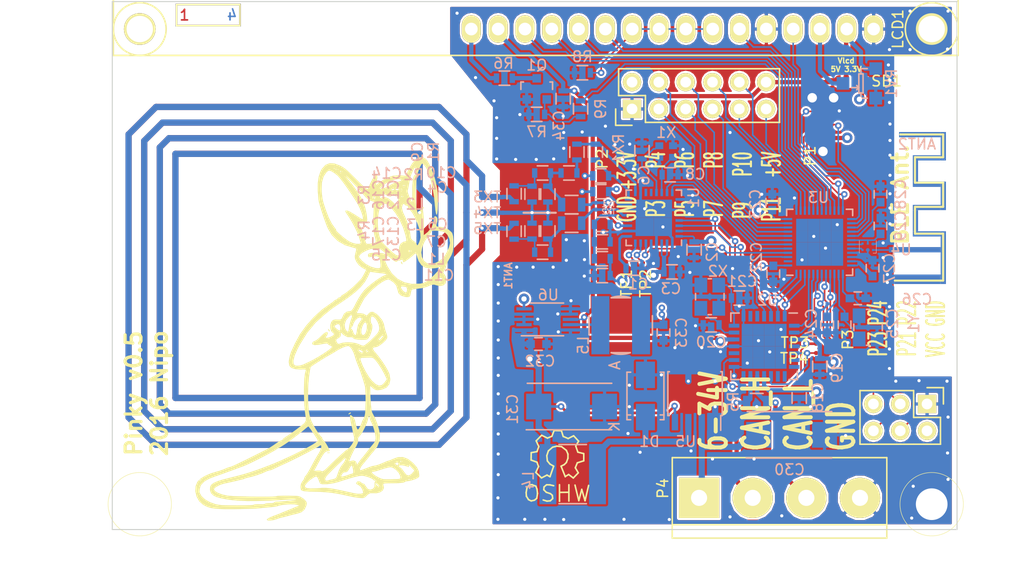
<source format=kicad_pcb>
(kicad_pcb (version 4) (host pcbnew "(2016-08-05 BZR 7009)-product")

  (general
    (links 265)
    (no_connects 26)
    (area 59.949999 79.949999 140.050001 130.050001)
    (thickness 1.6)
    (drawings 25)
    (tracks 1104)
    (zones 0)
    (modules 84)
    (nets 85)
  )

  (page A4)
  (layers
    (0 F.Cu mixed hide)
    (1 In1.Cu power hide)
    (2 In2.Cu power hide)
    (31 B.Cu mixed hide)
    (34 B.Paste user hide)
    (35 F.Paste user hide)
    (36 B.SilkS user hide)
    (37 F.SilkS user hide)
    (38 B.Mask user hide)
    (39 F.Mask user hide)
    (40 Dwgs.User user)
    (41 Cmts.User user)
    (44 Edge.Cuts user)
    (45 Margin user)
    (46 B.CrtYd user)
    (47 F.CrtYd user)
    (48 B.Fab user hide)
    (49 F.Fab user)
  )

  (setup
    (last_trace_width 0.1524)
    (user_trace_width 0.1524)
    (user_trace_width 0.25)
    (user_trace_width 0.4)
    (user_trace_width 0.58)
    (user_trace_width 1)
    (trace_clearance 0.1524)
    (zone_clearance 0.2)
    (zone_45_only yes)
    (trace_min 0.1524)
    (segment_width 0.2)
    (edge_width 0.1)
    (via_size 0.61)
    (via_drill 0.3)
    (via_min_size 0.6048)
    (via_min_drill 0.3)
    (user_via 0.61 0.3)
    (uvia_size 0.3)
    (uvia_drill 0.1)
    (uvias_allowed no)
    (uvia_min_size 0.2)
    (uvia_min_drill 0.1)
    (pcb_text_width 0.3)
    (pcb_text_size 1.5 1.5)
    (mod_edge_width 0.15)
    (mod_text_size 1 1)
    (mod_text_width 0.15)
    (pad_size 3 3)
    (pad_drill 3)
    (pad_to_mask_clearance 0)
    (aux_axis_origin 0 0)
    (visible_elements FFFFFF7F)
    (pcbplotparams
      (layerselection 0x00000_fffffff9)
      (usegerberextensions false)
      (excludeedgelayer true)
      (linewidth 0.100000)
      (plotframeref false)
      (viasonmask false)
      (mode 1)
      (useauxorigin false)
      (hpglpennumber 1)
      (hpglpenspeed 20)
      (hpglpendiameter 15)
      (psnegative false)
      (psa4output false)
      (plotreference true)
      (plotvalue true)
      (plotinvisibletext false)
      (padsonsilk false)
      (subtractmaskfromsilk false)
      (outputformat 1)
      (mirror false)
      (drillshape 0)
      (scaleselection 1)
      (outputdirectory test))
  )

  (net 0 "")
  (net 1 GND)
  (net 2 +3V3)
  (net 3 /mcu/SWDIO)
  (net 4 /mcu/SWDCLK)
  (net 5 "Net-(L3-Pad1)")
  (net 6 +5V)
  (net 7 "Net-(C14-Pad1)")
  (net 8 "Net-(TP3-Pad1)")
  (net 9 "Net-(TP2-Pad1)")
  (net 10 "Net-(TP1-Pad1)")
  (net 11 "Net-(TP4-Pad1)")
  (net 12 /P25)
  (net 13 /P26)
  (net 14 /P20)
  (net 15 /P19)
  (net 16 /P11)
  (net 17 /P12)
  (net 18 /P13)
  (net 19 /P14)
  (net 20 /P15)
  (net 21 /P16)
  (net 22 /P17)
  (net 23 /P18)
  (net 24 /P27)
  (net 25 /P28)
  (net 26 /P29)
  (net 27 /P7)
  (net 28 /P6)
  (net 29 /P5)
  (net 30 /P4)
  (net 31 /P3)
  (net 32 /P10)
  (net 33 /P9)
  (net 34 /P8)
  (net 35 /P30)
  (net 36 /P0)
  (net 37 /P1)
  (net 38 /P2)
  (net 39 "Net-(C26-Pad2)")
  (net 40 /P21)
  (net 41 /P22)
  (net 42 /P23)
  (net 43 /P24)
  (net 44 "Net-(ANT1-Pad3)")
  (net 45 "Net-(ANT1-Pad1)")
  (net 46 "Net-(ANT2-Pad2)")
  (net 47 "Net-(C8-Pad1)")
  (net 48 "Net-(Q1-Pad3)")
  (net 49 "Net-(L5-Pad2)")
  (net 50 "Net-(D1-Pad1)")
  (net 51 "Net-(C9-Pad2)")
  (net 52 "Net-(L2-Pad1)")
  (net 53 "Net-(C13-Pad2)")
  (net 54 "Net-(C12-Pad1)")
  (net 55 "Net-(C15-Pad1)")
  (net 56 "Net-(C9-Pad1)")
  (net 57 "Net-(C5-Pad2)")
  (net 58 "Net-(C10-Pad2)")
  (net 59 "Net-(C6-Pad1)")
  (net 60 "Net-(C21-Pad1)")
  (net 61 "Net-(C20-Pad1)")
  (net 62 "Net-(U3-Pad32)")
  (net 63 "Net-(U3-Pad31)")
  (net 64 "Net-(C29-Pad1)")
  (net 65 "Net-(U3-Pad2)")
  (net 66 "Net-(C28-Pad1)")
  (net 67 "Net-(C25-Pad2)")
  (net 68 "Net-(C24-Pad2)")
  (net 69 "Net-(U1-Pad19)")
  (net 70 "Net-(U1-Pad20)")
  (net 71 "Net-(U2-Pad6)")
  (net 72 "Net-(U2-Pad7)")
  (net 73 "Net-(U2-Pad8)")
  (net 74 "Net-(U2-Pad9)")
  (net 75 "Net-(U2-Pad23)")
  (net 76 "Net-(U2-Pad24)")
  (net 77 /can/VSupply)
  (net 78 "Net-(P4-Pad3)")
  (net 79 "Net-(P4-Pad2)")
  (net 80 "Net-(LCD1-Pad2)")
  (net 81 "Net-(LCD1-Pad10)")
  (net 82 "Net-(LCD1-Pad3)")
  (net 83 "Net-(Q1-Pad1)")
  (net 84 "Net-(LCD1-Pad16)")

  (net_class Default "This is the default net class."
    (clearance 0.1524)
    (trace_width 0.1524)
    (via_dia 0.61)
    (via_drill 0.3)
    (uvia_dia 0.3)
    (uvia_drill 0.1)
    (add_net /P0)
    (add_net /P1)
    (add_net /P10)
    (add_net /P11)
    (add_net /P12)
    (add_net /P13)
    (add_net /P14)
    (add_net /P15)
    (add_net /P16)
    (add_net /P17)
    (add_net /P18)
    (add_net /P19)
    (add_net /P2)
    (add_net /P20)
    (add_net /P21)
    (add_net /P22)
    (add_net /P23)
    (add_net /P24)
    (add_net /P25)
    (add_net /P26)
    (add_net /P27)
    (add_net /P28)
    (add_net /P29)
    (add_net /P3)
    (add_net /P30)
    (add_net /P4)
    (add_net /P5)
    (add_net /P6)
    (add_net /P7)
    (add_net /P8)
    (add_net /P9)
    (add_net /can/VSupply)
    (add_net /mcu/SWDCLK)
    (add_net /mcu/SWDIO)
    (add_net GND)
    (add_net "Net-(ANT1-Pad1)")
    (add_net "Net-(ANT1-Pad3)")
    (add_net "Net-(ANT2-Pad2)")
    (add_net "Net-(C10-Pad2)")
    (add_net "Net-(C12-Pad1)")
    (add_net "Net-(C13-Pad2)")
    (add_net "Net-(C14-Pad1)")
    (add_net "Net-(C15-Pad1)")
    (add_net "Net-(C20-Pad1)")
    (add_net "Net-(C21-Pad1)")
    (add_net "Net-(C24-Pad2)")
    (add_net "Net-(C25-Pad2)")
    (add_net "Net-(C26-Pad2)")
    (add_net "Net-(C28-Pad1)")
    (add_net "Net-(C29-Pad1)")
    (add_net "Net-(C5-Pad2)")
    (add_net "Net-(C6-Pad1)")
    (add_net "Net-(C8-Pad1)")
    (add_net "Net-(C9-Pad1)")
    (add_net "Net-(C9-Pad2)")
    (add_net "Net-(D1-Pad1)")
    (add_net "Net-(L2-Pad1)")
    (add_net "Net-(L3-Pad1)")
    (add_net "Net-(L5-Pad2)")
    (add_net "Net-(LCD1-Pad10)")
    (add_net "Net-(LCD1-Pad16)")
    (add_net "Net-(LCD1-Pad2)")
    (add_net "Net-(LCD1-Pad3)")
    (add_net "Net-(P4-Pad2)")
    (add_net "Net-(P4-Pad3)")
    (add_net "Net-(Q1-Pad1)")
    (add_net "Net-(Q1-Pad3)")
    (add_net "Net-(TP1-Pad1)")
    (add_net "Net-(TP2-Pad1)")
    (add_net "Net-(TP3-Pad1)")
    (add_net "Net-(TP4-Pad1)")
    (add_net "Net-(U1-Pad19)")
    (add_net "Net-(U1-Pad20)")
    (add_net "Net-(U2-Pad23)")
    (add_net "Net-(U2-Pad24)")
    (add_net "Net-(U2-Pad6)")
    (add_net "Net-(U2-Pad7)")
    (add_net "Net-(U2-Pad8)")
    (add_net "Net-(U2-Pad9)")
    (add_net "Net-(U3-Pad2)")
    (add_net "Net-(U3-Pad31)")
    (add_net "Net-(U3-Pad32)")
  )

  (net_class Power ""
    (clearance 0.1524)
    (trace_width 0.4)
    (via_dia 1)
    (via_drill 0.5)
    (uvia_dia 0.3)
    (uvia_drill 0.1)
    (add_net +3V3)
    (add_net +5V)
  )

  (module Capacitors_SMD:C_0603 (layer B.Cu) (tedit 5415D631) (tstamp 57A86D94)
    (at 112.2 111.35 270)
    (descr "Capacitor SMD 0603, reflow soldering, AVX (see smccp.pdf)")
    (tags "capacitor 0603")
    (path /57ADA116/57ADA86E)
    (attr smd)
    (fp_text reference C33 (at 0 -1.7 270) (layer B.SilkS)
      (effects (font (size 1 1) (thickness 0.15)) (justify mirror))
    )
    (fp_text value 22uF (at -0.4 0.1 270) (layer B.Fab)
      (effects (font (size 1 1) (thickness 0.15)) (justify mirror))
    )
    (fp_line (start -1.45 0.75) (end 1.45 0.75) (layer B.CrtYd) (width 0.05))
    (fp_line (start -1.45 -0.75) (end 1.45 -0.75) (layer B.CrtYd) (width 0.05))
    (fp_line (start -1.45 0.75) (end -1.45 -0.75) (layer B.CrtYd) (width 0.05))
    (fp_line (start 1.45 0.75) (end 1.45 -0.75) (layer B.CrtYd) (width 0.05))
    (fp_line (start -0.35 0.6) (end 0.35 0.6) (layer B.SilkS) (width 0.15))
    (fp_line (start 0.35 -0.6) (end -0.35 -0.6) (layer B.SilkS) (width 0.15))
    (pad 1 smd rect (at -0.75 0 270) (size 0.8 0.75) (layers B.Cu B.Paste B.Mask)
      (net 2 +3V3))
    (pad 2 smd rect (at 0.75 0 270) (size 0.8 0.75) (layers B.Cu B.Paste B.Mask)
      (net 1 GND))
    (model Capacitors_SMD.3dshapes/C_0603.wrl
      (at (xyz 0 0 0))
      (scale (xyz 1 1 1))
      (rotate (xyz 0 0 0))
    )
  )

  (module VSSOP:VSSOP-10_3.1x3.1mm_Pitch0.5mm (layer B.Cu) (tedit 56C5753E) (tstamp 57A8696C)
    (at 101.188466 110.098)
    (descr "10-Lead Plastic Small Outline Package")
    (tags "VSSOP 0.5")
    (path /57ADA116/57ADA870)
    (attr smd)
    (fp_text reference U6 (at 0.101534 -2.318 180) (layer B.SilkS)
      (effects (font (size 1 1) (thickness 0.15)) (justify mirror))
    )
    (fp_text value TPS62056 (at -0.138466 0.132) (layer B.Fab)
      (effects (font (size 1 1) (thickness 0.15)) (justify mirror))
    )
    (fp_line (start 1.55 -1.55) (end -1.55 -1.55) (layer B.SilkS) (width 0.15))
    (fp_line (start -2.45 1.55) (end 1.55 1.55) (layer B.SilkS) (width 0.15))
    (fp_line (start -2.45 1.55) (end 2.45 1.55) (layer B.CrtYd) (width 0.05))
    (fp_line (start -2.45 1.55) (end -2.45 -1.55) (layer B.CrtYd) (width 0.05))
    (fp_line (start 2.45 -1.55) (end -2.45 -1.55) (layer B.CrtYd) (width 0.05))
    (fp_line (start 2.45 1.55) (end 2.45 -1.55) (layer B.CrtYd) (width 0.05))
    (pad 1 smd rect (at -2.2 1) (size 1.45 0.3) (layers B.Cu B.Paste B.Mask)
      (net 6 +5V))
    (pad 2 smd rect (at -2.2 0.5) (size 1.45 0.3) (layers B.Cu B.Paste B.Mask)
      (net 1 GND))
    (pad 3 smd rect (at -2.2 0) (size 1.45 0.3) (layers B.Cu B.Paste B.Mask)
      (net 1 GND))
    (pad 4 smd rect (at -2.2 -0.5) (size 1.45 0.3) (layers B.Cu B.Paste B.Mask)
      (net 1 GND))
    (pad 5 smd rect (at -2.2 -1) (size 1.45 0.3) (layers B.Cu B.Paste B.Mask)
      (net 2 +3V3))
    (pad 7 smd rect (at 2.2 -0.5) (size 1.45 0.3) (layers B.Cu B.Paste B.Mask)
      (net 1 GND))
    (pad 10 smd rect (at 2.2 1) (size 1.45 0.3) (layers B.Cu B.Paste B.Mask)
      (net 1 GND))
    (pad 9 smd rect (at 2.2 0.5) (size 1.45 0.3) (layers B.Cu B.Paste B.Mask)
      (net 49 "Net-(L5-Pad2)"))
    (pad 8 smd rect (at 2.2 0) (size 1.45 0.3) (layers B.Cu B.Paste B.Mask)
      (net 6 +5V))
    (pad 6 smd rect (at 2.2 -1) (size 1.45 0.3) (layers B.Cu B.Paste B.Mask)
      (net 1 GND))
    (model Housings_SSOP.3dshapes/MSOP-10-1EP_3x3mm_Pitch0.5mm.wrl
      (at (xyz 0 0 0))
      (scale (xyz 1 1 0.8))
      (rotate (xyz 0 0 0))
    )
  )

  (module Capacitors_SMD:C_0603 (layer B.Cu) (tedit 5415D631) (tstamp 57A86DB6)
    (at 100.365 112.43)
    (descr "Capacitor SMD 0603, reflow soldering, AVX (see smccp.pdf)")
    (tags "capacitor 0603")
    (path /57ADA116/57ADA86F)
    (attr smd)
    (fp_text reference C32 (at 0.135 1.62) (layer B.SilkS)
      (effects (font (size 1 1) (thickness 0.15)) (justify mirror))
    )
    (fp_text value 10uF (at -0.125 0) (layer B.Fab)
      (effects (font (size 1 1) (thickness 0.15)) (justify mirror))
    )
    (fp_line (start -1.45 0.75) (end 1.45 0.75) (layer B.CrtYd) (width 0.05))
    (fp_line (start -1.45 -0.75) (end 1.45 -0.75) (layer B.CrtYd) (width 0.05))
    (fp_line (start -1.45 0.75) (end -1.45 -0.75) (layer B.CrtYd) (width 0.05))
    (fp_line (start 1.45 0.75) (end 1.45 -0.75) (layer B.CrtYd) (width 0.05))
    (fp_line (start -0.35 0.6) (end 0.35 0.6) (layer B.SilkS) (width 0.15))
    (fp_line (start 0.35 -0.6) (end -0.35 -0.6) (layer B.SilkS) (width 0.15))
    (pad 1 smd rect (at -0.75 0) (size 0.8 0.75) (layers B.Cu B.Paste B.Mask)
      (net 6 +5V))
    (pad 2 smd rect (at 0.75 0) (size 0.8 0.75) (layers B.Cu B.Paste B.Mask)
      (net 1 GND))
    (model Capacitors_SMD.3dshapes/C_0603.wrl
      (at (xyz 0 0 0))
      (scale (xyz 1 1 1))
      (rotate (xyz 0 0 0))
    )
  )

  (module Connect:bornier4 (layer F.Cu) (tedit 0) (tstamp 57AADD2E)
    (at 123.19 127)
    (descr "Bornier d'alimentation 4 pins")
    (tags DEV)
    (path /57A213A9/57A5C395)
    (fp_text reference P4 (at -11.049 -0.889 90) (layer F.SilkS)
      (effects (font (size 1 1) (thickness 0.15)))
    )
    (fp_text value CAN (at 0 5.08) (layer F.Fab)
      (effects (font (size 1 1) (thickness 0.15)))
    )
    (fp_line (start -10.16 -3.81) (end -10.16 3.81) (layer F.SilkS) (width 0.15))
    (fp_line (start 10.16 3.81) (end 10.16 -3.81) (layer F.SilkS) (width 0.15))
    (fp_line (start 10.16 2.54) (end -10.16 2.54) (layer F.SilkS) (width 0.15))
    (fp_line (start -10.16 -3.81) (end 10.16 -3.81) (layer F.SilkS) (width 0.15))
    (fp_line (start -10.16 3.81) (end 10.16 3.81) (layer F.SilkS) (width 0.15))
    (pad 2 thru_hole circle (at -2.54 0) (size 3.81 3.81) (drill 1.524) (layers *.Cu *.Mask F.SilkS)
      (net 79 "Net-(P4-Pad2)"))
    (pad 3 thru_hole circle (at 2.54 0) (size 3.81 3.81) (drill 1.524) (layers *.Cu *.Mask F.SilkS)
      (net 78 "Net-(P4-Pad3)"))
    (pad 1 thru_hole rect (at -7.62 0) (size 3.81 3.81) (drill 1.524) (layers *.Cu *.Mask F.SilkS)
      (net 77 /can/VSupply))
    (pad 4 thru_hole circle (at 7.62 0) (size 3.81 3.81) (drill 1.524) (layers *.Cu *.Mask F.SilkS)
      (net 1 GND))
    (model Connect.3dshapes/bornier4.wrl
      (at (xyz 0 0 0))
      (scale (xyz 1 1 1))
      (rotate (xyz 0 0 0))
    )
  )

  (module Test_point:Round-SMD-Pad_0.4mm (layer F.Cu) (tedit 57AA5231) (tstamp 57A99107)
    (at 126.651 113.284 90)
    (path /57A213A9/57A65E93)
    (fp_text reference TP4 (at -0.508 -2.064 180) (layer F.SilkS)
      (effects (font (size 1 1) (thickness 0.15)))
    )
    (fp_text value CAN_RX (at 0 -0.9 90) (layer F.Fab) hide
      (effects (font (size 1 1) (thickness 0.15)))
    )
    (pad 1 smd circle (at 0 0 90) (size 0.4 0.4) (layers F.Cu F.Mask)
      (net 11 "Net-(TP4-Pad1)") (solder_mask_margin 0.001))
  )

  (module Test_point:Round-SMD-Pad_0.4mm (layer F.Cu) (tedit 57AA522D) (tstamp 57A990F2)
    (at 109.25 104.75 180)
    (path /57A213A5/57A666E4)
    (fp_text reference TP1 (at 0.55 -1.95 270) (layer F.SilkS)
      (effects (font (size 1 1) (thickness 0.15)))
    )
    (fp_text value SIGOUT (at 0 -0.9 180) (layer F.Fab) hide
      (effects (font (size 1 1) (thickness 0.15)))
    )
    (pad 1 smd circle (at 0 0 180) (size 0.4 0.4) (layers F.Cu F.Mask)
      (net 10 "Net-(TP1-Pad1)") (solder_mask_margin 0.001))
  )

  (module Test_point:Round-SMD-Pad_0.4mm (layer F.Cu) (tedit 57AA522A) (tstamp 57A990E5)
    (at 110.25 104.75 90)
    (path /57A213A5/57A667A5)
    (fp_text reference TP2 (at -1.95 0.25 90) (layer F.SilkS)
      (effects (font (size 1 1) (thickness 0.15)))
    )
    (fp_text value SIGIN (at 0 -0.9 90) (layer F.Fab) hide
      (effects (font (size 1 1) (thickness 0.15)))
    )
    (pad 1 smd circle (at 0 0 90) (size 0.4 0.4) (layers F.Cu F.Mask)
      (net 9 "Net-(TP2-Pad1)") (solder_mask_margin 0.001))
  )

  (module Test_point:Round-SMD-Pad_0.4mm (layer F.Cu) (tedit 57AA5233) (tstamp 57A86C60)
    (at 126.651 112.405 180)
    (path /57A213A9/57A65EC6)
    (fp_text reference TP3 (at 2 0.1 180) (layer F.SilkS)
      (effects (font (size 1 1) (thickness 0.15)))
    )
    (fp_text value CAN_TX (at 0 -0.9 180) (layer F.Fab) hide
      (effects (font (size 1 1) (thickness 0.15)))
    )
    (pad 1 smd circle (at 0 0 180) (size 0.4 0.4) (layers F.Cu F.Mask)
      (net 8 "Net-(TP3-Pad1)") (solder_mask_margin 0.001))
  )

  (module Resistors_SMD:R_0805 (layer B.Cu) (tedit 5415CDEB) (tstamp 57A8DE47)
    (at 103.5 99.23223 180)
    (descr "Resistor SMD 0805, reflow soldering, Vishay (see dcrcw.pdf)")
    (tags "resistor 0805")
    (path /57A213A5/57A4D73C)
    (attr smd)
    (fp_text reference L2 (at 14.854 0.04523 180) (layer B.SilkS)
      (effects (font (size 1 1) (thickness 0.15)) (justify mirror))
    )
    (fp_text value 560nH (at -0.85 -0.91777 270) (layer B.Fab)
      (effects (font (size 1 1) (thickness 0.15)) (justify mirror))
    )
    (fp_line (start -1.6 1) (end 1.6 1) (layer B.CrtYd) (width 0.05))
    (fp_line (start -1.6 -1) (end 1.6 -1) (layer B.CrtYd) (width 0.05))
    (fp_line (start -1.6 1) (end -1.6 -1) (layer B.CrtYd) (width 0.05))
    (fp_line (start 1.6 1) (end 1.6 -1) (layer B.CrtYd) (width 0.05))
    (fp_line (start 0.6 -0.875) (end -0.6 -0.875) (layer B.SilkS) (width 0.15))
    (fp_line (start -0.6 0.875) (end 0.6 0.875) (layer B.SilkS) (width 0.15))
    (pad 1 smd rect (at -0.95 0 180) (size 0.7 1.3) (layers B.Cu B.Paste B.Mask)
      (net 52 "Net-(L2-Pad1)"))
    (pad 2 smd rect (at 0.95 0 180) (size 0.7 1.3) (layers B.Cu B.Paste B.Mask)
      (net 54 "Net-(C12-Pad1)"))
    (model Resistors_SMD.3dshapes/R_0805.wrl
      (at (xyz 0 0 0))
      (scale (xyz 1 1 1))
      (rotate (xyz 0 0 0))
    )
  )

  (module Resistors_SMD:R_0805 (layer B.Cu) (tedit 5415CDEB) (tstamp 57A8DE26)
    (at 103.5 100.98223 180)
    (descr "Resistor SMD 0805, reflow soldering, Vishay (see dcrcw.pdf)")
    (tags "resistor 0805")
    (path /57A213A5/57A4D774)
    (attr smd)
    (fp_text reference L3 (at 14.8 -0.16777 180) (layer B.SilkS)
      (effects (font (size 1 1) (thickness 0.15)) (justify mirror))
    )
    (fp_text value 560nH (at 0.5 0.88223 270) (layer B.Fab)
      (effects (font (size 1 1) (thickness 0.15)) (justify mirror))
    )
    (fp_line (start -1.6 1) (end 1.6 1) (layer B.CrtYd) (width 0.05))
    (fp_line (start -1.6 -1) (end 1.6 -1) (layer B.CrtYd) (width 0.05))
    (fp_line (start -1.6 1) (end -1.6 -1) (layer B.CrtYd) (width 0.05))
    (fp_line (start 1.6 1) (end 1.6 -1) (layer B.CrtYd) (width 0.05))
    (fp_line (start 0.6 -0.875) (end -0.6 -0.875) (layer B.SilkS) (width 0.15))
    (fp_line (start -0.6 0.875) (end 0.6 0.875) (layer B.SilkS) (width 0.15))
    (pad 1 smd rect (at -0.95 0 180) (size 0.7 1.3) (layers B.Cu B.Paste B.Mask)
      (net 5 "Net-(L3-Pad1)"))
    (pad 2 smd rect (at 0.95 0 180) (size 0.7 1.3) (layers B.Cu B.Paste B.Mask)
      (net 53 "Net-(C13-Pad2)"))
    (model Resistors_SMD.3dshapes/R_0805.wrl
      (at (xyz 0 0 0))
      (scale (xyz 1 1 1))
      (rotate (xyz 0 0 0))
    )
  )

  (module Resistors_SMD:R_0603 (layer B.Cu) (tedit 5415CC62) (tstamp 57A8CB0F)
    (at 98.05 101.75 270)
    (descr "Resistor SMD 0603, reflow soldering, Vishay (see dcrcw.pdf)")
    (tags "resistor 0603")
    (path /57A213A5/57A4DBAE)
    (attr smd)
    (fp_text reference R4 (at -0.1 14.2 270) (layer B.SilkS)
      (effects (font (size 1 1) (thickness 0.15)) (justify mirror))
    )
    (fp_text value 3R (at 0 0.11777 270) (layer B.Fab)
      (effects (font (size 1 1) (thickness 0.15)) (justify mirror))
    )
    (fp_line (start -1.3 0.8) (end 1.3 0.8) (layer B.CrtYd) (width 0.05))
    (fp_line (start -1.3 -0.8) (end 1.3 -0.8) (layer B.CrtYd) (width 0.05))
    (fp_line (start -1.3 0.8) (end -1.3 -0.8) (layer B.CrtYd) (width 0.05))
    (fp_line (start 1.3 0.8) (end 1.3 -0.8) (layer B.CrtYd) (width 0.05))
    (fp_line (start 0.5 -0.675) (end -0.5 -0.675) (layer B.SilkS) (width 0.15))
    (fp_line (start -0.5 0.675) (end 0.5 0.675) (layer B.SilkS) (width 0.15))
    (pad 1 smd rect (at -0.75 0 270) (size 0.5 0.9) (layers B.Cu B.Paste B.Mask)
      (net 44 "Net-(ANT1-Pad3)"))
    (pad 2 smd rect (at 0.75 0 270) (size 0.5 0.9) (layers B.Cu B.Paste B.Mask)
      (net 55 "Net-(C15-Pad1)"))
    (model Resistors_SMD.3dshapes/R_0603.wrl
      (at (xyz 0 0 0))
      (scale (xyz 1 1 1))
      (rotate (xyz 0 0 0))
    )
  )

  (module Resistors_SMD:R_0603 (layer B.Cu) (tedit 5415CC62) (tstamp 57A8CAED)
    (at 98.05 98.2 90)
    (descr "Resistor SMD 0603, reflow soldering, Vishay (see dcrcw.pdf)")
    (tags "resistor 0603")
    (path /57A213A5/57A4DB3C)
    (attr smd)
    (fp_text reference R3 (at -0.1 -14.2 90) (layer B.SilkS)
      (effects (font (size 1 1) (thickness 0.15)) (justify mirror))
    )
    (fp_text value 3R (at 0 0.01777 90) (layer B.Fab)
      (effects (font (size 1 1) (thickness 0.15)) (justify mirror))
    )
    (fp_line (start -1.3 0.8) (end 1.3 0.8) (layer B.CrtYd) (width 0.05))
    (fp_line (start -1.3 -0.8) (end 1.3 -0.8) (layer B.CrtYd) (width 0.05))
    (fp_line (start -1.3 0.8) (end -1.3 -0.8) (layer B.CrtYd) (width 0.05))
    (fp_line (start 1.3 0.8) (end 1.3 -0.8) (layer B.CrtYd) (width 0.05))
    (fp_line (start 0.5 -0.675) (end -0.5 -0.675) (layer B.SilkS) (width 0.15))
    (fp_line (start -0.5 0.675) (end 0.5 0.675) (layer B.SilkS) (width 0.15))
    (pad 1 smd rect (at -0.75 0 90) (size 0.5 0.9) (layers B.Cu B.Paste B.Mask)
      (net 45 "Net-(ANT1-Pad1)"))
    (pad 2 smd rect (at 0.75 0 90) (size 0.5 0.9) (layers B.Cu B.Paste B.Mask)
      (net 7 "Net-(C14-Pad1)"))
    (model Resistors_SMD.3dshapes/R_0603.wrl
      (at (xyz 0 0 0))
      (scale (xyz 1 1 1))
      (rotate (xyz 0 0 0))
    )
  )

  (module Resistors_SMD:R_0603 (layer B.Cu) (tedit 5415CC62) (tstamp 57A8CACB)
    (at 103.25 96.23223)
    (descr "Resistor SMD 0603, reflow soldering, Vishay (see dcrcw.pdf)")
    (tags "resistor 0603")
    (path /57A213A5/57A4E4E3)
    (attr smd)
    (fp_text reference R2 (at -14.731 0.16077) (layer B.SilkS)
      (effects (font (size 1 1) (thickness 0.15)) (justify mirror))
    )
    (fp_text value 2k7 (at 0 0.01777) (layer B.Fab)
      (effects (font (size 1 1) (thickness 0.15)) (justify mirror))
    )
    (fp_line (start -1.3 0.8) (end 1.3 0.8) (layer B.CrtYd) (width 0.05))
    (fp_line (start -1.3 -0.8) (end 1.3 -0.8) (layer B.CrtYd) (width 0.05))
    (fp_line (start -1.3 0.8) (end -1.3 -0.8) (layer B.CrtYd) (width 0.05))
    (fp_line (start 1.3 0.8) (end 1.3 -0.8) (layer B.CrtYd) (width 0.05))
    (fp_line (start 0.5 -0.675) (end -0.5 -0.675) (layer B.SilkS) (width 0.15))
    (fp_line (start -0.5 0.675) (end 0.5 0.675) (layer B.SilkS) (width 0.15))
    (pad 1 smd rect (at -0.75 0) (size 0.5 0.9) (layers B.Cu B.Paste B.Mask)
      (net 54 "Net-(C12-Pad1)"))
    (pad 2 smd rect (at 0.75 0) (size 0.5 0.9) (layers B.Cu B.Paste B.Mask)
      (net 56 "Net-(C9-Pad1)"))
    (model Resistors_SMD.3dshapes/R_0603.wrl
      (at (xyz 0 0 0))
      (scale (xyz 1 1 1))
      (rotate (xyz 0 0 0))
    )
  )

  (module Resistors_SMD:R_0603 (layer B.Cu) (tedit 5415CC62) (tstamp 57A8CA93)
    (at 105.75 94.25 90)
    (descr "Resistor SMD 0603, reflow soldering, Vishay (see dcrcw.pdf)")
    (tags "resistor 0603")
    (path /57A213A5/57A4E064)
    (attr smd)
    (fp_text reference R1 (at 0.016 -15.326 90) (layer B.SilkS)
      (effects (font (size 1 1) (thickness 0.15)) (justify mirror))
    )
    (fp_text value 1K (at 0 0 90) (layer B.Fab)
      (effects (font (size 1 1) (thickness 0.15)) (justify mirror))
    )
    (fp_line (start -1.3 0.8) (end 1.3 0.8) (layer B.CrtYd) (width 0.05))
    (fp_line (start -1.3 -0.8) (end 1.3 -0.8) (layer B.CrtYd) (width 0.05))
    (fp_line (start -1.3 0.8) (end -1.3 -0.8) (layer B.CrtYd) (width 0.05))
    (fp_line (start 1.3 0.8) (end 1.3 -0.8) (layer B.CrtYd) (width 0.05))
    (fp_line (start 0.5 -0.675) (end -0.5 -0.675) (layer B.SilkS) (width 0.15))
    (fp_line (start -0.5 0.675) (end 0.5 0.675) (layer B.SilkS) (width 0.15))
    (pad 1 smd rect (at -0.75 0 90) (size 0.5 0.9) (layers B.Cu B.Paste B.Mask)
      (net 58 "Net-(C10-Pad2)"))
    (pad 2 smd rect (at 0.75 0 90) (size 0.5 0.9) (layers B.Cu B.Paste B.Mask)
      (net 51 "Net-(C9-Pad2)"))
    (model Resistors_SMD.3dshapes/R_0603.wrl
      (at (xyz 0 0 0))
      (scale (xyz 1 1 1))
      (rotate (xyz 0 0 0))
    )
  )

  (module Resistors_SMD:R_0603 (layer B.Cu) (tedit 5415CC62) (tstamp 57A8C9EB)
    (at 109.4 105.25)
    (descr "Resistor SMD 0603, reflow soldering, Vishay (see dcrcw.pdf)")
    (tags "resistor 0603")
    (path /57A213A5/57A89CF4)
    (attr smd)
    (fp_text reference C1 (at 0.4 1.5) (layer B.SilkS)
      (effects (font (size 1 1) (thickness 0.15)) (justify mirror))
    )
    (fp_text value 100nF (at 0.35 0.1) (layer B.Fab)
      (effects (font (size 1 1) (thickness 0.15)) (justify mirror))
    )
    (fp_line (start -1.3 0.8) (end 1.3 0.8) (layer B.CrtYd) (width 0.05))
    (fp_line (start -1.3 -0.8) (end 1.3 -0.8) (layer B.CrtYd) (width 0.05))
    (fp_line (start -1.3 0.8) (end -1.3 -0.8) (layer B.CrtYd) (width 0.05))
    (fp_line (start 1.3 0.8) (end 1.3 -0.8) (layer B.CrtYd) (width 0.05))
    (fp_line (start 0.5 -0.675) (end -0.5 -0.675) (layer B.SilkS) (width 0.15))
    (fp_line (start -0.5 0.675) (end 0.5 0.675) (layer B.SilkS) (width 0.15))
    (pad 1 smd rect (at -0.75 0) (size 0.5 0.9) (layers B.Cu B.Paste B.Mask)
      (net 2 +3V3))
    (pad 2 smd rect (at 0.75 0) (size 0.5 0.9) (layers B.Cu B.Paste B.Mask)
      (net 1 GND))
    (model Resistors_SMD.3dshapes/R_0603.wrl
      (at (xyz 0 0 0))
      (scale (xyz 1 1 1))
      (rotate (xyz 0 0 0))
    )
  )

  (module Resistors_SMD:R_0603 (layer B.Cu) (tedit 5415CC62) (tstamp 57A8C99D)
    (at 106.25 98 180)
    (descr "Resistor SMD 0603, reflow soldering, Vishay (see dcrcw.pdf)")
    (tags "resistor 0603")
    (path /57A213A5/57A89BE9)
    (attr smd)
    (fp_text reference C4 (at 15.45 0.4 180) (layer B.SilkS)
      (effects (font (size 1 1) (thickness 0.15)) (justify mirror))
    )
    (fp_text value 100nF (at -0.7 -0.05 180) (layer B.Fab)
      (effects (font (size 1 1) (thickness 0.15)) (justify mirror))
    )
    (fp_line (start -1.3 0.8) (end 1.3 0.8) (layer B.CrtYd) (width 0.05))
    (fp_line (start -1.3 -0.8) (end 1.3 -0.8) (layer B.CrtYd) (width 0.05))
    (fp_line (start -1.3 0.8) (end -1.3 -0.8) (layer B.CrtYd) (width 0.05))
    (fp_line (start 1.3 0.8) (end 1.3 -0.8) (layer B.CrtYd) (width 0.05))
    (fp_line (start 0.5 -0.675) (end -0.5 -0.675) (layer B.SilkS) (width 0.15))
    (fp_line (start -0.5 0.675) (end 0.5 0.675) (layer B.SilkS) (width 0.15))
    (pad 1 smd rect (at -0.75 0 180) (size 0.5 0.9) (layers B.Cu B.Paste B.Mask)
      (net 2 +3V3))
    (pad 2 smd rect (at 0.75 0 180) (size 0.5 0.9) (layers B.Cu B.Paste B.Mask)
      (net 1 GND))
    (model Resistors_SMD.3dshapes/R_0603.wrl
      (at (xyz 0 0 0))
      (scale (xyz 1 1 1))
      (rotate (xyz 0 0 0))
    )
  )

  (module Resistors_SMD:R_0603 (layer B.Cu) (tedit 5415CC62) (tstamp 57A8C965)
    (at 106.25 96.5)
    (descr "Resistor SMD 0603, reflow soldering, Vishay (see dcrcw.pdf)")
    (tags "resistor 0603")
    (path /57A213A5/57A4DFDD)
    (attr smd)
    (fp_text reference C10 (at -15.1 -0.3) (layer B.SilkS)
      (effects (font (size 1 1) (thickness 0.15)) (justify mirror))
    )
    (fp_text value 100nF (at 0.65 -0.05) (layer B.Fab)
      (effects (font (size 1 1) (thickness 0.15)) (justify mirror))
    )
    (fp_line (start -1.3 0.8) (end 1.3 0.8) (layer B.CrtYd) (width 0.05))
    (fp_line (start -1.3 -0.8) (end 1.3 -0.8) (layer B.CrtYd) (width 0.05))
    (fp_line (start -1.3 0.8) (end -1.3 -0.8) (layer B.CrtYd) (width 0.05))
    (fp_line (start 1.3 0.8) (end 1.3 -0.8) (layer B.CrtYd) (width 0.05))
    (fp_line (start 0.5 -0.675) (end -0.5 -0.675) (layer B.SilkS) (width 0.15))
    (fp_line (start -0.5 0.675) (end 0.5 0.675) (layer B.SilkS) (width 0.15))
    (pad 1 smd rect (at -0.75 0) (size 0.5 0.9) (layers B.Cu B.Paste B.Mask)
      (net 1 GND))
    (pad 2 smd rect (at 0.75 0) (size 0.5 0.9) (layers B.Cu B.Paste B.Mask)
      (net 58 "Net-(C10-Pad2)"))
    (model Resistors_SMD.3dshapes/R_0603.wrl
      (at (xyz 0 0 0))
      (scale (xyz 1 1 1))
      (rotate (xyz 0 0 0))
    )
  )

  (module Resistors_SMD:R_0603 (layer B.Cu) (tedit 5415CC62) (tstamp 57A8C943)
    (at 104 94.25 90)
    (descr "Resistor SMD 0603, reflow soldering, Vishay (see dcrcw.pdf)")
    (tags "resistor 0603")
    (path /57A213A5/57A4E447)
    (attr smd)
    (fp_text reference C9 (at 0.016 -15.1 90) (layer B.SilkS)
      (effects (font (size 1 1) (thickness 0.15)) (justify mirror))
    )
    (fp_text value 1nF (at 0 0.05 90) (layer B.Fab)
      (effects (font (size 1 1) (thickness 0.15)) (justify mirror))
    )
    (fp_line (start -1.3 0.8) (end 1.3 0.8) (layer B.CrtYd) (width 0.05))
    (fp_line (start -1.3 -0.8) (end 1.3 -0.8) (layer B.CrtYd) (width 0.05))
    (fp_line (start -1.3 0.8) (end -1.3 -0.8) (layer B.CrtYd) (width 0.05))
    (fp_line (start 1.3 0.8) (end 1.3 -0.8) (layer B.CrtYd) (width 0.05))
    (fp_line (start 0.5 -0.675) (end -0.5 -0.675) (layer B.SilkS) (width 0.15))
    (fp_line (start -0.5 0.675) (end 0.5 0.675) (layer B.SilkS) (width 0.15))
    (pad 1 smd rect (at -0.75 0 90) (size 0.5 0.9) (layers B.Cu B.Paste B.Mask)
      (net 56 "Net-(C9-Pad1)"))
    (pad 2 smd rect (at 0.75 0 90) (size 0.5 0.9) (layers B.Cu B.Paste B.Mask)
      (net 51 "Net-(C9-Pad2)"))
    (model Resistors_SMD.3dshapes/R_0603.wrl
      (at (xyz 0 0 0))
      (scale (xyz 1 1 1))
      (rotate (xyz 0 0 0))
    )
  )

  (module Resistors_SMD:R_0603 (layer B.Cu) (tedit 5415CC62) (tstamp 57A8C921)
    (at 101.25 98.23223 270)
    (descr "Resistor SMD 0603, reflow soldering, Vishay (see dcrcw.pdf)")
    (tags "resistor 0603")
    (path /57A213A5/57A4D97C)
    (attr smd)
    (fp_text reference C12 (at 0.06577 14.636 270) (layer B.SilkS)
      (effects (font (size 1 1) (thickness 0.15)) (justify mirror))
    )
    (fp_text value 220pF (at -0.44223 0 270) (layer B.Fab)
      (effects (font (size 1 1) (thickness 0.15)) (justify mirror))
    )
    (fp_line (start -1.3 0.8) (end 1.3 0.8) (layer B.CrtYd) (width 0.05))
    (fp_line (start -1.3 -0.8) (end 1.3 -0.8) (layer B.CrtYd) (width 0.05))
    (fp_line (start -1.3 0.8) (end -1.3 -0.8) (layer B.CrtYd) (width 0.05))
    (fp_line (start 1.3 0.8) (end 1.3 -0.8) (layer B.CrtYd) (width 0.05))
    (fp_line (start 0.5 -0.675) (end -0.5 -0.675) (layer B.SilkS) (width 0.15))
    (fp_line (start -0.5 0.675) (end 0.5 0.675) (layer B.SilkS) (width 0.15))
    (pad 1 smd rect (at -0.75 0 270) (size 0.5 0.9) (layers B.Cu B.Paste B.Mask)
      (net 54 "Net-(C12-Pad1)"))
    (pad 2 smd rect (at 0.75 0 270) (size 0.5 0.9) (layers B.Cu B.Paste B.Mask)
      (net 1 GND))
    (model Resistors_SMD.3dshapes/R_0603.wrl
      (at (xyz 0 0 0))
      (scale (xyz 1 1 1))
      (rotate (xyz 0 0 0))
    )
  )

  (module Resistors_SMD:R_0603 (layer B.Cu) (tedit 5415CC62) (tstamp 57A8C8FF)
    (at 101.25 101.73223 270)
    (descr "Resistor SMD 0603, reflow soldering, Vishay (see dcrcw.pdf)")
    (tags "resistor 0603")
    (path /57A213A5/57A4D9B2)
    (attr smd)
    (fp_text reference C13 (at -0.00523 14.636 270) (layer B.SilkS)
      (effects (font (size 1 1) (thickness 0.15)) (justify mirror))
    )
    (fp_text value 220pF (at 1.13777 0 270) (layer B.Fab)
      (effects (font (size 1 1) (thickness 0.15)) (justify mirror))
    )
    (fp_line (start -1.3 0.8) (end 1.3 0.8) (layer B.CrtYd) (width 0.05))
    (fp_line (start -1.3 -0.8) (end 1.3 -0.8) (layer B.CrtYd) (width 0.05))
    (fp_line (start -1.3 0.8) (end -1.3 -0.8) (layer B.CrtYd) (width 0.05))
    (fp_line (start 1.3 0.8) (end 1.3 -0.8) (layer B.CrtYd) (width 0.05))
    (fp_line (start 0.5 -0.675) (end -0.5 -0.675) (layer B.SilkS) (width 0.15))
    (fp_line (start -0.5 0.675) (end 0.5 0.675) (layer B.SilkS) (width 0.15))
    (pad 1 smd rect (at -0.75 0 270) (size 0.5 0.9) (layers B.Cu B.Paste B.Mask)
      (net 1 GND))
    (pad 2 smd rect (at 0.75 0 270) (size 0.5 0.9) (layers B.Cu B.Paste B.Mask)
      (net 53 "Net-(C13-Pad2)"))
    (model Resistors_SMD.3dshapes/R_0603.wrl
      (at (xyz 0 0 0))
      (scale (xyz 1 1 1))
      (rotate (xyz 0 0 0))
    )
  )

  (module Resistors_SMD:R_0603 (layer B.Cu) (tedit 57AA536E) (tstamp 57A8C8DD)
    (at 100.75 96.23223)
    (descr "Resistor SMD 0603, reflow soldering, Vishay (see dcrcw.pdf)")
    (tags "resistor 0603")
    (path /57A213A5/57A4D9EE)
    (attr smd)
    (fp_text reference C14 (at -14.771 0.03377) (layer B.SilkS)
      (effects (font (size 1 1) (thickness 0.15)) (justify mirror))
    )
    (fp_text value "TDB Matching" (at -5.5 -0.03223) (layer B.Fab)
      (effects (font (size 1 1) (thickness 0.15)) (justify mirror))
    )
    (fp_line (start -1.3 0.8) (end 1.3 0.8) (layer B.CrtYd) (width 0.05))
    (fp_line (start -1.3 -0.8) (end 1.3 -0.8) (layer B.CrtYd) (width 0.05))
    (fp_line (start -1.3 0.8) (end -1.3 -0.8) (layer B.CrtYd) (width 0.05))
    (fp_line (start 1.3 0.8) (end 1.3 -0.8) (layer B.CrtYd) (width 0.05))
    (fp_line (start 0.5 -0.675) (end -0.5 -0.675) (layer B.SilkS) (width 0.15))
    (fp_line (start -0.5 0.675) (end 0.5 0.675) (layer B.SilkS) (width 0.15))
    (pad 1 smd rect (at -0.75 0) (size 0.5 0.9) (layers B.Cu B.Paste B.Mask)
      (net 7 "Net-(C14-Pad1)"))
    (pad 2 smd rect (at 0.75 0) (size 0.5 0.9) (layers B.Cu B.Paste B.Mask)
      (net 54 "Net-(C12-Pad1)"))
    (model Resistors_SMD.3dshapes/R_0603.wrl
      (at (xyz 0 0 0))
      (scale (xyz 1 1 1))
      (rotate (xyz 0 0 0))
    )
  )

  (module Resistors_SMD:R_0603 (layer B.Cu) (tedit 5415CC62) (tstamp 57A8C8BB)
    (at 100.75 103.73223)
    (descr "Resistor SMD 0603, reflow soldering, Vishay (see dcrcw.pdf)")
    (tags "resistor 0603")
    (path /57A213A5/57A4DA61)
    (attr smd)
    (fp_text reference C15 (at -14.8 0.26777) (layer B.SilkS)
      (effects (font (size 1 1) (thickness 0.15)) (justify mirror))
    )
    (fp_text value "TDB Matching" (at -5.5 0.40777) (layer B.Fab)
      (effects (font (size 1 1) (thickness 0.15)) (justify mirror))
    )
    (fp_line (start -1.3 0.8) (end 1.3 0.8) (layer B.CrtYd) (width 0.05))
    (fp_line (start -1.3 -0.8) (end 1.3 -0.8) (layer B.CrtYd) (width 0.05))
    (fp_line (start -1.3 0.8) (end -1.3 -0.8) (layer B.CrtYd) (width 0.05))
    (fp_line (start 1.3 0.8) (end 1.3 -0.8) (layer B.CrtYd) (width 0.05))
    (fp_line (start 0.5 -0.675) (end -0.5 -0.675) (layer B.SilkS) (width 0.15))
    (fp_line (start -0.5 0.675) (end 0.5 0.675) (layer B.SilkS) (width 0.15))
    (pad 1 smd rect (at -0.75 0) (size 0.5 0.9) (layers B.Cu B.Paste B.Mask)
      (net 55 "Net-(C15-Pad1)"))
    (pad 2 smd rect (at 0.75 0) (size 0.5 0.9) (layers B.Cu B.Paste B.Mask)
      (net 53 "Net-(C13-Pad2)"))
    (model Resistors_SMD.3dshapes/R_0603.wrl
      (at (xyz 0 0 0))
      (scale (xyz 1 1 1))
      (rotate (xyz 0 0 0))
    )
  )

  (module Resistors_SMD:R_0603 (layer B.Cu) (tedit 5415CC62) (tstamp 57A8C899)
    (at 99.75 98.23223 270)
    (descr "Resistor SMD 0603, reflow soldering, Vishay (see dcrcw.pdf)")
    (tags "resistor 0603")
    (path /57A213A5/57A4DAAB)
    (attr smd)
    (fp_text reference C16 (at 0.06577 14.533 270) (layer B.SilkS)
      (effects (font (size 1 1) (thickness 0.15)) (justify mirror))
    )
    (fp_text value "TDB Matching" (at -0.44223 8.31 360) (layer B.Fab)
      (effects (font (size 1 1) (thickness 0.15)) (justify mirror))
    )
    (fp_line (start -1.3 0.8) (end 1.3 0.8) (layer B.CrtYd) (width 0.05))
    (fp_line (start -1.3 -0.8) (end 1.3 -0.8) (layer B.CrtYd) (width 0.05))
    (fp_line (start -1.3 0.8) (end -1.3 -0.8) (layer B.CrtYd) (width 0.05))
    (fp_line (start 1.3 0.8) (end 1.3 -0.8) (layer B.CrtYd) (width 0.05))
    (fp_line (start 0.5 -0.675) (end -0.5 -0.675) (layer B.SilkS) (width 0.15))
    (fp_line (start -0.5 0.675) (end 0.5 0.675) (layer B.SilkS) (width 0.15))
    (pad 1 smd rect (at -0.75 0 270) (size 0.5 0.9) (layers B.Cu B.Paste B.Mask)
      (net 7 "Net-(C14-Pad1)"))
    (pad 2 smd rect (at 0.75 0 270) (size 0.5 0.9) (layers B.Cu B.Paste B.Mask)
      (net 1 GND))
    (model Resistors_SMD.3dshapes/R_0603.wrl
      (at (xyz 0 0 0))
      (scale (xyz 1 1 1))
      (rotate (xyz 0 0 0))
    )
  )

  (module Resistors_SMD:R_0603 (layer B.Cu) (tedit 5415CC62) (tstamp 57A8C877)
    (at 99.75 101.73223 270)
    (descr "Resistor SMD 0603, reflow soldering, Vishay (see dcrcw.pdf)")
    (tags "resistor 0603")
    (path /57A213A5/57A4DAE6)
    (attr smd)
    (fp_text reference C17 (at -0.00523 14.533 270) (layer B.SilkS)
      (effects (font (size 1 1) (thickness 0.15)) (justify mirror))
    )
    (fp_text value "TDB Matching" (at 1.13777 8.31 360) (layer B.Fab)
      (effects (font (size 1 1) (thickness 0.15)) (justify mirror))
    )
    (fp_line (start -1.3 0.8) (end 1.3 0.8) (layer B.CrtYd) (width 0.05))
    (fp_line (start -1.3 -0.8) (end 1.3 -0.8) (layer B.CrtYd) (width 0.05))
    (fp_line (start -1.3 0.8) (end -1.3 -0.8) (layer B.CrtYd) (width 0.05))
    (fp_line (start 1.3 0.8) (end 1.3 -0.8) (layer B.CrtYd) (width 0.05))
    (fp_line (start 0.5 -0.675) (end -0.5 -0.675) (layer B.SilkS) (width 0.15))
    (fp_line (start -0.5 0.675) (end 0.5 0.675) (layer B.SilkS) (width 0.15))
    (pad 1 smd rect (at -0.75 0 270) (size 0.5 0.9) (layers B.Cu B.Paste B.Mask)
      (net 1 GND))
    (pad 2 smd rect (at 0.75 0 270) (size 0.5 0.9) (layers B.Cu B.Paste B.Mask)
      (net 55 "Net-(C15-Pad1)"))
    (model Resistors_SMD.3dshapes/R_0603.wrl
      (at (xyz 0 0 0))
      (scale (xyz 1 1 1))
      (rotate (xyz 0 0 0))
    )
  )

  (module Continuous_Label:Label_4Layer (layer F.Cu) (tedit 56E84AD3) (tstamp 57AB5F91)
    (at 69.088 81.28)
    (path /57A9197A)
    (fp_text reference Label1 (at 0 2) (layer F.SilkS) hide
      (effects (font (size 1 1) (thickness 0.15)))
    )
    (fp_text value Label (at 0 -2) (layer F.Fab) hide
      (effects (font (size 1 1) (thickness 0.15)))
    )
    (fp_line (start -3 1) (end -3 -1) (layer F.SilkS) (width 0.15))
    (fp_line (start 3 -1) (end 3 1) (layer F.SilkS) (width 0.15))
    (fp_line (start -3 -1) (end 3 -1) (layer F.SilkS) (width 0.15))
    (fp_line (start -3 1) (end 3 1) (layer F.SilkS) (width 0.15))
    (fp_line (start -3.1 1.1) (end -3.1 -1.1) (layer F.CrtYd) (width 0.05))
    (fp_line (start 3.1 -1.1) (end 3.1 1.1) (layer F.CrtYd) (width 0.05))
    (fp_line (start -3.1 -1.1) (end 3.1 -1.1) (layer F.CrtYd) (width 0.05))
    (fp_line (start -3.1 1.1) (end 3.1 1.1) (layer F.CrtYd) (width 0.05))
    (fp_text user 1 (at -2.25 0) (layer F.Cu)
      (effects (font (size 1 1) (thickness 0.15)))
    )
    (fp_text user 2 (at -0.75 0) (layer In1.Cu)
      (effects (font (size 1 1) (thickness 0.15)))
    )
    (fp_text user 3 (at 0.75 0) (layer In2.Cu)
      (effects (font (size 1 1) (thickness 0.15)))
    )
    (fp_text user 4 (at 2.25 0) (layer B.Cu)
      (effects (font (size 1 1) (thickness 0.15)) (justify mirror))
    )
    (pad "" smd rect (at 0 0) (size 5.4 1.4) (layers *.Mask))
    (pad "" connect rect (at 0 -1) (size 6.1524 0.1524) (layers *.Cu))
    (pad "" connect rect (at 0 1) (size 6.1524 0.1524) (layers *.Cu))
    (pad "" connect rect (at -3 0 180) (size 0.1524 2.1524) (layers *.Cu))
    (pad "" connect rect (at 3 0 180) (size 0.1524 2.1524) (layers *.Cu))
  )

  (module Pin_Headers:Pin_Header_Straight_2x03 (layer F.Cu) (tedit 54EA0A4B) (tstamp 57AAB0CC)
    (at 137.16 118.11 270)
    (descr "Through hole pin header")
    (tags "pin header")
    (path /57A8E778)
    (fp_text reference P3 (at -6.096 7.493 270) (layer F.SilkS)
      (effects (font (size 1 1) (thickness 0.15)))
    )
    (fp_text value Extension (at 1.05 2.68) (layer F.Fab)
      (effects (font (size 1 1) (thickness 0.15)))
    )
    (fp_line (start -1.27 1.27) (end -1.27 6.35) (layer F.SilkS) (width 0.15))
    (fp_line (start -1.55 -1.55) (end 0 -1.55) (layer F.SilkS) (width 0.15))
    (fp_line (start -1.75 -1.75) (end -1.75 6.85) (layer F.CrtYd) (width 0.05))
    (fp_line (start 4.3 -1.75) (end 4.3 6.85) (layer F.CrtYd) (width 0.05))
    (fp_line (start -1.75 -1.75) (end 4.3 -1.75) (layer F.CrtYd) (width 0.05))
    (fp_line (start -1.75 6.85) (end 4.3 6.85) (layer F.CrtYd) (width 0.05))
    (fp_line (start 1.27 -1.27) (end 1.27 1.27) (layer F.SilkS) (width 0.15))
    (fp_line (start 1.27 1.27) (end -1.27 1.27) (layer F.SilkS) (width 0.15))
    (fp_line (start -1.27 6.35) (end 3.81 6.35) (layer F.SilkS) (width 0.15))
    (fp_line (start 3.81 6.35) (end 3.81 1.27) (layer F.SilkS) (width 0.15))
    (fp_line (start -1.55 -1.55) (end -1.55 0) (layer F.SilkS) (width 0.15))
    (fp_line (start 3.81 -1.27) (end 1.27 -1.27) (layer F.SilkS) (width 0.15))
    (fp_line (start 3.81 1.27) (end 3.81 -1.27) (layer F.SilkS) (width 0.15))
    (pad 1 thru_hole rect (at 0 0 270) (size 1.7272 1.7272) (drill 1.016) (layers *.Cu *.Mask F.SilkS)
      (net 1 GND))
    (pad 2 thru_hole oval (at 2.54 0 270) (size 1.7272 1.7272) (drill 1.016) (layers *.Cu *.Mask F.SilkS)
      (net 2 +3V3))
    (pad 3 thru_hole oval (at 0 2.54 270) (size 1.7272 1.7272) (drill 1.016) (layers *.Cu *.Mask F.SilkS)
      (net 41 /P22))
    (pad 4 thru_hole oval (at 2.54 2.54 270) (size 1.7272 1.7272) (drill 1.016) (layers *.Cu *.Mask F.SilkS)
      (net 40 /P21))
    (pad 5 thru_hole oval (at 0 5.08 270) (size 1.7272 1.7272) (drill 1.016) (layers *.Cu *.Mask F.SilkS)
      (net 43 /P24))
    (pad 6 thru_hole oval (at 2.54 5.08 270) (size 1.7272 1.7272) (drill 1.016) (layers *.Cu *.Mask F.SilkS)
      (net 42 /P23))
    (model Pin_Headers.3dshapes/Pin_Header_Straight_2x03.wrl
      (at (xyz 0.05 -0.1 0))
      (scale (xyz 1 1 1))
      (rotate (xyz 0 0 90))
    )
  )

  (module Pin_Headers:Pin_Header_Straight_2x06 (layer F.Cu) (tedit 0) (tstamp 57AA1BFC)
    (at 109.22 90.17 90)
    (descr "Through hole pin header")
    (tags "pin header")
    (path /57A595C3)
    (fp_text reference P2 (at -4.73 -2.82 270) (layer F.SilkS)
      (effects (font (size 1 1) (thickness 0.15)))
    )
    (fp_text value Keypad (at 1.07 6.57 180) (layer F.Fab)
      (effects (font (size 1 1) (thickness 0.15)))
    )
    (fp_line (start -1.75 -1.75) (end -1.75 14.45) (layer F.CrtYd) (width 0.05))
    (fp_line (start 4.3 -1.75) (end 4.3 14.45) (layer F.CrtYd) (width 0.05))
    (fp_line (start -1.75 -1.75) (end 4.3 -1.75) (layer F.CrtYd) (width 0.05))
    (fp_line (start -1.75 14.45) (end 4.3 14.45) (layer F.CrtYd) (width 0.05))
    (fp_line (start 3.81 13.97) (end 3.81 -1.27) (layer F.SilkS) (width 0.15))
    (fp_line (start -1.27 1.27) (end -1.27 13.97) (layer F.SilkS) (width 0.15))
    (fp_line (start 3.81 13.97) (end -1.27 13.97) (layer F.SilkS) (width 0.15))
    (fp_line (start 3.81 -1.27) (end 1.27 -1.27) (layer F.SilkS) (width 0.15))
    (fp_line (start 0 -1.55) (end -1.55 -1.55) (layer F.SilkS) (width 0.15))
    (fp_line (start 1.27 -1.27) (end 1.27 1.27) (layer F.SilkS) (width 0.15))
    (fp_line (start 1.27 1.27) (end -1.27 1.27) (layer F.SilkS) (width 0.15))
    (fp_line (start -1.55 -1.55) (end -1.55 0) (layer F.SilkS) (width 0.15))
    (pad 1 thru_hole rect (at 0 0 90) (size 1.7272 1.7272) (drill 1.016) (layers *.Cu *.Mask F.SilkS)
      (net 1 GND))
    (pad 2 thru_hole oval (at 2.54 0 90) (size 1.7272 1.7272) (drill 1.016) (layers *.Cu *.Mask F.SilkS)
      (net 2 +3V3))
    (pad 3 thru_hole oval (at 0 2.54 90) (size 1.7272 1.7272) (drill 1.016) (layers *.Cu *.Mask F.SilkS)
      (net 31 /P3))
    (pad 4 thru_hole oval (at 2.54 2.54 90) (size 1.7272 1.7272) (drill 1.016) (layers *.Cu *.Mask F.SilkS)
      (net 30 /P4))
    (pad 5 thru_hole oval (at 0 5.08 90) (size 1.7272 1.7272) (drill 1.016) (layers *.Cu *.Mask F.SilkS)
      (net 29 /P5))
    (pad 6 thru_hole oval (at 2.54 5.08 90) (size 1.7272 1.7272) (drill 1.016) (layers *.Cu *.Mask F.SilkS)
      (net 28 /P6))
    (pad 7 thru_hole oval (at 0 7.62 90) (size 1.7272 1.7272) (drill 1.016) (layers *.Cu *.Mask F.SilkS)
      (net 27 /P7))
    (pad 8 thru_hole oval (at 2.54 7.62 90) (size 1.7272 1.7272) (drill 1.016) (layers *.Cu *.Mask F.SilkS)
      (net 34 /P8))
    (pad 9 thru_hole oval (at 0 10.16 90) (size 1.7272 1.7272) (drill 1.016) (layers *.Cu *.Mask F.SilkS)
      (net 33 /P9))
    (pad 10 thru_hole oval (at 2.54 10.16 90) (size 1.7272 1.7272) (drill 1.016) (layers *.Cu *.Mask F.SilkS)
      (net 32 /P10))
    (pad 11 thru_hole oval (at 0 12.7 90) (size 1.7272 1.7272) (drill 1.016) (layers *.Cu *.Mask F.SilkS)
      (net 16 /P11))
    (pad 12 thru_hole oval (at 2.54 12.7 90) (size 1.7272 1.7272) (drill 1.016) (layers *.Cu *.Mask F.SilkS)
      (net 6 +5V))
    (model Pin_Headers.3dshapes/Pin_Header_Straight_2x06.wrl
      (at (xyz 0.05 -0.25 0))
      (scale (xyz 1 1 1))
      (rotate (xyz 0 0 90))
    )
  )

  (module Resistors_SMD:R_0603 (layer B.Cu) (tedit 5415CC62) (tstamp 57A91849)
    (at 113 105.6)
    (descr "Resistor SMD 0603, reflow soldering, Vishay (see dcrcw.pdf)")
    (tags "resistor 0603")
    (path /57A213A5/57A89C41)
    (attr smd)
    (fp_text reference C3 (at -0.097 1.588) (layer B.SilkS)
      (effects (font (size 1 1) (thickness 0.15)) (justify mirror))
    )
    (fp_text value 100nF (at 1.3 0.05) (layer B.Fab)
      (effects (font (size 1 1) (thickness 0.15)) (justify mirror))
    )
    (fp_line (start -1.3 0.8) (end 1.3 0.8) (layer B.CrtYd) (width 0.05))
    (fp_line (start -1.3 -0.8) (end 1.3 -0.8) (layer B.CrtYd) (width 0.05))
    (fp_line (start -1.3 0.8) (end -1.3 -0.8) (layer B.CrtYd) (width 0.05))
    (fp_line (start 1.3 0.8) (end 1.3 -0.8) (layer B.CrtYd) (width 0.05))
    (fp_line (start 0.5 -0.675) (end -0.5 -0.675) (layer B.SilkS) (width 0.15))
    (fp_line (start -0.5 0.675) (end 0.5 0.675) (layer B.SilkS) (width 0.15))
    (pad 1 smd rect (at -0.75 0) (size 0.5 0.9) (layers B.Cu B.Paste B.Mask)
      (net 2 +3V3))
    (pad 2 smd rect (at 0.75 0) (size 0.5 0.9) (layers B.Cu B.Paste B.Mask)
      (net 1 GND))
    (model Resistors_SMD.3dshapes/R_0603.wrl
      (at (xyz 0 0 0))
      (scale (xyz 1 1 1))
      (rotate (xyz 0 0 0))
    )
  )

  (module Resistors_SMD:R_0603 (layer B.Cu) (tedit 5415CC62) (tstamp 57A91827)
    (at 115.1 103.5 270)
    (descr "Resistor SMD 0603, reflow soldering, Vishay (see dcrcw.pdf)")
    (tags "resistor 0603")
    (path /57A213A5/57A89C99)
    (attr smd)
    (fp_text reference C2 (at 0.2 -1.7 270) (layer B.SilkS)
      (effects (font (size 1 1) (thickness 0.15)) (justify mirror))
    )
    (fp_text value 100nF (at -0.8 -0.05 270) (layer B.Fab)
      (effects (font (size 1 1) (thickness 0.15)) (justify mirror))
    )
    (fp_line (start -1.3 0.8) (end 1.3 0.8) (layer B.CrtYd) (width 0.05))
    (fp_line (start -1.3 -0.8) (end 1.3 -0.8) (layer B.CrtYd) (width 0.05))
    (fp_line (start -1.3 0.8) (end -1.3 -0.8) (layer B.CrtYd) (width 0.05))
    (fp_line (start 1.3 0.8) (end 1.3 -0.8) (layer B.CrtYd) (width 0.05))
    (fp_line (start 0.5 -0.675) (end -0.5 -0.675) (layer B.SilkS) (width 0.15))
    (fp_line (start -0.5 0.675) (end 0.5 0.675) (layer B.SilkS) (width 0.15))
    (pad 1 smd rect (at -0.75 0 270) (size 0.5 0.9) (layers B.Cu B.Paste B.Mask)
      (net 2 +3V3))
    (pad 2 smd rect (at 0.75 0 270) (size 0.5 0.9) (layers B.Cu B.Paste B.Mask)
      (net 1 GND))
    (model Resistors_SMD.3dshapes/R_0603.wrl
      (at (xyz 0 0 0))
      (scale (xyz 1 1 1))
      (rotate (xyz 0 0 0))
    )
  )

  (module Resistors_SMD:R_0603 (layer B.Cu) (tedit 5415CC62) (tstamp 57A916F1)
    (at 127 114.554 270)
    (descr "Resistor SMD 0603, reflow soldering, Vishay (see dcrcw.pdf)")
    (tags "resistor 0603")
    (path /57A213A9/57A88C4A)
    (attr smd)
    (fp_text reference C19 (at 0.127 -1.651 270) (layer B.SilkS)
      (effects (font (size 1 1) (thickness 0.15)) (justify mirror))
    )
    (fp_text value 100nF (at -0.2 0.05 270) (layer B.Fab)
      (effects (font (size 1 1) (thickness 0.15)) (justify mirror))
    )
    (fp_line (start -1.3 0.8) (end 1.3 0.8) (layer B.CrtYd) (width 0.05))
    (fp_line (start -1.3 -0.8) (end 1.3 -0.8) (layer B.CrtYd) (width 0.05))
    (fp_line (start -1.3 0.8) (end -1.3 -0.8) (layer B.CrtYd) (width 0.05))
    (fp_line (start 1.3 0.8) (end 1.3 -0.8) (layer B.CrtYd) (width 0.05))
    (fp_line (start 0.5 -0.675) (end -0.5 -0.675) (layer B.SilkS) (width 0.15))
    (fp_line (start -0.5 0.675) (end 0.5 0.675) (layer B.SilkS) (width 0.15))
    (pad 1 smd rect (at -0.75 0 270) (size 0.5 0.9) (layers B.Cu B.Paste B.Mask)
      (net 2 +3V3))
    (pad 2 smd rect (at 0.75 0 270) (size 0.5 0.9) (layers B.Cu B.Paste B.Mask)
      (net 1 GND))
    (model Resistors_SMD.3dshapes/R_0603.wrl
      (at (xyz 0 0 0))
      (scale (xyz 1 1 1))
      (rotate (xyz 0 0 0))
    )
  )

  (module Resistors_SMD:R_0603 (layer B.Cu) (tedit 5415CC62) (tstamp 57A916CF)
    (at 125.052541 117.538459 270)
    (descr "Resistor SMD 0603, reflow soldering, Vishay (see dcrcw.pdf)")
    (tags "resistor 0603")
    (path /57A213A9/57A88F41)
    (attr smd)
    (fp_text reference C18 (at -0.05 -1.75 270) (layer B.SilkS)
      (effects (font (size 1 1) (thickness 0.15)) (justify mirror))
    )
    (fp_text value 100nF (at 0.961541 -0.2 270) (layer B.Fab)
      (effects (font (size 1 1) (thickness 0.15)) (justify mirror))
    )
    (fp_line (start -1.3 0.8) (end 1.3 0.8) (layer B.CrtYd) (width 0.05))
    (fp_line (start -1.3 -0.8) (end 1.3 -0.8) (layer B.CrtYd) (width 0.05))
    (fp_line (start -1.3 0.8) (end -1.3 -0.8) (layer B.CrtYd) (width 0.05))
    (fp_line (start 1.3 0.8) (end 1.3 -0.8) (layer B.CrtYd) (width 0.05))
    (fp_line (start 0.5 -0.675) (end -0.5 -0.675) (layer B.SilkS) (width 0.15))
    (fp_line (start -0.5 0.675) (end 0.5 0.675) (layer B.SilkS) (width 0.15))
    (pad 1 smd rect (at -0.75 0 270) (size 0.5 0.9) (layers B.Cu B.Paste B.Mask)
      (net 2 +3V3))
    (pad 2 smd rect (at 0.75 0 270) (size 0.5 0.9) (layers B.Cu B.Paste B.Mask)
      (net 1 GND))
    (model Resistors_SMD.3dshapes/R_0603.wrl
      (at (xyz 0 0 0))
      (scale (xyz 1 1 1))
      (rotate (xyz 0 0 0))
    )
  )

  (module Resistors_SMD:R_0603 (layer B.Cu) (tedit 5415CC62) (tstamp 57A7C2CC)
    (at 119.38 108.077)
    (descr "Resistor SMD 0603, reflow soldering, Vishay (see dcrcw.pdf)")
    (tags "resistor 0603")
    (path /57A213A9/57A48196)
    (attr smd)
    (fp_text reference C21 (at 0.27 -1.577) (layer B.SilkS)
      (effects (font (size 1 1) (thickness 0.15)) (justify mirror))
    )
    (fp_text value 12pF (at 1.27 0) (layer B.Fab)
      (effects (font (size 1 1) (thickness 0.15)) (justify mirror))
    )
    (fp_line (start -1.3 0.8) (end 1.3 0.8) (layer B.CrtYd) (width 0.05))
    (fp_line (start -1.3 -0.8) (end 1.3 -0.8) (layer B.CrtYd) (width 0.05))
    (fp_line (start -1.3 0.8) (end -1.3 -0.8) (layer B.CrtYd) (width 0.05))
    (fp_line (start 1.3 0.8) (end 1.3 -0.8) (layer B.CrtYd) (width 0.05))
    (fp_line (start 0.5 -0.675) (end -0.5 -0.675) (layer B.SilkS) (width 0.15))
    (fp_line (start -0.5 0.675) (end 0.5 0.675) (layer B.SilkS) (width 0.15))
    (pad 1 smd rect (at -0.75 0) (size 0.5 0.9) (layers B.Cu B.Paste B.Mask)
      (net 60 "Net-(C21-Pad1)"))
    (pad 2 smd rect (at 0.75 0) (size 0.5 0.9) (layers B.Cu B.Paste B.Mask)
      (net 1 GND))
    (model Resistors_SMD.3dshapes/R_0603.wrl
      (at (xyz 0 0 0))
      (scale (xyz 1 1 1))
      (rotate (xyz 0 0 0))
    )
  )

  (module Resistors_SMD:R_0603 (layer B.Cu) (tedit 5415CC62) (tstamp 57A7C2EE)
    (at 116.713 110.617 180)
    (descr "Resistor SMD 0603, reflow soldering, Vishay (see dcrcw.pdf)")
    (tags "resistor 0603")
    (path /57A213A9/57A48158)
    (attr smd)
    (fp_text reference C20 (at 0 -1.625 180) (layer B.SilkS)
      (effects (font (size 1 1) (thickness 0.15)) (justify mirror))
    )
    (fp_text value 12pF (at 1.143 0.127 180) (layer B.Fab)
      (effects (font (size 1 1) (thickness 0.15)) (justify mirror))
    )
    (fp_line (start -1.3 0.8) (end 1.3 0.8) (layer B.CrtYd) (width 0.05))
    (fp_line (start -1.3 -0.8) (end 1.3 -0.8) (layer B.CrtYd) (width 0.05))
    (fp_line (start -1.3 0.8) (end -1.3 -0.8) (layer B.CrtYd) (width 0.05))
    (fp_line (start 1.3 0.8) (end 1.3 -0.8) (layer B.CrtYd) (width 0.05))
    (fp_line (start 0.5 -0.675) (end -0.5 -0.675) (layer B.SilkS) (width 0.15))
    (fp_line (start -0.5 0.675) (end 0.5 0.675) (layer B.SilkS) (width 0.15))
    (pad 1 smd rect (at -0.75 0 180) (size 0.5 0.9) (layers B.Cu B.Paste B.Mask)
      (net 61 "Net-(C20-Pad1)"))
    (pad 2 smd rect (at 0.75 0 180) (size 0.5 0.9) (layers B.Cu B.Paste B.Mask)
      (net 1 GND))
    (model Resistors_SMD.3dshapes/R_0603.wrl
      (at (xyz 0 0 0))
      (scale (xyz 1 1 1))
      (rotate (xyz 0 0 0))
    )
  )

  (module Resistors_SMD:R_0603 (layer B.Cu) (tedit 5415CC62) (tstamp 57A7C420)
    (at 112.821473 96.401522)
    (descr "Resistor SMD 0603, reflow soldering, Vishay (see dcrcw.pdf)")
    (tags "resistor 0603")
    (path /57A213A5/57A4A717)
    (attr smd)
    (fp_text reference C8 (at 2.378527 -0.051522) (layer B.SilkS)
      (effects (font (size 1 1) (thickness 0.15)) (justify mirror))
    )
    (fp_text value 12pF (at 0 -0.001522) (layer B.Fab)
      (effects (font (size 1 1) (thickness 0.15)) (justify mirror))
    )
    (fp_line (start -1.3 0.8) (end 1.3 0.8) (layer B.CrtYd) (width 0.05))
    (fp_line (start -1.3 -0.8) (end 1.3 -0.8) (layer B.CrtYd) (width 0.05))
    (fp_line (start -1.3 0.8) (end -1.3 -0.8) (layer B.CrtYd) (width 0.05))
    (fp_line (start 1.3 0.8) (end 1.3 -0.8) (layer B.CrtYd) (width 0.05))
    (fp_line (start 0.5 -0.675) (end -0.5 -0.675) (layer B.SilkS) (width 0.15))
    (fp_line (start -0.5 0.675) (end 0.5 0.675) (layer B.SilkS) (width 0.15))
    (pad 1 smd rect (at -0.75 0) (size 0.5 0.9) (layers B.Cu B.Paste B.Mask)
      (net 47 "Net-(C8-Pad1)"))
    (pad 2 smd rect (at 0.75 0) (size 0.5 0.9) (layers B.Cu B.Paste B.Mask)
      (net 1 GND))
    (model Resistors_SMD.3dshapes/R_0603.wrl
      (at (xyz 0 0 0))
      (scale (xyz 1 1 1))
      (rotate (xyz 0 0 0))
    )
  )

  (module Resistors_SMD:R_0603 (layer B.Cu) (tedit 5415CC62) (tstamp 57A7C442)
    (at 110.162285 94.138781 90)
    (descr "Resistor SMD 0603, reflow soldering, Vishay (see dcrcw.pdf)")
    (tags "resistor 0603")
    (path /57A213A5/57A4A6C2)
    (attr smd)
    (fp_text reference C6 (at -2.311219 0.187715 270) (layer B.SilkS)
      (effects (font (size 1 1) (thickness 0.15)) (justify mirror))
    )
    (fp_text value 12pF (at -0.011219 0.037715 90) (layer B.Fab)
      (effects (font (size 1 1) (thickness 0.15)) (justify mirror))
    )
    (fp_line (start -1.3 0.8) (end 1.3 0.8) (layer B.CrtYd) (width 0.05))
    (fp_line (start -1.3 -0.8) (end 1.3 -0.8) (layer B.CrtYd) (width 0.05))
    (fp_line (start -1.3 0.8) (end -1.3 -0.8) (layer B.CrtYd) (width 0.05))
    (fp_line (start 1.3 0.8) (end 1.3 -0.8) (layer B.CrtYd) (width 0.05))
    (fp_line (start 0.5 -0.675) (end -0.5 -0.675) (layer B.SilkS) (width 0.15))
    (fp_line (start -0.5 0.675) (end 0.5 0.675) (layer B.SilkS) (width 0.15))
    (pad 1 smd rect (at -0.75 0 90) (size 0.5 0.9) (layers B.Cu B.Paste B.Mask)
      (net 59 "Net-(C6-Pad1)"))
    (pad 2 smd rect (at 0.75 0 90) (size 0.5 0.9) (layers B.Cu B.Paste B.Mask)
      (net 1 GND))
    (model Resistors_SMD.3dshapes/R_0603.wrl
      (at (xyz 0 0 0))
      (scale (xyz 1 1 1))
      (rotate (xyz 0 0 0))
    )
  )

  (module LGA_Packages:LGA-6-0.5mm (layer B.Cu) (tedit 57100005) (tstamp 57A7C636)
    (at 131.55 103.225)
    (path /57A213A4/570FFB99)
    (fp_text reference U4 (at 3.15 0.275) (layer B.SilkS)
      (effects (font (size 1 1) (thickness 0.15)) (justify mirror))
    )
    (fp_text value BALF-NRF01E3 (at -0.05 0.075) (layer B.Fab)
      (effects (font (size 1 1) (thickness 0.15)) (justify mirror))
    )
    (fp_line (start -0.8 0.6) (end -0.8 -0.6) (layer B.SilkS) (width 0.05))
    (fp_line (start 0.8 0.6) (end 0.8 -0.6) (layer B.SilkS) (width 0.05))
    (fp_line (start 0.5 0.6) (end 0.8 0.6) (layer B.SilkS) (width 0.05))
    (fp_line (start -0.75 -0.5) (end -0.75 0.5) (layer B.CrtYd) (width 0.05))
    (fp_line (start 0.75 -0.5) (end -0.75 -0.5) (layer B.CrtYd) (width 0.05))
    (fp_line (start 0.75 0.5) (end 0.75 -0.5) (layer B.CrtYd) (width 0.05))
    (fp_line (start -0.75 0.5) (end 0.75 0.5) (layer B.CrtYd) (width 0.05))
    (pad 1 smd rect (at 0.5 0.3) (size 0.2 0.2) (layers B.Cu B.Paste B.Mask)
      (net 46 "Net-(ANT2-Pad2)"))
    (pad 2 smd rect (at 0 0.3) (size 0.2 0.2) (layers B.Cu B.Paste B.Mask)
      (net 1 GND))
    (pad 3 smd rect (at -0.5 0.3) (size 0.2 0.2) (layers B.Cu B.Paste B.Mask)
      (net 62 "Net-(U3-Pad32)"))
    (pad 4 smd rect (at -0.5 -0.3) (size 0.2 0.2) (layers B.Cu B.Paste B.Mask)
      (net 63 "Net-(U3-Pad31)"))
    (pad 5 smd rect (at 0 -0.3) (size 0.2 0.2) (layers B.Cu B.Paste B.Mask)
      (net 64 "Net-(C29-Pad1)"))
    (pad 6 smd rect (at 0.5 -0.3) (size 0.2 0.2) (layers B.Cu B.Paste B.Mask)
      (net 1 GND))
  )

  (module Housings_DFN_QFN:UQFN-48-1EP_6x6mm_Pitch0.4mm (layer B.Cu) (tedit 54130A77) (tstamp 57A7C706)
    (at 126.988466 102.794)
    (descr "48-Lead Plastic Ultra Thin Quad Flat, No Lead Package (MV) - 6x6x0.5 mm Body [UQFN]; (see Microchip Packaging Specification 00000049BS.pdf)")
    (tags "QFN 0.4")
    (path /57A213A4/56BFA8C4)
    (attr smd)
    (fp_text reference U3 (at -0.115466 -4.242) (layer B.SilkS)
      (effects (font (size 1 1) (thickness 0.15)) (justify mirror))
    )
    (fp_text value nRF51822 (at -0.138466 -1.344) (layer B.Fab)
      (effects (font (size 1 1) (thickness 0.15)) (justify mirror))
    )
    (fp_line (start -3.65 3.65) (end -3.65 -3.65) (layer B.CrtYd) (width 0.05))
    (fp_line (start 3.65 3.65) (end 3.65 -3.65) (layer B.CrtYd) (width 0.05))
    (fp_line (start -3.65 3.65) (end 3.65 3.65) (layer B.CrtYd) (width 0.05))
    (fp_line (start -3.65 -3.65) (end 3.65 -3.65) (layer B.CrtYd) (width 0.05))
    (fp_line (start 3.125 3.125) (end 3.125 2.525) (layer B.SilkS) (width 0.15))
    (fp_line (start -3.125 -3.125) (end -3.125 -2.525) (layer B.SilkS) (width 0.15))
    (fp_line (start 3.125 -3.125) (end 3.125 -2.525) (layer B.SilkS) (width 0.15))
    (fp_line (start -3.125 3.125) (end -2.525 3.125) (layer B.SilkS) (width 0.15))
    (fp_line (start -3.125 -3.125) (end -2.525 -3.125) (layer B.SilkS) (width 0.15))
    (fp_line (start 3.125 -3.125) (end 2.525 -3.125) (layer B.SilkS) (width 0.15))
    (fp_line (start 3.125 3.125) (end 2.525 3.125) (layer B.SilkS) (width 0.15))
    (pad 1 smd rect (at -3 2.2) (size 0.8 0.2) (layers B.Cu B.Paste B.Mask)
      (net 2 +3V3))
    (pad 2 smd rect (at -3 1.8) (size 0.8 0.2) (layers B.Cu B.Paste B.Mask)
      (net 65 "Net-(U3-Pad2)"))
    (pad 3 smd rect (at -3 1.4) (size 0.8 0.2) (layers B.Cu B.Paste B.Mask)
      (net 35 /P30))
    (pad 4 smd rect (at -3 1) (size 0.8 0.2) (layers B.Cu B.Paste B.Mask)
      (net 36 /P0))
    (pad 5 smd rect (at -3 0.6) (size 0.8 0.2) (layers B.Cu B.Paste B.Mask)
      (net 37 /P1))
    (pad 6 smd rect (at -3 0.2) (size 0.8 0.2) (layers B.Cu B.Paste B.Mask)
      (net 38 /P2))
    (pad 7 smd rect (at -3 -0.2) (size 0.8 0.2) (layers B.Cu B.Paste B.Mask)
      (net 31 /P3))
    (pad 8 smd rect (at -3 -0.6) (size 0.8 0.2) (layers B.Cu B.Paste B.Mask)
      (net 30 /P4))
    (pad 9 smd rect (at -3 -1) (size 0.8 0.2) (layers B.Cu B.Paste B.Mask)
      (net 29 /P5))
    (pad 10 smd rect (at -3 -1.4) (size 0.8 0.2) (layers B.Cu B.Paste B.Mask)
      (net 28 /P6))
    (pad 11 smd rect (at -3 -1.8) (size 0.8 0.2) (layers B.Cu B.Paste B.Mask)
      (net 27 /P7))
    (pad 12 smd rect (at -3 -2.2) (size 0.8 0.2) (layers B.Cu B.Paste B.Mask)
      (net 2 +3V3))
    (pad 13 smd rect (at -2.2 -3 270) (size 0.8 0.2) (layers B.Cu B.Paste B.Mask)
      (net 1 GND))
    (pad 14 smd rect (at -1.8 -3 270) (size 0.8 0.2) (layers B.Cu B.Paste B.Mask)
      (net 34 /P8))
    (pad 15 smd rect (at -1.4 -3 270) (size 0.8 0.2) (layers B.Cu B.Paste B.Mask)
      (net 33 /P9))
    (pad 16 smd rect (at -1 -3 270) (size 0.8 0.2) (layers B.Cu B.Paste B.Mask)
      (net 32 /P10))
    (pad 17 smd rect (at -0.6 -3 270) (size 0.8 0.2) (layers B.Cu B.Paste B.Mask)
      (net 16 /P11))
    (pad 18 smd rect (at -0.2 -3 270) (size 0.8 0.2) (layers B.Cu B.Paste B.Mask)
      (net 17 /P12))
    (pad 19 smd rect (at 0.2 -3 270) (size 0.8 0.2) (layers B.Cu B.Paste B.Mask)
      (net 18 /P13))
    (pad 20 smd rect (at 0.6 -3 270) (size 0.8 0.2) (layers B.Cu B.Paste B.Mask)
      (net 19 /P14))
    (pad 21 smd rect (at 1 -3 270) (size 0.8 0.2) (layers B.Cu B.Paste B.Mask)
      (net 20 /P15))
    (pad 22 smd rect (at 1.4 -3 270) (size 0.8 0.2) (layers B.Cu B.Paste B.Mask)
      (net 21 /P16))
    (pad 23 smd rect (at 1.8 -3 270) (size 0.8 0.2) (layers B.Cu B.Paste B.Mask)
      (net 3 /mcu/SWDIO))
    (pad 24 smd rect (at 2.2 -3 270) (size 0.8 0.2) (layers B.Cu B.Paste B.Mask)
      (net 4 /mcu/SWDCLK))
    (pad 25 smd rect (at 3 -2.2) (size 0.8 0.2) (layers B.Cu B.Paste B.Mask)
      (net 22 /P17))
    (pad 26 smd rect (at 3 -1.8) (size 0.8 0.2) (layers B.Cu B.Paste B.Mask)
      (net 23 /P18))
    (pad 27 smd rect (at 3 -1.4) (size 0.8 0.2) (layers B.Cu B.Paste B.Mask)
      (net 15 /P19))
    (pad 28 smd rect (at 3 -1) (size 0.8 0.2) (layers B.Cu B.Paste B.Mask)
      (net 14 /P20))
    (pad 29 smd rect (at 3 -0.6) (size 0.8 0.2) (layers B.Cu B.Paste B.Mask)
      (net 66 "Net-(C28-Pad1)"))
    (pad 30 smd rect (at 3 -0.2) (size 0.8 0.2) (layers B.Cu B.Paste B.Mask)
      (net 64 "Net-(C29-Pad1)"))
    (pad 31 smd rect (at 3 0.2) (size 0.8 0.2) (layers B.Cu B.Paste B.Mask)
      (net 63 "Net-(U3-Pad31)"))
    (pad 32 smd rect (at 3 0.6) (size 0.8 0.2) (layers B.Cu B.Paste B.Mask)
      (net 62 "Net-(U3-Pad32)"))
    (pad 33 smd rect (at 3 1) (size 0.8 0.2) (layers B.Cu B.Paste B.Mask)
      (net 1 GND))
    (pad 34 smd rect (at 3 1.4) (size 0.8 0.2) (layers B.Cu B.Paste B.Mask)
      (net 1 GND))
    (pad 35 smd rect (at 3 1.8) (size 0.8 0.2) (layers B.Cu B.Paste B.Mask)
      (net 2 +3V3))
    (pad 36 smd rect (at 3 2.2) (size 0.8 0.2) (layers B.Cu B.Paste B.Mask)
      (net 2 +3V3))
    (pad 37 smd rect (at 2.2 3 270) (size 0.8 0.2) (layers B.Cu B.Paste B.Mask)
      (net 39 "Net-(C26-Pad2)"))
    (pad 38 smd rect (at 1.8 3 270) (size 0.8 0.2) (layers B.Cu B.Paste B.Mask)
      (net 67 "Net-(C25-Pad2)"))
    (pad 39 smd rect (at 1.4 3 270) (size 0.8 0.2) (layers B.Cu B.Paste B.Mask)
      (net 68 "Net-(C24-Pad2)"))
    (pad 40 smd rect (at 1 3 270) (size 0.8 0.2) (layers B.Cu B.Paste B.Mask)
      (net 40 /P21))
    (pad 41 smd rect (at 0.6 3 270) (size 0.8 0.2) (layers B.Cu B.Paste B.Mask)
      (net 41 /P22))
    (pad 42 smd rect (at 0.2 3 270) (size 0.8 0.2) (layers B.Cu B.Paste B.Mask)
      (net 42 /P23))
    (pad 43 smd rect (at -0.2 3 270) (size 0.8 0.2) (layers B.Cu B.Paste B.Mask)
      (net 43 /P24))
    (pad 44 smd rect (at -0.6 3 270) (size 0.8 0.2) (layers B.Cu B.Paste B.Mask)
      (net 12 /P25))
    (pad 45 smd rect (at -1 3 270) (size 0.8 0.2) (layers B.Cu B.Paste B.Mask)
      (net 13 /P26))
    (pad 46 smd rect (at -1.4 3 270) (size 0.8 0.2) (layers B.Cu B.Paste B.Mask)
      (net 24 /P27))
    (pad 47 smd rect (at -1.8 3 270) (size 0.8 0.2) (layers B.Cu B.Paste B.Mask)
      (net 25 /P28))
    (pad 48 smd rect (at -2.2 3 270) (size 0.8 0.2) (layers B.Cu B.Paste B.Mask)
      (net 26 /P29))
    (pad 49 smd rect (at 1.66875 -1.66875) (size 1.1125 1.1125) (layers B.Cu B.Paste B.Mask)
      (net 1 GND) (solder_paste_margin_ratio -0.2))
    (pad 49 smd rect (at 1.66875 -0.55625) (size 1.1125 1.1125) (layers B.Cu B.Paste B.Mask)
      (net 1 GND) (solder_paste_margin_ratio -0.2))
    (pad 49 smd rect (at 1.66875 0.55625) (size 1.1125 1.1125) (layers B.Cu B.Paste B.Mask)
      (net 1 GND) (solder_paste_margin_ratio -0.2))
    (pad 49 smd rect (at 1.66875 1.66875) (size 1.1125 1.1125) (layers B.Cu B.Paste B.Mask)
      (net 1 GND) (solder_paste_margin_ratio -0.2))
    (pad 49 smd rect (at 0.55625 -1.66875) (size 1.1125 1.1125) (layers B.Cu B.Paste B.Mask)
      (net 1 GND) (solder_paste_margin_ratio -0.2))
    (pad 49 smd rect (at 0.55625 -0.55625) (size 1.1125 1.1125) (layers B.Cu B.Paste B.Mask)
      (net 1 GND) (solder_paste_margin_ratio -0.2))
    (pad 49 smd rect (at 0.55625 0.55625) (size 1.1125 1.1125) (layers B.Cu B.Paste B.Mask)
      (net 1 GND) (solder_paste_margin_ratio -0.2))
    (pad 49 smd rect (at 0.55625 1.66875) (size 1.1125 1.1125) (layers B.Cu B.Paste B.Mask)
      (net 1 GND) (solder_paste_margin_ratio -0.2))
    (pad 49 smd rect (at -0.55625 -1.66875) (size 1.1125 1.1125) (layers B.Cu B.Paste B.Mask)
      (net 1 GND) (solder_paste_margin_ratio -0.2))
    (pad 49 smd rect (at -0.55625 -0.55625) (size 1.1125 1.1125) (layers B.Cu B.Paste B.Mask)
      (net 1 GND) (solder_paste_margin_ratio -0.2))
    (pad 49 smd rect (at -0.55625 0.55625) (size 1.1125 1.1125) (layers B.Cu B.Paste B.Mask)
      (net 1 GND) (solder_paste_margin_ratio -0.2))
    (pad 49 smd rect (at -0.55625 1.66875) (size 1.1125 1.1125) (layers B.Cu B.Paste B.Mask)
      (net 1 GND) (solder_paste_margin_ratio -0.2))
    (pad 49 smd rect (at -1.66875 -1.66875) (size 1.1125 1.1125) (layers B.Cu B.Paste B.Mask)
      (net 1 GND) (solder_paste_margin_ratio -0.2))
    (pad 49 smd rect (at -1.66875 -0.55625) (size 1.1125 1.1125) (layers B.Cu B.Paste B.Mask)
      (net 1 GND) (solder_paste_margin_ratio -0.2))
    (pad 49 smd rect (at -1.66875 0.55625) (size 1.1125 1.1125) (layers B.Cu B.Paste B.Mask)
      (net 1 GND) (solder_paste_margin_ratio -0.2))
    (pad 49 smd rect (at -1.66875 1.66875) (size 1.1125 1.1125) (layers B.Cu B.Paste B.Mask)
      (net 1 GND) (solder_paste_margin_ratio -0.2))
    (model Housings_DFN_QFN.3dshapes/UQFN-48-1EP_6x6mm_Pitch0.4mm.wrl
      (at (xyz 0 0 0))
      (scale (xyz 1 1 1))
      (rotate (xyz 0 0 0))
    )
  )

  (module Housings_DFN_QFN:QFN-32-1EP_5x5mm_Pitch0.5mm (layer B.Cu) (tedit 54130A77) (tstamp 57A7C7D5)
    (at 111.2825 100.4805 90)
    (descr "UH Package; 32-Lead Plastic QFN (5mm x 5mm); (see Linear Technology QFN_32_05-08-1693.pdf)")
    (tags "QFN 0.5")
    (path /57A213A5/57A4BD6F)
    (attr smd)
    (fp_text reference U1 (at 1.9305 3.7675 90) (layer B.SilkS)
      (effects (font (size 1 1) (thickness 0.15)) (justify mirror))
    )
    (fp_text value PN512 (at 0.0805 0.0675 90) (layer B.Fab)
      (effects (font (size 1 1) (thickness 0.15)) (justify mirror))
    )
    (fp_line (start -3 3) (end -3 -3) (layer B.CrtYd) (width 0.05))
    (fp_line (start 3 3) (end 3 -3) (layer B.CrtYd) (width 0.05))
    (fp_line (start -3 3) (end 3 3) (layer B.CrtYd) (width 0.05))
    (fp_line (start -3 -3) (end 3 -3) (layer B.CrtYd) (width 0.05))
    (fp_line (start 2.625 2.625) (end 2.625 2.1) (layer B.SilkS) (width 0.15))
    (fp_line (start -2.625 -2.625) (end -2.625 -2.1) (layer B.SilkS) (width 0.15))
    (fp_line (start 2.625 -2.625) (end 2.625 -2.1) (layer B.SilkS) (width 0.15))
    (fp_line (start -2.625 2.625) (end -2.1 2.625) (layer B.SilkS) (width 0.15))
    (fp_line (start -2.625 -2.625) (end -2.1 -2.625) (layer B.SilkS) (width 0.15))
    (fp_line (start 2.625 -2.625) (end 2.1 -2.625) (layer B.SilkS) (width 0.15))
    (fp_line (start 2.625 2.625) (end 2.1 2.625) (layer B.SilkS) (width 0.15))
    (pad 1 smd rect (at -2.4 1.75 90) (size 0.7 0.25) (layers B.Cu B.Paste B.Mask)
      (net 1 GND))
    (pad 2 smd rect (at -2.4 1.25 90) (size 0.7 0.25) (layers B.Cu B.Paste B.Mask)
      (net 2 +3V3))
    (pad 3 smd rect (at -2.4 0.75 90) (size 0.7 0.25) (layers B.Cu B.Paste B.Mask)
      (net 2 +3V3))
    (pad 4 smd rect (at -2.4 0.25 90) (size 0.7 0.25) (layers B.Cu B.Paste B.Mask)
      (net 1 GND))
    (pad 5 smd rect (at -2.4 -0.25 90) (size 0.7 0.25) (layers B.Cu B.Paste B.Mask)
      (net 1 GND))
    (pad 6 smd rect (at -2.4 -0.75 90) (size 0.7 0.25) (layers B.Cu B.Paste B.Mask)
      (net 36 /P0))
    (pad 7 smd rect (at -2.4 -1.25 90) (size 0.7 0.25) (layers B.Cu B.Paste B.Mask)
      (net 9 "Net-(TP2-Pad1)"))
    (pad 8 smd rect (at -2.4 -1.75 90) (size 0.7 0.25) (layers B.Cu B.Paste B.Mask)
      (net 10 "Net-(TP1-Pad1)"))
    (pad 9 smd rect (at -1.75 -2.4) (size 0.7 0.25) (layers B.Cu B.Paste B.Mask)
      (net 2 +3V3))
    (pad 10 smd rect (at -1.25 -2.4) (size 0.7 0.25) (layers B.Cu B.Paste B.Mask)
      (net 1 GND))
    (pad 11 smd rect (at -0.75 -2.4) (size 0.7 0.25) (layers B.Cu B.Paste B.Mask)
      (net 52 "Net-(L2-Pad1)"))
    (pad 12 smd rect (at -0.25 -2.4) (size 0.7 0.25) (layers B.Cu B.Paste B.Mask)
      (net 57 "Net-(C5-Pad2)"))
    (pad 13 smd rect (at 0.25 -2.4) (size 0.7 0.25) (layers B.Cu B.Paste B.Mask)
      (net 5 "Net-(L3-Pad1)"))
    (pad 14 smd rect (at 0.75 -2.4) (size 0.7 0.25) (layers B.Cu B.Paste B.Mask)
      (net 1 GND))
    (pad 15 smd rect (at 1.25 -2.4) (size 0.7 0.25) (layers B.Cu B.Paste B.Mask)
      (net 2 +3V3))
    (pad 16 smd rect (at 1.75 -2.4) (size 0.7 0.25) (layers B.Cu B.Paste B.Mask)
      (net 58 "Net-(C10-Pad2)"))
    (pad 17 smd rect (at 2.4 -1.75 90) (size 0.7 0.25) (layers B.Cu B.Paste B.Mask)
      (net 51 "Net-(C9-Pad2)"))
    (pad 18 smd rect (at 2.4 -1.25 90) (size 0.7 0.25) (layers B.Cu B.Paste B.Mask)
      (net 1 GND))
    (pad 19 smd rect (at 2.4 -0.75 90) (size 0.7 0.25) (layers B.Cu B.Paste B.Mask)
      (net 69 "Net-(U1-Pad19)"))
    (pad 20 smd rect (at 2.4 -0.25 90) (size 0.7 0.25) (layers B.Cu B.Paste B.Mask)
      (net 70 "Net-(U1-Pad20)"))
    (pad 21 smd rect (at 2.4 0.25 90) (size 0.7 0.25) (layers B.Cu B.Paste B.Mask)
      (net 59 "Net-(C6-Pad1)"))
    (pad 22 smd rect (at 2.4 0.75 90) (size 0.7 0.25) (layers B.Cu B.Paste B.Mask)
      (net 47 "Net-(C8-Pad1)"))
    (pad 23 smd rect (at 2.4 1.25 90) (size 0.7 0.25) (layers B.Cu B.Paste B.Mask)
      (net 38 /P2))
    (pad 24 smd rect (at 2.4 1.75 90) (size 0.7 0.25) (layers B.Cu B.Paste B.Mask)
      (net 37 /P1))
    (pad 25 smd rect (at 1.75 2.4) (size 0.7 0.25) (layers B.Cu B.Paste B.Mask)
      (net 1 GND))
    (pad 26 smd rect (at 1.25 2.4) (size 0.7 0.25) (layers B.Cu B.Paste B.Mask)
      (net 1 GND))
    (pad 27 smd rect (at 0.75 2.4) (size 0.7 0.25) (layers B.Cu B.Paste B.Mask)
      (net 1 GND))
    (pad 28 smd rect (at 0.25 2.4) (size 0.7 0.25) (layers B.Cu B.Paste B.Mask)
      (net 1 GND))
    (pad 29 smd rect (at -0.25 2.4) (size 0.7 0.25) (layers B.Cu B.Paste B.Mask)
      (net 26 /P29))
    (pad 30 smd rect (at -0.75 2.4) (size 0.7 0.25) (layers B.Cu B.Paste B.Mask)
      (net 25 /P28))
    (pad 31 smd rect (at -1.25 2.4) (size 0.7 0.25) (layers B.Cu B.Paste B.Mask)
      (net 24 /P27))
    (pad 32 smd rect (at -1.75 2.4) (size 0.7 0.25) (layers B.Cu B.Paste B.Mask)
      (net 2 +3V3))
    (pad 33 smd rect (at 0.8625 -0.8625 90) (size 1.725 1.725) (layers B.Cu B.Paste B.Mask)
      (net 1 GND) (solder_paste_margin_ratio -0.2))
    (pad 33 smd rect (at 0.8625 0.8625 90) (size 1.725 1.725) (layers B.Cu B.Paste B.Mask)
      (net 1 GND) (solder_paste_margin_ratio -0.2))
    (pad 33 smd rect (at -0.8625 -0.8625 90) (size 1.725 1.725) (layers B.Cu B.Paste B.Mask)
      (net 1 GND) (solder_paste_margin_ratio -0.2))
    (pad 33 smd rect (at -0.8625 0.8625 90) (size 1.725 1.725) (layers B.Cu B.Paste B.Mask)
      (net 1 GND) (solder_paste_margin_ratio -0.2))
    (model Housings_DFN_QFN.3dshapes/QFN-32-1EP_5x5mm_Pitch0.5mm.wrl
      (at (xyz 0 0 0))
      (scale (xyz 1 1 1))
      (rotate (xyz 0 0 0))
    )
  )

  (module Abracon:ABM8G (layer B.Cu) (tedit 56F3EB4E) (tstamp 57A7C97B)
    (at 131.573602 110.85 90)
    (path /57A213A4/56C251A9)
    (fp_text reference Y1 (at 0.35 4.326398 270) (layer B.SilkS)
      (effects (font (size 1 1) (thickness 0.15)) (justify mirror))
    )
    (fp_text value 32MHz (at -1.301375 0.094163 90) (layer B.Fab)
      (effects (font (size 1 1) (thickness 0.15)) (justify mirror))
    )
    (fp_line (start -1.7 -0.15) (end -1.7 0.15) (layer B.SilkS) (width 0.15))
    (fp_line (start 0.3 -1.35) (end -0.3 -1.35) (layer B.SilkS) (width 0.15))
    (fp_line (start 1.7 0.15) (end 1.7 -0.15) (layer B.SilkS) (width 0.15))
    (fp_line (start -0.3 1.35) (end 0.3 1.35) (layer B.SilkS) (width 0.15))
    (fp_line (start -1.6 -1.25) (end -1.6 1.25) (layer B.CrtYd) (width 0.05))
    (fp_line (start 1.6 -1.25) (end -1.6 -1.25) (layer B.CrtYd) (width 0.05))
    (fp_line (start 1.6 1.25) (end 1.6 -1.25) (layer B.CrtYd) (width 0.05))
    (fp_line (start -1.6 1.25) (end 1.6 1.25) (layer B.CrtYd) (width 0.05))
    (pad 3 smd rect (at -1.1 0.85 90) (size 1.4 1.2) (layers B.Cu B.Paste B.Mask)
      (net 1 GND))
    (pad 2 smd rect (at 1.1 0.85 90) (size 1.4 1.2) (layers B.Cu B.Paste B.Mask)
      (net 39 "Net-(C26-Pad2)"))
    (pad 3 smd rect (at 1.1 -0.85 90) (size 1.4 1.2) (layers B.Cu B.Paste B.Mask)
      (net 1 GND))
    (pad 1 smd rect (at -1.1 -0.85 90) (size 1.4 1.2) (layers B.Cu B.Paste B.Mask)
      (net 67 "Net-(C25-Pad2)"))
    (model /Users/nipo/projects/hardware/kicad-library/Abracon.3dshapes/ABM8G.wrl
      (at (xyz 0 0 0))
      (scale (xyz 0.3937 0.3937 0.3937))
      (rotate (xyz -90 0 0))
    )
  )

  (module Housings_DFN_QFN:QFN-28-1EP_6x6mm_Pitch0.65mm (layer B.Cu) (tedit 54130A77) (tstamp 57A8FC20)
    (at 121.730073 112.646549 180)
    (descr "28-Lead Plastic Quad Flat, No Lead Package (ML) - 6x6 mm Body [QFN]; (see Microchip Packaging Specification 00000049BS.pdf)")
    (tags "QFN 0.65")
    (path /57A213A9/57A5BF64)
    (attr smd)
    (fp_text reference U2 (at -0.316927 4.373549 180) (layer B.SilkS)
      (effects (font (size 1 1) (thickness 0.15)) (justify mirror))
    )
    (fp_text value MCP25625/QFN (at 2.350073 -0.053451 180) (layer B.Fab)
      (effects (font (size 1 1) (thickness 0.15)) (justify mirror))
    )
    (fp_line (start -3.6 3.6) (end -3.6 -3.6) (layer B.CrtYd) (width 0.05))
    (fp_line (start 3.6 3.6) (end 3.6 -3.6) (layer B.CrtYd) (width 0.05))
    (fp_line (start -3.6 3.6) (end 3.6 3.6) (layer B.CrtYd) (width 0.05))
    (fp_line (start -3.6 -3.6) (end 3.6 -3.6) (layer B.CrtYd) (width 0.05))
    (fp_line (start 3.15 3.15) (end 3.15 2.36) (layer B.SilkS) (width 0.15))
    (fp_line (start -3.15 -3.15) (end -3.15 -2.36) (layer B.SilkS) (width 0.15))
    (fp_line (start 3.15 -3.15) (end 3.15 -2.36) (layer B.SilkS) (width 0.15))
    (fp_line (start -3.15 3.15) (end -2.36 3.15) (layer B.SilkS) (width 0.15))
    (fp_line (start -3.15 -3.15) (end -2.36 -3.15) (layer B.SilkS) (width 0.15))
    (fp_line (start 3.15 -3.15) (end 2.36 -3.15) (layer B.SilkS) (width 0.15))
    (fp_line (start 3.15 3.15) (end 2.36 3.15) (layer B.SilkS) (width 0.15))
    (pad 1 smd rect (at -2.85 1.95 180) (size 1 0.37) (layers B.Cu B.Paste B.Mask)
      (net 13 /P26))
    (pad 2 smd rect (at -2.85 1.3 180) (size 1 0.37) (layers B.Cu B.Paste B.Mask)
      (net 12 /P25))
    (pad 3 smd rect (at -2.85 0.65 180) (size 1 0.37) (layers B.Cu B.Paste B.Mask)
      (net 2 +3V3))
    (pad 4 smd rect (at -2.85 0 180) (size 1 0.37) (layers B.Cu B.Paste B.Mask)
      (net 8 "Net-(TP3-Pad1)"))
    (pad 5 smd rect (at -2.85 -0.65 180) (size 1 0.37) (layers B.Cu B.Paste B.Mask)
      (net 11 "Net-(TP4-Pad1)"))
    (pad 6 smd rect (at -2.85 -1.3 180) (size 1 0.37) (layers B.Cu B.Paste B.Mask)
      (net 71 "Net-(U2-Pad6)"))
    (pad 7 smd rect (at -2.85 -1.95 180) (size 1 0.37) (layers B.Cu B.Paste B.Mask)
      (net 72 "Net-(U2-Pad7)"))
    (pad 8 smd rect (at -1.95 -2.85 90) (size 1 0.37) (layers B.Cu B.Paste B.Mask)
      (net 73 "Net-(U2-Pad8)"))
    (pad 9 smd rect (at -1.3 -2.85 90) (size 1 0.37) (layers B.Cu B.Paste B.Mask)
      (net 74 "Net-(U2-Pad9)"))
    (pad 10 smd rect (at -0.65 -2.85 90) (size 1 0.37) (layers B.Cu B.Paste B.Mask)
      (net 11 "Net-(TP4-Pad1)"))
    (pad 11 smd rect (at 0 -2.85 90) (size 1 0.37) (layers B.Cu B.Paste B.Mask)
      (net 2 +3V3))
    (pad 12 smd rect (at 0.65 -2.85 90) (size 1 0.37) (layers B.Cu B.Paste B.Mask)
      (net 78 "Net-(P4-Pad3)"))
    (pad 13 smd rect (at 1.3 -2.85 90) (size 1 0.37) (layers B.Cu B.Paste B.Mask)
      (net 79 "Net-(P4-Pad2)"))
    (pad 14 smd rect (at 1.95 -2.85 90) (size 1 0.37) (layers B.Cu B.Paste B.Mask))
    (pad 15 smd rect (at 2.85 -1.95 180) (size 1 0.37) (layers B.Cu B.Paste B.Mask)
      (net 1 GND))
    (pad 16 smd rect (at 2.85 -1.3 180) (size 1 0.37) (layers B.Cu B.Paste B.Mask)
      (net 8 "Net-(TP3-Pad1)"))
    (pad 17 smd rect (at 2.85 -0.65 180) (size 1 0.37) (layers B.Cu B.Paste B.Mask))
    (pad 18 smd rect (at 2.85 0 180) (size 1 0.37) (layers B.Cu B.Paste B.Mask)
      (net 1 GND))
    (pad 19 smd rect (at 2.85 0.65 180) (size 1 0.37) (layers B.Cu B.Paste B.Mask)
      (net 6 +5V))
    (pad 20 smd rect (at 2.85 1.3 180) (size 1 0.37) (layers B.Cu B.Paste B.Mask)
      (net 61 "Net-(C20-Pad1)"))
    (pad 21 smd rect (at 2.85 1.95 180) (size 1 0.37) (layers B.Cu B.Paste B.Mask)
      (net 60 "Net-(C21-Pad1)"))
    (pad 22 smd rect (at 1.95 2.85 90) (size 1 0.37) (layers B.Cu B.Paste B.Mask)
      (net 1 GND))
    (pad 23 smd rect (at 1.3 2.85 90) (size 1 0.37) (layers B.Cu B.Paste B.Mask)
      (net 75 "Net-(U2-Pad23)"))
    (pad 24 smd rect (at 0.65 2.85 90) (size 1 0.37) (layers B.Cu B.Paste B.Mask)
      (net 76 "Net-(U2-Pad24)"))
    (pad 25 smd rect (at 0 2.85 90) (size 1 0.37) (layers B.Cu B.Paste B.Mask)
      (net 35 /P30))
    (pad 26 smd rect (at -0.65 2.85 90) (size 1 0.37) (layers B.Cu B.Paste B.Mask)
      (net 26 /P29))
    (pad 27 smd rect (at -1.3 2.85 90) (size 1 0.37) (layers B.Cu B.Paste B.Mask)
      (net 25 /P28))
    (pad 28 smd rect (at -1.95 2.85 90) (size 1 0.37) (layers B.Cu B.Paste B.Mask)
      (net 24 /P27))
    (pad 29 smd rect (at 1.59375 -1.59375 180) (size 1.0625 1.0625) (layers B.Cu B.Paste B.Mask)
      (net 1 GND) (solder_paste_margin_ratio -0.2))
    (pad 29 smd rect (at 1.59375 -0.53125 180) (size 1.0625 1.0625) (layers B.Cu B.Paste B.Mask)
      (net 1 GND) (solder_paste_margin_ratio -0.2))
    (pad 29 smd rect (at 1.59375 0.53125 180) (size 1.0625 1.0625) (layers B.Cu B.Paste B.Mask)
      (net 1 GND) (solder_paste_margin_ratio -0.2))
    (pad 29 smd rect (at 1.59375 1.59375 180) (size 1.0625 1.0625) (layers B.Cu B.Paste B.Mask)
      (net 1 GND) (solder_paste_margin_ratio -0.2))
    (pad 29 smd rect (at 0.53125 -1.59375 180) (size 1.0625 1.0625) (layers B.Cu B.Paste B.Mask)
      (net 1 GND) (solder_paste_margin_ratio -0.2))
    (pad 29 smd rect (at 0.53125 -0.53125 180) (size 1.0625 1.0625) (layers B.Cu B.Paste B.Mask)
      (net 1 GND) (solder_paste_margin_ratio -0.2))
    (pad 29 smd rect (at 0.53125 0.53125 180) (size 1.0625 1.0625) (layers B.Cu B.Paste B.Mask)
      (net 1 GND) (solder_paste_margin_ratio -0.2))
    (pad 29 smd rect (at 0.53125 1.59375 180) (size 1.0625 1.0625) (layers B.Cu B.Paste B.Mask)
      (net 1 GND) (solder_paste_margin_ratio -0.2))
    (pad 29 smd rect (at -0.53125 -1.59375 180) (size 1.0625 1.0625) (layers B.Cu B.Paste B.Mask)
      (net 1 GND) (solder_paste_margin_ratio -0.2))
    (pad 29 smd rect (at -0.53125 -0.53125 180) (size 1.0625 1.0625) (layers B.Cu B.Paste B.Mask)
      (net 1 GND) (solder_paste_margin_ratio -0.2))
    (pad 29 smd rect (at -0.53125 0.53125 180) (size 1.0625 1.0625) (layers B.Cu B.Paste B.Mask)
      (net 1 GND) (solder_paste_margin_ratio -0.2))
    (pad 29 smd rect (at -0.53125 1.59375 180) (size 1.0625 1.0625) (layers B.Cu B.Paste B.Mask)
      (net 1 GND) (solder_paste_margin_ratio -0.2))
    (pad 29 smd rect (at -1.59375 -1.59375 180) (size 1.0625 1.0625) (layers B.Cu B.Paste B.Mask)
      (net 1 GND) (solder_paste_margin_ratio -0.2))
    (pad 29 smd rect (at -1.59375 -0.53125 180) (size 1.0625 1.0625) (layers B.Cu B.Paste B.Mask)
      (net 1 GND) (solder_paste_margin_ratio -0.2))
    (pad 29 smd rect (at -1.59375 0.53125 180) (size 1.0625 1.0625) (layers B.Cu B.Paste B.Mask)
      (net 1 GND) (solder_paste_margin_ratio -0.2))
    (pad 29 smd rect (at -1.59375 1.59375 180) (size 1.0625 1.0625) (layers B.Cu B.Paste B.Mask)
      (net 1 GND) (solder_paste_margin_ratio -0.2))
    (model Housings_DFN_QFN.3dshapes/QFN-28-1EP_6x6mm_Pitch0.65mm.wrl
      (at (xyz 0 0 0))
      (scale (xyz 1 1 1))
      (rotate (xyz 0 0 0))
    )
  )

  (module Abracon:ABM8G (layer B.Cu) (tedit 56F3EB4E) (tstamp 57A8FDF7)
    (at 116.586 107.95 90)
    (path /57A213A9/57A48096)
    (fp_text reference X2 (at 2.413 0.762 180) (layer B.SilkS)
      (effects (font (size 1 1) (thickness 0.15)) (justify mirror))
    )
    (fp_text value 16MHz (at 0 -1.016 180) (layer B.Fab)
      (effects (font (size 1 1) (thickness 0.15)) (justify mirror))
    )
    (fp_line (start -1.7 -0.15) (end -1.7 0.15) (layer B.SilkS) (width 0.15))
    (fp_line (start 0.3 -1.35) (end -0.3 -1.35) (layer B.SilkS) (width 0.15))
    (fp_line (start 1.7 0.15) (end 1.7 -0.15) (layer B.SilkS) (width 0.15))
    (fp_line (start -0.3 1.35) (end 0.3 1.35) (layer B.SilkS) (width 0.15))
    (fp_line (start -1.6 -1.25) (end -1.6 1.25) (layer B.CrtYd) (width 0.05))
    (fp_line (start 1.6 -1.25) (end -1.6 -1.25) (layer B.CrtYd) (width 0.05))
    (fp_line (start 1.6 1.25) (end 1.6 -1.25) (layer B.CrtYd) (width 0.05))
    (fp_line (start -1.6 1.25) (end 1.6 1.25) (layer B.CrtYd) (width 0.05))
    (pad 3 smd rect (at -1.1 0.85 90) (size 1.4 1.2) (layers B.Cu B.Paste B.Mask)
      (net 1 GND))
    (pad 2 smd rect (at 1.1 0.85 90) (size 1.4 1.2) (layers B.Cu B.Paste B.Mask)
      (net 60 "Net-(C21-Pad1)"))
    (pad 3 smd rect (at 1.1 -0.85 90) (size 1.4 1.2) (layers B.Cu B.Paste B.Mask)
      (net 1 GND))
    (pad 1 smd rect (at -1.1 -0.85 90) (size 1.4 1.2) (layers B.Cu B.Paste B.Mask)
      (net 61 "Net-(C20-Pad1)"))
    (model /Users/nipo/projects/hardware/kicad-library/Abracon.3dshapes/ABM8G.wrl
      (at (xyz 0 0 0))
      (scale (xyz 0.3937 0.3937 0.3937))
      (rotate (xyz -90 0 0))
    )
  )

  (module Display:WC1602A (layer F.Cu) (tedit 57B6D616) (tstamp 57A943B6)
    (at 132.1 82.6 180)
    (descr http://www.kamami.pl/dl/wc1602a0.pdf)
    (tags "LCD 16x2 Alphanumeric 16pin")
    (path /57AC953C/57ACB040)
    (fp_text reference LCD1 (at -2.3 0 270) (layer F.SilkS)
      (effects (font (size 1 1) (thickness 0.15)))
    )
    (fp_text value LCD (at 31.99892 15.49908 180) (layer F.Fab)
      (effects (font (size 1 1) (thickness 0.15)))
    )
    (fp_line (start 0.20066 8.001) (end 63.70066 8.001) (layer F.SilkS) (width 0.15))
    (fp_line (start -0.29972 22.49932) (end -0.29972 8.49884) (layer F.SilkS) (width 0.15))
    (fp_line (start 63.70066 22.9997) (end 0.20066 22.9997) (layer F.SilkS) (width 0.15))
    (fp_line (start 64.20104 8.49884) (end 64.20104 22.49932) (layer F.SilkS) (width 0.15))
    (fp_arc (start 63.70066 8.49884) (end 63.70066 8.001) (angle 90) (layer F.SilkS) (width 0.15))
    (fp_arc (start 63.70066 22.49932) (end 64.20104 22.49932) (angle 90) (layer F.SilkS) (width 0.15))
    (fp_arc (start 0.20066 22.49932) (end 0.20066 22.9997) (angle 90) (layer F.SilkS) (width 0.15))
    (fp_arc (start 0.20066 8.49884) (end -0.29972 8.49884) (angle 90) (layer F.SilkS) (width 0.15))
    (fp_line (start -4.59994 2.90068) (end 68.60032 2.90068) (layer F.SilkS) (width 0.15))
    (fp_line (start 68.60032 2.90068) (end 68.60032 28.30068) (layer F.SilkS) (width 0.15))
    (fp_line (start 68.60032 28.30068) (end -4.59994 28.30068) (layer F.SilkS) (width 0.15))
    (fp_line (start -4.59994 28.30068) (end -4.59994 2.90068) (layer F.SilkS) (width 0.15))
    (fp_circle (center 69.49948 0) (end 71.99884 0) (layer F.SilkS) (width 0.15))
    (fp_circle (center 69.49948 31.0007) (end 71.99884 31.0007) (layer F.SilkS) (width 0.15))
    (fp_circle (center -5.4991 31.0007) (end -8.001 31.0007) (layer F.SilkS) (width 0.15))
    (fp_circle (center -5.4991 0) (end -2.99974 0) (layer F.SilkS) (width 0.15))
    (fp_line (start -8.001 -2.49936) (end 71.99884 -2.49936) (layer F.SilkS) (width 0.15))
    (fp_line (start 71.99884 -2.49936) (end 71.99884 33.50006) (layer F.SilkS) (width 0.15))
    (fp_line (start 71.99884 33.50006) (end -8.001 33.50006) (layer F.SilkS) (width 0.15))
    (fp_line (start -8.001 33.50006) (end -8.001 -2.49936) (layer F.SilkS) (width 0.15))
    (pad 1 thru_hole oval (at 0 0 180) (size 1.8 2.6) (drill 1.2) (layers *.Cu *.Mask F.SilkS)
      (net 1 GND))
    (pad 2 thru_hole oval (at 2.54 0 180) (size 1.8 2.6) (drill 1.2) (layers *.Cu *.Mask F.SilkS)
      (net 80 "Net-(LCD1-Pad2)"))
    (pad 3 thru_hole oval (at 5.08 0 180) (size 1.8 2.6) (drill 1.2) (layers *.Cu *.Mask F.SilkS)
      (net 82 "Net-(LCD1-Pad3)"))
    (pad 4 thru_hole oval (at 7.62 0 180) (size 1.8 2.6) (drill 1.2) (layers *.Cu *.Mask F.SilkS)
      (net 23 /P18))
    (pad 5 thru_hole oval (at 10.16 0 180) (size 1.8 2.6) (drill 1.2) (layers *.Cu *.Mask F.SilkS)
      (net 1 GND))
    (pad 6 thru_hole oval (at 12.7 0 180) (size 1.8 2.6) (drill 1.2) (layers *.Cu *.Mask F.SilkS)
      (net 22 /P17))
    (pad 7 thru_hole oval (at 15.24 0 180) (size 1.8 2.6) (drill 1.2) (layers *.Cu *.Mask F.SilkS)
      (net 81 "Net-(LCD1-Pad10)"))
    (pad 8 thru_hole oval (at 17.78 0 180) (size 1.8 2.6) (drill 1.2) (layers *.Cu *.Mask F.SilkS)
      (net 81 "Net-(LCD1-Pad10)"))
    (pad 9 thru_hole oval (at 20.32 0 180) (size 1.8 2.6) (drill 1.2) (layers *.Cu *.Mask F.SilkS)
      (net 81 "Net-(LCD1-Pad10)"))
    (pad 10 thru_hole oval (at 22.86 0 180) (size 1.8 2.6) (drill 1.2) (layers *.Cu *.Mask F.SilkS)
      (net 81 "Net-(LCD1-Pad10)"))
    (pad 11 thru_hole oval (at 25.4 0 180) (size 1.8 2.6) (drill 1.2) (layers *.Cu *.Mask F.SilkS)
      (net 21 /P16))
    (pad 12 thru_hole oval (at 27.94 0 180) (size 1.8 2.6) (drill 1.2) (layers *.Cu *.Mask F.SilkS)
      (net 20 /P15))
    (pad 13 thru_hole oval (at 30.48 0 180) (size 1.8 2.6) (drill 1.2) (layers *.Cu *.Mask F.SilkS)
      (net 19 /P14))
    (pad 14 thru_hole oval (at 33.02 0 180) (size 1.8 2.6) (drill 1.2) (layers *.Cu *.Mask F.SilkS)
      (net 18 /P13))
    (pad 15 thru_hole oval (at 35.56 0 180) (size 1.8 2.6) (drill 1.2) (layers *.Cu *.Mask F.SilkS)
      (net 6 +5V))
    (pad 16 thru_hole oval (at 38.1 0 180) (size 1.8 2.6) (drill 1.2) (layers *.Cu *.Mask F.SilkS)
      (net 84 "Net-(LCD1-Pad16)"))
    (pad 0 thru_hole circle (at -5.4991 0 180) (size 3 3) (drill 2.5) (layers *.Cu *.Mask F.SilkS)
      (net 1 GND) (zone_connect 2))
    (pad 0 thru_hole circle (at -5.4991 31.0007 180) (size 3 3) (drill 2.5) (layers *.Cu *.Mask F.SilkS))
    (pad 0 thru_hole circle (at 69.49948 31.0007 180) (size 3 3) (drill 2.5) (layers *.Cu *.Mask F.SilkS))
    (pad 0 thru_hole circle (at 69.49948 0 180) (size 3 3) (drill 2.5) (layers *.Cu *.Mask F.SilkS))
  )

  (module TI_DN007:AN043 (layer B.Cu) (tedit 57121031) (tstamp 57A96429)
    (at 133.55 107.25 90)
    (path /57A213A4/56BFA8C0)
    (fp_text reference ANT2 (at 13.75 2.65) (layer B.SilkS)
      (effects (font (size 1 1) (thickness 0.15)) (justify mirror))
    )
    (fp_text value 2.4GHz (at 9.3 3.45 90) (layer B.Fab)
      (effects (font (size 1 1) (thickness 0.15)) (justify mirror))
    )
    (fp_line (start 0 0.5) (end 15.2 0.5) (layer B.Fab) (width 0.05))
    (fp_line (start 0 5.7) (end 0 0) (layer B.CrtYd) (width 0.05))
    (fp_line (start 15.2 5.7) (end 0 5.7) (layer B.CrtYd) (width 0.05))
    (fp_line (start 15.2 0) (end 15.2 5.7) (layer B.CrtYd) (width 0.05))
    (fp_line (start 0 0) (end 15.2 0) (layer B.CrtYd) (width 0.05))
    (pad 1 connect rect (at 0.95 0.25 90) (size 0.9 0.5) (layers B.Cu)
      (net 1 GND) (zone_connect 2))
    (pad 2 connect rect (at 3.75 0.25 90) (size 0.5 0.5) (layers B.Cu)
      (net 46 "Net-(ANT2-Pad2)"))
    (pad "" connect rect (at 0.95 2.7 90) (size 0.9 4.4) (layers B.Cu))
    (pad "" connect rect (at 3.75 2.7 90) (size 0.5 4.4) (layers B.Cu))
    (pad "" connect rect (at 3 5.15 90) (size 5 0.5) (layers B.Cu))
    (pad "" connect rect (at 5.25 3.58 90) (size 0.5 2.64) (layers B.Cu))
    (pad "" connect rect (at 6.5 2.51 90) (size 2 0.5) (layers B.Cu))
    (pad "" connect rect (at 7.75 3.58 90) (size 0.5 2.64) (layers B.Cu))
    (pad "" connect rect (at 8.85 5.15 90) (size 2.7 0.5) (layers B.Cu))
    (pad "" connect rect (at 9.95 3.58 90) (size 0.5 2.64) (layers B.Cu))
    (pad "" connect rect (at 11.2 2.51 90) (size 2 0.5) (layers B.Cu))
    (pad "" connect rect (at 12.45 3.58 90) (size 0.5 2.64) (layers B.Cu))
    (pad "" connect rect (at 13.55 5.15 90) (size 2.7 0.5) (layers B.Cu))
    (pad "" connect rect (at 14.65 2.93 90) (size 0.5 3.94) (layers B.Cu))
  )

  (module Resistors_SMD:R_0805 (layer B.Cu) (tedit 5415CDEB) (tstamp 57AA6FEE)
    (at 121.031 117.983 180)
    (descr "Resistor SMD 0805, reflow soldering, Vishay (see dcrcw.pdf)")
    (tags "resistor 0805")
    (path /57A213A9/57A75177)
    (attr smd)
    (fp_text reference R5 (at 2.231 0.083 270) (layer B.SilkS)
      (effects (font (size 1 1) (thickness 0.15)) (justify mirror))
    )
    (fp_text value 120R (at -0.15 0.15 180) (layer B.Fab)
      (effects (font (size 1 1) (thickness 0.15)) (justify mirror))
    )
    (fp_line (start -1.6 1) (end 1.6 1) (layer B.CrtYd) (width 0.05))
    (fp_line (start -1.6 -1) (end 1.6 -1) (layer B.CrtYd) (width 0.05))
    (fp_line (start -1.6 1) (end -1.6 -1) (layer B.CrtYd) (width 0.05))
    (fp_line (start 1.6 1) (end 1.6 -1) (layer B.CrtYd) (width 0.05))
    (fp_line (start 0.6 -0.875) (end -0.6 -0.875) (layer B.SilkS) (width 0.15))
    (fp_line (start -0.6 0.875) (end 0.6 0.875) (layer B.SilkS) (width 0.15))
    (pad 1 smd rect (at -0.95 0 180) (size 0.7 1.3) (layers B.Cu B.Paste B.Mask)
      (net 78 "Net-(P4-Pad3)"))
    (pad 2 smd rect (at 0.95 0 180) (size 0.7 1.3) (layers B.Cu B.Paste B.Mask)
      (net 79 "Net-(P4-Pad2)"))
    (model Resistors_SMD.3dshapes/R_0805.wrl
      (at (xyz 0 0 0))
      (scale (xyz 1 1 1))
      (rotate (xyz 0 0 0))
    )
  )

  (module Resistors_SMD:R_0603 (layer B.Cu) (tedit 5415CC62) (tstamp 57AA8BB8)
    (at 97.134 87.252)
    (descr "Resistor SMD 0603, reflow soldering, Vishay (see dcrcw.pdf)")
    (tags "resistor 0603")
    (path /57AC953C/57ACB04F)
    (attr smd)
    (fp_text reference R6 (at -0.084 -1.402) (layer B.SilkS)
      (effects (font (size 1 1) (thickness 0.15)) (justify mirror))
    )
    (fp_text value 1K (at 0 0.1) (layer B.Fab)
      (effects (font (size 1 1) (thickness 0.15)) (justify mirror))
    )
    (fp_line (start -1.3 0.8) (end 1.3 0.8) (layer B.CrtYd) (width 0.05))
    (fp_line (start -1.3 -0.8) (end 1.3 -0.8) (layer B.CrtYd) (width 0.05))
    (fp_line (start -1.3 0.8) (end -1.3 -0.8) (layer B.CrtYd) (width 0.05))
    (fp_line (start 1.3 0.8) (end 1.3 -0.8) (layer B.CrtYd) (width 0.05))
    (fp_line (start 0.5 -0.675) (end -0.5 -0.675) (layer B.SilkS) (width 0.15))
    (fp_line (start -0.5 0.675) (end 0.5 0.675) (layer B.SilkS) (width 0.15))
    (pad 1 smd rect (at -0.75 0) (size 0.5 0.9) (layers B.Cu B.Paste B.Mask)
      (net 84 "Net-(LCD1-Pad16)"))
    (pad 2 smd rect (at 0.75 0) (size 0.5 0.9) (layers B.Cu B.Paste B.Mask)
      (net 48 "Net-(Q1-Pad3)"))
    (model Resistors_SMD.3dshapes/R_0603.wrl
      (at (xyz 0 0 0))
      (scale (xyz 1 1 1))
      (rotate (xyz 0 0 0))
    )
  )

  (module Resistors_SMD:R_0603 (layer B.Cu) (tedit 5415CC62) (tstamp 57AA8BCF)
    (at 104.521 86.741)
    (descr "Resistor SMD 0603, reflow soldering, Vishay (see dcrcw.pdf)")
    (tags "resistor 0603")
    (path /57AC953C/57ACB042)
    (attr smd)
    (fp_text reference R8 (at 0 -1.524) (layer B.SilkS)
      (effects (font (size 1 1) (thickness 0.15)) (justify mirror))
    )
    (fp_text value 10K (at -0.05 0) (layer B.Fab)
      (effects (font (size 1 1) (thickness 0.15)) (justify mirror))
    )
    (fp_line (start -1.3 0.8) (end 1.3 0.8) (layer B.CrtYd) (width 0.05))
    (fp_line (start -1.3 -0.8) (end 1.3 -0.8) (layer B.CrtYd) (width 0.05))
    (fp_line (start -1.3 0.8) (end -1.3 -0.8) (layer B.CrtYd) (width 0.05))
    (fp_line (start 1.3 0.8) (end 1.3 -0.8) (layer B.CrtYd) (width 0.05))
    (fp_line (start 0.5 -0.675) (end -0.5 -0.675) (layer B.SilkS) (width 0.15))
    (fp_line (start -0.5 0.675) (end 0.5 0.675) (layer B.SilkS) (width 0.15))
    (pad 1 smd rect (at -0.75 0) (size 0.5 0.9) (layers B.Cu B.Paste B.Mask)
      (net 1 GND))
    (pad 2 smd rect (at 0.75 0) (size 0.5 0.9) (layers B.Cu B.Paste B.Mask)
      (net 81 "Net-(LCD1-Pad10)"))
    (model Resistors_SMD.3dshapes/R_0603.wrl
      (at (xyz 0 0 0))
      (scale (xyz 1 1 1))
      (rotate (xyz 0 0 0))
    )
  )

  (module TAG-Connect:TC2030-NL (layer F.Cu) (tedit 57B6D625) (tstamp 57A8773B)
    (at 127.3 91.65 90)
    (path /57A5395A)
    (fp_text reference P1 (at -2.97 -1.215 90) (layer F.SilkS)
      (effects (font (size 1 1) (thickness 0.15)))
    )
    (fp_text value TC2030 (at 0.03 -0.165 90) (layer F.Fab)
      (effects (font (size 1 1) (thickness 0.15)))
    )
    (fp_arc (start -4.445 2.54) (end -4.445 3.048) (angle 90) (layer F.CrtYd) (width 0.05))
    (fp_arc (start 4.445 2.54) (end 4.953 2.54) (angle 90) (layer F.CrtYd) (width 0.05))
    (fp_arc (start 4.445 -2.54) (end 4.445 -3.048) (angle 90) (layer F.CrtYd) (width 0.05))
    (fp_arc (start -4.445 -2.54) (end -4.953 -2.54) (angle 90) (layer F.CrtYd) (width 0.05))
    (fp_arc (start 2.794 -1.397) (end 2.794 -1.905) (angle 90) (layer F.CrtYd) (width 0.05))
    (fp_arc (start 2.794 1.397) (end 3.302 1.397) (angle 90) (layer F.CrtYd) (width 0.05))
    (fp_arc (start -2.54 0) (end -3.048 0.762) (angle 112.6198649) (layer F.CrtYd) (width 0.05))
    (fp_line (start 3.302 1.397) (end 3.302 -1.397) (layer F.CrtYd) (width 0.05))
    (fp_line (start -1.143 1.905) (end 2.794 1.905) (layer F.CrtYd) (width 0.05))
    (fp_line (start -3.048 0.762) (end -1.143 1.905) (layer F.CrtYd) (width 0.05))
    (fp_line (start -1.143 -1.905) (end -3.048 -0.762) (layer F.CrtYd) (width 0.05))
    (fp_line (start 2.794 -1.905) (end -1.143 -1.905) (layer F.CrtYd) (width 0.05))
    (fp_line (start 4.953 2.54) (end 4.953 -2.54) (layer F.CrtYd) (width 0.05))
    (fp_line (start -4.445 3.048) (end 4.445 3.048) (layer F.CrtYd) (width 0.05))
    (fp_line (start -4.953 -2.54) (end -4.953 2.54) (layer F.CrtYd) (width 0.05))
    (fp_line (start 4.445 -3.048) (end -4.445 -3.048) (layer F.CrtYd) (width 0.05))
    (pad 1 smd circle (at -1.27 0.635 90) (size 0.762 0.762) (layers F.Cu F.Mask)
      (net 2 +3V3) (solder_mask_margin 0.1))
    (pad 2 smd circle (at -1.27 -0.635 90) (size 0.762 0.762) (layers F.Cu F.Mask)
      (net 3 /mcu/SWDIO) (solder_mask_margin 0.1))
    (pad 3 smd circle (at 0 0.635 90) (size 0.762 0.762) (layers F.Cu F.Mask)
      (net 14 /P20) (solder_mask_margin 0.1))
    (pad 4 smd circle (at 0 -0.635 90) (size 0.762 0.762) (layers F.Cu F.Mask)
      (net 4 /mcu/SWDCLK) (solder_mask_margin 0.1))
    (pad 5 smd circle (at 1.27 0.635 90) (size 0.762 0.762) (layers F.Cu F.Mask)
      (net 1 GND) (solder_mask_margin 0.1) (zone_connect 2))
    (pad "" thru_hole circle (at -2.54 0 90) (size 0.9 0.9) (drill 0.9) (layers *.Cu *.Mask)
      (net 1 GND) (zone_connect 2))
    (pad "" thru_hole circle (at 2.54 1.016 90) (size 0.9 0.9) (drill 0.9) (layers *.Cu *.Mask)
      (net 1 GND) (zone_connect 2))
    (pad "" thru_hole circle (at 2.54 -1.016 90) (size 0.9 0.9) (drill 0.9) (layers *.Cu *.Mask)
      (net 1 GND) (zone_connect 2))
    (pad 6 smd circle (at 1.27 -0.635 90) (size 0.762 0.762) (layers F.Cu F.Mask)
      (net 15 /P19) (solder_mask_margin 0.1))
  )

  (module Test_point:Round-SMD-Pad_0.4mm (layer B.Cu) (tedit 57AA5195) (tstamp 57A8F588)
    (at 106.85 94.2)
    (path /57A213A5/57A8D2A7)
    (fp_text reference RX1 (at 1.1 -0.25 90) (layer B.SilkS)
      (effects (font (size 1 1) (thickness 0.15)) (justify mirror))
    )
    (fp_text value NFC_RX (at 0.35 -1.35 90) (layer B.Fab) hide
      (effects (font (size 1 1) (thickness 0.15)) (justify mirror))
    )
    (pad 1 smd circle (at 0 0) (size 0.4 0.4) (layers B.Cu B.Mask)
      (net 51 "Net-(C9-Pad2)") (solder_mask_margin 0.001))
  )

  (module Test_point:Round-SMD-Pad_0.4mm (layer B.Cu) (tedit 57AA518E) (tstamp 57A8F59D)
    (at 97 98.5 180)
    (path /57A213A5/57A8D044)
    (fp_text reference TX3 (at 1.5 0 180) (layer B.SilkS)
      (effects (font (size 1 1) (thickness 0.15)) (justify mirror))
    )
    (fp_text value NFC_TX (at 2.95 -0.35 180) (layer B.Fab) hide
      (effects (font (size 1 1) (thickness 0.15)) (justify mirror))
    )
    (pad 1 smd circle (at 0 0 180) (size 0.4 0.4) (layers B.Cu B.Mask)
      (net 45 "Net-(ANT1-Pad1)") (solder_mask_margin 0.001))
  )

  (module Test_point:Round-SMD-Pad_0.4mm (layer B.Cu) (tedit 57AA518B) (tstamp 57A8F5AA)
    (at 97 100 180)
    (path /57A213A5/57A8D98C)
    (fp_text reference TX4 (at 1.5 0 180) (layer B.SilkS)
      (effects (font (size 1 1) (thickness 0.15)) (justify mirror))
    )
    (fp_text value NFC_TX (at 2.95 0 180) (layer B.Fab) hide
      (effects (font (size 1 1) (thickness 0.15)) (justify mirror))
    )
    (pad 1 smd circle (at 0 0 180) (size 0.4 0.4) (layers B.Cu B.Mask)
      (net 1 GND) (solder_mask_margin 0.001))
  )

  (module Test_point:Round-SMD-Pad_0.4mm (layer B.Cu) (tedit 57AA517F) (tstamp 57A8F5B7)
    (at 97 101.5 180)
    (path /57A213A5/57A8DAD4)
    (fp_text reference TX5 (at 1.5 0 180) (layer B.SilkS)
      (effects (font (size 1 1) (thickness 0.15)) (justify mirror))
    )
    (fp_text value NFC_TX (at 2.95 0.35 180) (layer B.Fab) hide
      (effects (font (size 1 1) (thickness 0.15)) (justify mirror))
    )
    (pad 1 smd circle (at 0 0 180) (size 0.4 0.4) (layers B.Cu B.Mask)
      (net 44 "Net-(ANT1-Pad3)") (solder_mask_margin 0.001))
  )

  (module Pinky_and_TheBrain:Pinky (layer F.Cu) (tedit 0) (tstamp 57A96717)
    (at 80 112)
    (path /57A8F8CC)
    (fp_text reference Pinky1 (at 0 0) (layer F.SilkS) hide
      (effects (font (thickness 0.3)))
    )
    (fp_text value Pinky (at 0.75 0) (layer F.SilkS) hide
      (effects (font (thickness 0.3)))
    )
    (fp_poly (pts (xy 9.683678 -17.10596) (xy 9.841862 -16.917216) (xy 10.01084 -16.615484) (xy 10.204034 -16.191313)
      (xy 10.392091 -15.718273) (xy 10.545657 -15.269936) (xy 10.632624 -14.9352) (xy 10.687152 -14.661967)
      (xy 10.757705 -14.331808) (xy 10.765827 -14.295182) (xy 10.804682 -14.017277) (xy 10.827969 -13.636266)
      (xy 10.836584 -13.199389) (xy 10.831419 -12.753885) (xy 10.813369 -12.346993) (xy 10.783326 -12.025953)
      (xy 10.742184 -11.838004) (xy 10.7188 -11.808945) (xy 10.66659 -11.89162) (xy 10.613501 -12.145011)
      (xy 10.565242 -12.536741) (xy 10.541927 -12.81168) (xy 10.467902 -13.513505) (xy 10.351976 -14.237822)
      (xy 10.206208 -14.926973) (xy 10.042659 -15.523302) (xy 9.888004 -15.937873) (xy 9.704375 -16.283381)
      (xy 9.519152 -16.538675) (xy 9.366314 -16.658623) (xy 9.342484 -16.6624) (xy 9.265998 -16.576383)
      (xy 9.153596 -16.360362) (xy 9.032774 -16.077387) (xy 8.931029 -15.790506) (xy 8.883743 -15.610517)
      (xy 8.795004 -15.011954) (xy 8.742521 -14.343202) (xy 8.726282 -13.659345) (xy 8.746276 -13.015469)
      (xy 8.802492 -12.46666) (xy 8.884476 -12.098232) (xy 8.965645 -11.852063) (xy 9.096708 -12.096957)
      (xy 9.179807 -12.299091) (xy 9.186469 -12.408679) (xy 9.226609 -12.496211) (xy 9.293729 -12.532517)
      (xy 9.462155 -12.522734) (xy 9.512044 -12.476665) (xy 9.51946 -12.411756) (xy 9.466027 -12.435353)
      (xy 9.397655 -12.427183) (xy 9.407695 -12.25533) (xy 9.424929 -12.171651) (xy 9.457974 -11.921559)
      (xy 9.48353 -11.534523) (xy 9.497834 -11.076767) (xy 9.4996 -10.85738) (xy 9.4996 -9.87836)
      (xy 9.877504 -10.177666) (xy 10.228877 -10.580825) (xy 10.427034 -11.093947) (xy 10.464233 -11.4554)
      (xy 10.507368 -11.650395) (xy 10.629975 -11.658883) (xy 10.739239 -11.572121) (xy 10.800555 -11.368544)
      (xy 10.759559 -11.140992) (xy 10.687823 -10.858279) (xy 10.706407 -10.719058) (xy 10.846429 -10.672435)
      (xy 11.049 -10.667621) (xy 11.455389 -10.595607) (xy 11.84337 -10.408585) (xy 12.1334 -10.148917)
      (xy 12.191654 -10.059046) (xy 12.26416 -9.806793) (xy 12.304995 -9.425294) (xy 12.311959 -8.986354)
      (xy 12.28285 -8.56178) (xy 12.2446 -8.332216) (xy 12.123648 -7.997457) (xy 11.941502 -7.679631)
      (xy 11.935697 -7.671816) (xy 11.75487 -7.357324) (xy 11.635095 -7.020191) (xy 11.633018 -7.0104)
      (xy 11.543546 -6.721416) (xy 11.425843 -6.502971) (xy 11.41787 -6.493492) (xy 11.332997 -6.350709)
      (xy 11.402769 -6.220187) (xy 11.460528 -6.165146) (xy 11.588746 -5.933876) (xy 11.622889 -5.620069)
      (xy 11.554736 -5.325363) (xy 11.531844 -5.283596) (xy 11.316408 -5.111399) (xy 11.001455 -5.063749)
      (xy 10.710282 -5.130105) (xy 10.452455 -5.20405) (xy 10.214582 -5.169677) (xy 10.049882 -5.103475)
      (xy 9.762738 -4.981731) (xy 9.523699 -4.906137) (xy 9.246559 -4.854998) (xy 8.89 -4.811586)
      (xy 8.571661 -4.77503) (xy 8.400607 -4.733413) (xy 8.32307 -4.652204) (xy 8.285285 -4.496868)
      (xy 8.27063 -4.413786) (xy 8.207825 -4.147939) (xy 8.105122 -4.031791) (xy 7.897031 -4.01728)
      (xy 7.74949 -4.031328) (xy 7.348557 -4.145978) (xy 7.099546 -4.393003) (xy 6.992513 -4.7752)
      (xy 6.962811 -4.876624) (xy 7.340514 -4.876624) (xy 7.48523 -4.660158) (xy 7.533168 -4.60708)
      (xy 7.739059 -4.444453) (xy 7.870707 -4.470007) (xy 7.92386 -4.682402) (xy 7.9248 -4.730397)
      (xy 7.880183 -4.921492) (xy 7.7978 -4.986174) (xy 7.588329 -5.011573) (xy 7.493 -5.027984)
      (xy 7.342306 -5.007591) (xy 7.340514 -4.876624) (xy 6.962811 -4.876624) (xy 6.89811 -5.09755)
      (xy 6.653615 -5.378453) (xy 6.615429 -5.4102) (xy 6.375854 -5.582607) (xy 6.186574 -5.680881)
      (xy 6.144443 -5.6896) (xy 5.875808 -5.616262) (xy 5.514741 -5.415665) (xy 5.098555 -5.116935)
      (xy 4.664564 -4.749199) (xy 4.250082 -4.341581) (xy 3.908886 -3.944586) (xy 3.828285 -3.813558)
      (xy 3.691747 -3.567916) (xy 3.527805 -3.261918) (xy 3.364994 -2.949822) (xy 3.231846 -2.685886)
      (xy 3.156895 -2.524369) (xy 3.1496 -2.500759) (xy 3.239189 -2.486502) (xy 3.459953 -2.479266)
      (xy 3.512045 -2.47904) (xy 3.787186 -2.439795) (xy 3.965548 -2.342501) (xy 3.973721 -2.33172)
      (xy 4.064955 -2.25205) (xy 4.170461 -2.328647) (xy 4.233268 -2.413) (xy 4.447006 -2.603672)
      (xy 4.701378 -2.6112) (xy 5.008191 -2.433106) (xy 5.259729 -2.19746) (xy 5.553736 -1.837316)
      (xy 5.710797 -1.496092) (xy 5.751241 -1.30846) (xy 5.826923 -0.960237) (xy 5.929797 -0.650182)
      (xy 5.956909 -0.590833) (xy 6.037581 -0.307955) (xy 6.018979 -0.11682) (xy 5.88659 0.077644)
      (xy 5.650987 0.308257) (xy 5.375396 0.524053) (xy 5.123044 0.674068) (xy 4.989829 0.712755)
      (xy 4.741218 0.757067) (xy 4.676882 0.884994) (xy 4.796199 1.098735) (xy 4.860033 1.171671)
      (xy 5.190931 1.563568) (xy 5.529565 2.022539) (xy 5.841064 2.495331) (xy 6.090558 2.928696)
      (xy 6.243176 3.269381) (xy 6.252152 3.297575) (xy 6.329513 3.811199) (xy 6.233067 4.232634)
      (xy 5.970935 4.547136) (xy 5.551235 4.739958) (xy 5.444967 4.763401) (xy 5.132871 4.80686)
      (xy 4.927062 4.778276) (xy 4.738207 4.660598) (xy 4.687372 4.618797) (xy 4.409099 4.384646)
      (xy 4.452308 5.567865) (xy 4.484235 6.134254) (xy 4.532317 6.581353) (xy 4.59237 6.875818)
      (xy 4.62655 6.956941) (xy 4.878813 7.434082) (xy 5.100695 7.998995) (xy 5.264159 8.568414)
      (xy 5.34117 9.05907) (xy 5.342376 9.082939) (xy 5.294142 9.649789) (xy 5.08392 10.158761)
      (xy 4.695543 10.653254) (xy 4.520771 10.850745) (xy 4.304329 11.114612) (xy 4.250436 11.183197)
      (xy 4.003905 11.492039) (xy 3.751281 11.796527) (xy 3.71716 11.8364) (xy 3.542796 12.077333)
      (xy 3.454165 12.277464) (xy 3.470392 12.387243) (xy 3.501438 12.3952) (xy 3.614097 12.360882)
      (xy 3.856071 12.272239) (xy 4.085638 12.18347) (xy 4.380852 12.070087) (xy 4.586475 11.99674)
      (xy 4.6482 11.98027) (xy 4.699 11.98125) (xy 4.769044 11.966814) (xy 7.112 11.966814)
      (xy 7.193207 12.087572) (xy 7.266397 12.127907) (xy 7.414083 12.248886) (xy 7.588829 12.475685)
      (xy 7.632032 12.545177) (xy 7.849944 12.816745) (xy 8.071834 12.887094) (xy 8.30978 12.758044)
      (xy 8.403199 12.661398) (xy 8.613443 12.419597) (xy 8.366609 12.153398) (xy 8.174968 11.965446)
      (xy 8.06122 11.889398) (xy 8.051408 11.93902) (xy 8.08787 12.006065) (xy 8.095929 12.078246)
      (xy 7.966866 12.041383) (xy 7.702216 11.957228) (xy 7.426641 11.912087) (xy 7.207537 11.911837)
      (xy 7.112304 11.962358) (xy 7.112 11.966814) (xy 4.769044 11.966814) (xy 4.806042 11.959189)
      (xy 4.959277 11.930129) (xy 5.194144 11.861664) (xy 5.509659 11.740437) (xy 5.556894 11.719789)
      (xy 6.782656 11.719789) (xy 6.834078 11.831517) (xy 6.838276 11.836101) (xy 6.997559 11.92446)
      (xy 7.099192 11.833042) (xy 7.112 11.738315) (xy 7.035253 11.644055) (xy 6.914476 11.653076)
      (xy 6.782656 11.719789) (xy 5.556894 11.719789) (xy 5.639503 11.683679) (xy 5.917254 11.564205)
      (xy 6.052596 11.514666) (xy 7.247466 11.514666) (xy 7.261413 11.575067) (xy 7.3152 11.5824)
      (xy 7.398828 11.545226) (xy 7.382933 11.514666) (xy 7.262357 11.502507) (xy 7.247466 11.514666)
      (xy 6.052596 11.514666) (xy 6.117326 11.490973) (xy 6.166625 11.480174) (xy 6.307625 11.436674)
      (xy 6.520956 11.337349) (xy 7.04681 11.142407) (xy 7.535944 11.136037) (xy 8.010926 11.322371)
      (xy 8.485314 11.696776) (xy 8.843631 12.106371) (xy 9.03054 12.491687) (xy 9.065727 12.897538)
      (xy 9.0551 12.993768) (xy 8.956303 13.090779) (xy 8.727042 13.206968) (xy 8.434913 13.316098)
      (xy 8.147515 13.391936) (xy 7.97954 13.4112) (xy 7.765225 13.448961) (xy 7.6708 13.5128)
      (xy 7.547504 13.556568) (xy 7.265777 13.590628) (xy 6.870315 13.61076) (xy 6.594429 13.6144)
      (xy 6.135077 13.617126) (xy 5.84603 13.629538) (xy 5.694419 13.657985) (xy 5.647376 13.708817)
      (xy 5.672034 13.788382) (xy 5.674019 13.7922) (xy 5.724177 14.062818) (xy 5.606325 14.299759)
      (xy 5.355552 14.475705) (xy 5.00695 14.563342) (xy 4.695756 14.553723) (xy 4.425913 14.554541)
      (xy 4.208818 14.680125) (xy 4.10682 14.781808) (xy 3.92309 14.951178) (xy 3.737574 15.019059)
      (xy 3.462391 15.011787) (xy 3.372916 15.001746) (xy 3.024457 14.954132) (xy 2.720152 14.902644)
      (xy 2.6416 14.886206) (xy 1.881262 14.71689) (xy 1.2542 14.594688) (xy 0.698182 14.511332)
      (xy 0.150976 14.458553) (xy -0.449651 14.428083) (xy -0.894472 14.416399) (xy -1.414133 14.400827)
      (xy -1.764913 14.375353) (xy -1.981072 14.334843) (xy -2.096875 14.274167) (xy -2.129632 14.231415)
      (xy -2.178602 13.970185) (xy -2.157207 13.846133) (xy -1.755397 13.846133) (xy -1.745022 13.987905)
      (xy -1.576208 14.075897) (xy -1.237386 14.112193) (xy -0.716989 14.098877) (xy -0.45598 14.080172)
      (xy -0.170688 14.060011) (xy 0.085859 14.052938) (xy 0.345599 14.063541) (xy 0.640468 14.096402)
      (xy 1.002405 14.156108) (xy 1.463346 14.247242) (xy 2.055228 14.374389) (xy 2.80999 14.542135)
      (xy 2.8956 14.561306) (xy 3.251359 14.614255) (xy 3.546238 14.610558) (xy 3.727256 14.554082)
      (xy 3.7592 14.498255) (xy 3.691829 14.219049) (xy 3.527267 13.952728) (xy 3.32184 13.784868)
      (xy 3.280186 13.770485) (xy 3.115221 13.671598) (xy 3.113256 13.562564) (xy 3.247942 13.425993)
      (xy 3.449343 13.455043) (xy 3.587447 13.558761) (xy 3.729075 13.654984) (xy 3.790413 13.65092)
      (xy 3.867389 13.692715) (xy 3.98543 13.867043) (xy 4.008317 13.909758) (xy 4.202844 14.158059)
      (xy 4.409768 14.224) (xy 4.66807 14.153307) (xy 4.827674 13.979179) (xy 4.836867 13.758543)
      (xy 4.835613 13.755216) (xy 4.83967 13.576519) (xy 4.8768 13.576519) (xy 4.938418 13.693052)
      (xy 5.07492 13.838612) (xy 5.213773 13.944251) (xy 5.275806 13.955819) (xy 5.24192 13.868507)
      (xy 5.09966 13.712512) (xy 5.098006 13.710969) (xy 4.944193 13.587943) (xy 4.876917 13.574283)
      (xy 4.8768 13.576519) (xy 4.83967 13.576519) (xy 4.840404 13.544216) (xy 4.900447 13.429619)
      (xy 4.976159 13.320769) (xy 4.912815 13.34059) (xy 4.9022 13.346893) (xy 4.790445 13.37001)
      (xy 4.7752 13.339563) (xy 4.721864 13.279395) (xy 7.988236 13.279395) (xy 8.128 13.293557)
      (xy 8.272234 13.277591) (xy 8.255 13.242312) (xy 8.046989 13.228893) (xy 8.001 13.242312)
      (xy 7.988236 13.279395) (xy 4.721864 13.279395) (xy 4.686293 13.239269) (xy 4.461624 13.121244)
      (xy 4.164267 13.009635) (xy 3.857296 12.928587) (xy 3.631503 12.901728) (xy 3.355382 12.931387)
      (xy 2.941005 13.024943) (xy 2.373364 13.18642) (xy 1.637451 13.419845) (xy 1.3716 13.507846)
      (xy 0.959616 13.612817) (xy 0.490662 13.686814) (xy 0.279044 13.70406) (xy -0.062509 13.709242)
      (xy -0.253576 13.676756) (xy -0.345319 13.594018) (xy -0.365169 13.545582) (xy -0.458219 13.301924)
      (xy -0.510431 13.184616) (xy 0.153071 13.184616) (xy 0.176258 13.337342) (xy 0.316764 13.379732)
      (xy 0.391276 13.358682) (xy 0.60904 13.294911) (xy 0.888648 13.236919) (xy 1.112469 13.170586)
      (xy 1.241609 13.026293) (xy 1.265467 12.956694) (xy 1.666083 12.956694) (xy 1.754471 12.987036)
      (xy 1.848345 12.974145) (xy 2.120714 12.90503) (xy 2.368814 12.817485) (xy 2.60268 12.733292)
      (xy 2.749814 12.7) (xy 2.82479 12.611813) (xy 2.823214 12.567965) (xy 4.572 12.567965)
      (xy 4.65647 12.699079) (xy 4.869488 12.867521) (xy 5.150465 13.036338) (xy 5.438813 13.168577)
      (xy 5.649711 13.225253) (xy 5.941296 13.242231) (xy 6.303331 13.24299) (xy 6.4008 13.239883)
      (xy 6.741358 13.226558) (xy 7.033768 13.216371) (xy 7.097614 13.214483) (xy 7.263445 13.182989)
      (xy 7.296585 13.059793) (xy 7.271787 12.9286) (xy 7.134535 12.642054) (xy 6.893098 12.367586)
      (xy 6.611181 12.164159) (xy 6.366192 12.0904) (xy 6.156461 12.122426) (xy 5.824862 12.206716)
      (xy 5.440311 12.325585) (xy 5.410714 12.335585) (xy 5.057062 12.446095) (xy 4.782421 12.513671)
      (xy 4.63849 12.525964) (xy 4.630919 12.521852) (xy 4.575142 12.53734) (xy 4.572 12.567965)
      (xy 2.823214 12.567965) (xy 2.815912 12.36486) (xy 2.754133 12.091424) (xy 2.698692 11.946769)
      (xy 2.630853 11.937972) (xy 2.525599 12.082158) (xy 2.384627 12.3444) (xy 2.251343 12.511867)
      (xy 2.155999 12.5603) (xy 1.95988 12.582434) (xy 1.933974 12.5857) (xy 1.813772 12.675913)
      (xy 1.72492 12.805859) (xy 1.666083 12.956694) (xy 1.265467 12.956694) (xy 1.32873 12.772148)
      (xy 1.453932 12.416223) (xy 1.620704 12.076766) (xy 1.789052 11.83146) (xy 1.836643 11.7856)
      (xy 1.940924 11.651266) (xy 2.000378 11.53723) (xy 2.4384 11.53723) (xy 2.512023 11.539928)
      (xy 2.618823 11.492989) (xy 2.854748 11.456252) (xy 3.059692 11.558599) (xy 3.152494 11.758641)
      (xy 3.152689 11.765248) (xy 3.167927 11.87445) (xy 3.229275 11.809716) (xy 3.266987 11.746531)
      (xy 3.424216 11.511121) (xy 3.543297 11.356975) (xy 3.820892 11.020806) (xy 4.021219 10.768923)
      (xy 4.199619 10.531645) (xy 4.209755 10.517824) (xy 4.423334 10.240912) (xy 4.641431 9.976175)
      (xy 4.799801 9.781435) (xy 4.881805 9.660068) (xy 4.884449 9.652) (xy 4.910201 9.522011)
      (xy 4.936713 9.398) (xy 4.931752 9.1786) (xy 4.869613 8.840723) (xy 4.769031 8.454376)
      (xy 4.648744 8.089568) (xy 4.52749 7.816306) (xy 4.502389 7.775193) (xy 4.394085 7.530481)
      (xy 4.3688 7.37726) (xy 4.345733 7.235924) (xy 4.292835 7.272905) (xy 4.234552 7.470704)
      (xy 4.23396 7.473769) (xy 4.126358 7.846629) (xy 3.949797 8.27219) (xy 3.735758 8.68938)
      (xy 3.515727 9.037128) (xy 3.321185 9.25436) (xy 3.31283 9.2606) (xy 3.262194 9.399719)
      (xy 3.277013 9.536536) (xy 3.25403 9.773885) (xy 3.106179 10.101247) (xy 3.057487 10.181935)
      (xy 2.893304 10.469212) (xy 2.721555 10.811078) (xy 2.570199 11.146322) (xy 2.467197 11.413732)
      (xy 2.4384 11.53723) (xy 2.000378 11.53723) (xy 2.044589 11.452432) (xy 2.106731 11.276498)
      (xy 2.104072 11.214206) (xy 2.020511 11.263548) (xy 1.827747 11.426398) (xy 1.55883 11.671166)
      (xy 1.24681 11.966256) (xy 0.924737 12.280078) (xy 0.625661 12.581038) (xy 0.382631 12.837544)
      (xy 0.264158 12.972997) (xy 0.153071 13.184616) (xy -0.510431 13.184616) (xy -0.531754 13.13671)
      (xy -0.624884 12.988119) (xy -0.744128 12.98023) (xy -0.903541 13.058127) (xy -1.232174 13.276545)
      (xy -1.526479 13.537036) (xy -1.723379 13.781252) (xy -1.755397 13.846133) (xy -2.157207 13.846133)
      (xy -2.125584 13.662791) (xy -1.992395 13.422564) (xy -1.969949 13.401862) (xy -1.847581 13.236145)
      (xy -1.8288 13.1572) (xy -1.757965 12.984204) (xy -1.70151 12.924039) (xy -1.593754 12.786288)
      (xy -1.428287 12.521607) (xy -1.238942 12.184478) (xy -1.21891 12.146825) (xy -0.996728 11.728704)
      (xy -0.834585 11.430513) (xy -0.698425 11.192082) (xy -0.554192 10.953242) (xy -0.4318 10.756172)
      (xy -0.288106 10.478354) (xy -0.210225 10.233679) (xy -0.202651 10.063902) (xy -0.26988 10.010778)
      (xy -0.35681 10.059403) (xy -0.527634 10.170496) (xy -0.847545 10.351279) (xy -1.282126 10.584165)
      (xy -1.796962 10.851569) (xy -2.357637 11.135903) (xy -2.929735 11.419582) (xy -3.478841 11.685018)
      (xy -3.970538 11.914625) (xy -4.1148 11.979743) (xy -4.435268 12.125607) (xy -4.699952 12.250895)
      (xy -4.799222 12.300879) (xy -5.011608 12.381712) (xy -5.104022 12.395825) (xy -5.282533 12.440605)
      (xy -5.500335 12.536252) (xy -5.827513 12.680374) (xy -6.259655 12.837546) (xy -6.703464 12.976287)
      (xy -7.065643 13.065115) (xy -7.069951 13.065901) (xy -7.305692 13.120561) (xy -7.434699 13.168261)
      (xy -7.595841 13.23139) (xy -7.721219 13.26456) (xy -7.993714 13.327288) (xy -8.1534 13.365608)
      (xy -8.435262 13.432403) (xy -8.5852 13.466366) (xy -8.858096 13.52705) (xy -9.017 13.562757)
      (xy -9.31589 13.628905) (xy -9.474201 13.663082) (xy -9.814483 13.777157) (xy -10.154259 13.952808)
      (xy -10.333344 14.085286) (xy -10.37379 14.226602) (xy -10.242432 14.383836) (xy -9.968082 14.540626)
      (xy -9.579556 14.680611) (xy -9.105668 14.787428) (xy -9.0932 14.789495) (xy -8.867173 14.812028)
      (xy -8.498636 14.83226) (xy -8.022144 14.849786) (xy -7.472251 14.8642) (xy -6.883511 14.875096)
      (xy -6.29048 14.882067) (xy -5.72771 14.884709) (xy -5.229755 14.882614) (xy -4.831171 14.875377)
      (xy -4.566511 14.862592) (xy -4.47033 14.843853) (xy -4.470329 14.843811) (xy -4.375288 14.8202)
      (xy -4.116301 14.804668) (xy -3.732479 14.797627) (xy -3.262931 14.799488) (xy -2.746766 14.81066)
      (xy -2.423745 14.822307) (xy -2.178291 14.897879) (xy -1.905058 15.071278) (xy -1.842869 15.125258)
      (xy -1.646645 15.332698) (xy -1.581969 15.503055) (xy -1.618012 15.72141) (xy -1.621898 15.735089)
      (xy -1.801107 16.117552) (xy -2.09945 16.361348) (xy -2.417445 16.473831) (xy -2.706029 16.544858)
      (xy -2.924926 16.598543) (xy -2.946796 16.603879) (xy -3.134151 16.651947) (xy -3.426479 16.729271)
      (xy -3.556396 16.764106) (xy -3.837746 16.837452) (xy -4.026735 16.882227) (xy -4.064 16.888527)
      (xy -4.186298 16.923331) (xy -4.3688 16.991351) (xy -4.686015 17.090459) (xy -4.993231 17.142632)
      (xy -5.23563 17.144186) (xy -5.358397 17.091438) (xy -5.362684 17.058137) (xy -5.257758 16.952071)
      (xy -5.019706 16.822759) (xy -4.826 16.744419) (xy -4.493884 16.622572) (xy -4.214142 16.514784)
      (xy -4.1148 16.473727) (xy -3.857095 16.364616) (xy -3.6576 16.283187) (xy -3.194988 16.097271)
      (xy -2.843402 15.953622) (xy -2.5908 15.848248) (xy -2.286 15.719995) (xy -2.552069 15.644749)
      (xy -2.808893 15.611809) (xy -3.176842 15.610221) (xy -3.586193 15.634804) (xy -3.967218 15.680376)
      (xy -4.250194 15.741755) (xy -4.333806 15.777172) (xy -4.477344 15.814863) (xy -4.76248 15.857191)
      (xy -5.128071 15.895114) (xy -5.135821 15.895768) (xy -5.566972 15.933972) (xy -5.980838 15.97386)
      (xy -6.2484 16.002391) (xy -6.482262 16.018708) (xy -6.877143 16.034473) (xy -7.390866 16.048494)
      (xy -7.98125 16.059582) (xy -8.489258 16.065619) (xy -9.250658 16.066947) (xy -9.844406 16.052589)
      (xy -10.305775 16.017409) (xy -10.670036 15.956273) (xy -10.972464 15.864049) (xy -11.248331 15.735601)
      (xy -11.414361 15.63987) (xy -11.771896 15.315496) (xy -12.016152 14.878578) (xy -12.117403 14.452683)
      (xy -11.748318 14.452683) (xy -11.742228 14.484579) (xy -11.561843 14.823947) (xy -11.22073 15.140047)
      (xy -10.761331 15.406302) (xy -10.226092 15.596132) (xy -9.8552 15.666245) (xy -9.597455 15.6858)
      (xy -9.218491 15.699826) (xy -8.759176 15.708453) (xy -8.260376 15.711815) (xy -7.762956 15.710043)
      (xy -7.307782 15.703271) (xy -6.935721 15.691629) (xy -6.687639 15.675252) (xy -6.604 15.655718)
      (xy -6.51227 15.619663) (xy -6.275602 15.602708) (xy -6.045029 15.605363) (xy -5.747973 15.606628)
      (xy -5.562255 15.586802) (xy -5.527466 15.560776) (xy -5.463264 15.523988) (xy -5.253157 15.507774)
      (xy -5.121238 15.509274) (xy -4.852094 15.501231) (xy -4.692496 15.46318) (xy -4.6736 15.439389)
      (xy -4.589803 15.369436) (xy -4.4958 15.358991) (xy -4.264781 15.353117) (xy -3.926779 15.330577)
      (xy -3.536424 15.296803) (xy -3.148345 15.257225) (xy -2.817172 15.217275) (xy -2.597535 15.182382)
      (xy -2.54 15.164562) (xy -2.614481 15.150859) (xy -2.854681 15.150703) (xy -3.223624 15.163309)
      (xy -3.684336 15.187893) (xy -3.7084 15.189378) (xy -5.067167 15.261797) (xy -6.243247 15.298221)
      (xy -7.253948 15.298598) (xy -8.116579 15.262879) (xy -8.848449 15.191012) (xy -8.97001 15.173881)
      (xy -9.634083 15.056698) (xy -10.119078 14.922222) (xy -10.449074 14.75736) (xy -10.648151 14.549019)
      (xy -10.740387 14.284105) (xy -10.749688 14.206157) (xy -10.735236 13.966946) (xy -10.632225 13.767899)
      (xy -10.417817 13.595292) (xy -10.069171 13.435398) (xy -9.563449 13.274492) (xy -8.92674 13.110605)
      (xy -8.197529 12.930212) (xy -7.580289 12.76477) (xy -7.012128 12.594598) (xy -6.430158 12.400015)
      (xy -5.771487 12.161341) (xy -5.1816 11.938617) (xy -4.587727 11.700722) (xy -3.953917 11.427316)
      (xy -3.30595 11.131599) (xy -2.669609 10.826773) (xy -2.070674 10.526037) (xy -1.534926 10.24259)
      (xy -1.088147 9.989634) (xy -0.756118 9.780369) (xy -0.564619 9.627994) (xy -0.529555 9.556737)
      (xy -0.612212 9.409482) (xy -0.765879 9.166681) (xy -0.956594 8.878541) (xy -1.150399 8.595266)
      (xy -1.31333 8.367063) (xy -1.411429 8.244139) (xy -1.423439 8.23525) (xy -1.526329 8.292376)
      (xy -1.708038 8.439239) (xy -1.729307 8.4582) (xy -1.952285 8.646062) (xy -2.260223 8.890184)
      (xy -2.490269 9.065441) (xy -2.774375 9.278698) (xy -2.998503 9.448836) (xy -3.0988 9.526844)
      (xy -3.305361 9.681872) (xy -3.576397 9.869) (xy -3.856267 10.051985) (xy -4.089333 10.194581)
      (xy -4.219956 10.260542) (xy -4.226706 10.2616) (xy -4.355224 10.322379) (xy -4.4624 10.40646)
      (xy -4.614223 10.50734) (xy -4.909076 10.675388) (xy -5.306738 10.88997) (xy -5.766987 11.130453)
      (xy -6.249603 11.376204) (xy -6.714363 11.60659) (xy -7.121046 11.800977) (xy -7.429431 11.938733)
      (xy -7.5184 11.974158) (xy -8.430212 12.312238) (xy -9.160247 12.579961) (xy -9.716298 12.780149)
      (xy -10.106152 12.915625) (xy -10.222842 12.954112) (xy -10.856385 13.197004) (xy -11.303838 13.462229)
      (xy -11.581994 13.7608) (xy -11.648278 13.888815) (xy -11.734425 14.188858) (xy -11.748318 14.452683)
      (xy -12.117403 14.452683) (xy -12.133191 14.386278) (xy -12.109074 13.895757) (xy -11.940869 13.480636)
      (xy -11.866463 13.404584) (xy -11.76069 13.404584) (xy -11.746793 13.4112) (xy -11.654074 13.339675)
      (xy -11.6332 13.3096) (xy -11.607311 13.214615) (xy -11.621208 13.208) (xy -11.713927 13.279524)
      (xy -11.7348 13.3096) (xy -11.76069 13.404584) (xy -11.866463 13.404584) (xy -11.662064 13.195667)
      (xy -11.225991 12.922046) (xy -10.678133 12.684623) (xy -10.235379 12.548859) (xy -9.848256 12.438095)
      (xy -9.49695 12.318126) (xy -9.30959 12.239265) (xy -9.072265 12.13568) (xy -8.90989 12.090472)
      (xy -8.906468 12.0904) (xy -8.769134 12.052049) (xy -8.487544 11.934953) (xy -8.055268 11.736044)
      (xy -7.465872 11.452254) (xy -6.712925 11.080515) (xy -5.789994 10.61776) (xy -5.30823 10.374313)
      (xy -5.065671 10.233135) (xy -4.749666 10.026145) (xy -4.558388 9.891713) (xy -4.282388 9.705094)
      (xy -4.063445 9.581121) (xy -3.974188 9.5504) (xy -3.866065 9.494658) (xy -3.8608 9.470705)
      (xy -3.781667 9.372403) (xy -3.585881 9.229955) (xy -3.5306 9.196219) (xy -3.26246 9.02207)
      (xy -2.898415 8.765589) (xy -2.500311 8.47253) (xy -2.129993 8.188644) (xy -1.849307 7.959684)
      (xy -1.799455 7.915538) (xy -1.667093 7.690588) (xy -1.672104 7.441187) (xy -1.748324 6.895348)
      (xy -1.803299 6.269599) (xy -1.837114 5.602308) (xy -1.847842 5.037777) (xy -1.464966 5.037777)
      (xy -1.458923 5.834216) (xy -1.41517 6.557638) (xy -1.396028 6.736496) (xy -1.318268 7.161379)
      (xy -1.198804 7.586726) (xy -1.127135 7.774509) (xy -0.964195 8.098592) (xy -0.751122 8.464388)
      (xy -0.523347 8.817182) (xy -0.3163 9.102258) (xy -0.165411 9.264903) (xy -0.159106 9.269444)
      (xy -0.10764 9.337459) (xy -0.132235 9.345644) (xy -0.125513 9.406541) (xy -0.001364 9.55338)
      (xy 0.021279 9.5758) (xy 0.223009 9.825686) (xy 0.408299 10.137267) (xy 0.428265 10.1791)
      (xy 0.600303 10.5538) (xy 0.346383 10.5855) (xy 0.20718 10.635665) (xy 0.062642 10.77067)
      (xy -0.11166 11.021466) (xy -0.340155 11.419004) (xy -0.403642 11.535743) (xy -0.899747 12.454286)
      (xy -0.563474 12.415028) (xy -0.315135 12.4181) (xy -0.164522 12.478504) (xy -0.159183 12.485826)
      (xy -0.055537 12.480422) (xy 0.151559 12.335683) (xy 0.391215 12.114541) (xy 0.712185 11.800293)
      (xy 1.102532 11.426656) (xy 1.48136 11.071013) (xy 1.505131 11.049) (xy 1.798295 10.783299)
      (xy 2.03301 10.580809) (xy 2.171459 10.473765) (xy 2.190552 10.4648) (xy 2.317932 10.388029)
      (xy 2.499533 10.198099) (xy 2.68418 9.955579) (xy 2.8207 9.721041) (xy 2.822732 9.716525)
      (xy 2.900593 9.457769) (xy 2.90273 9.259325) (xy 2.843748 9.028474) (xy 2.803082 8.8392)
      (xy 2.755523 8.607355) (xy 2.681563 8.258582) (xy 2.609466 7.9248) (xy 2.543087 7.576103)
      (xy 2.509462 7.306425) (xy 2.515102 7.177951) (xy 2.607853 7.168305) (xy 2.750079 7.281103)
      (xy 2.890625 7.462258) (xy 2.978335 7.657682) (xy 2.981235 7.6708) (xy 3.08035 8.123347)
      (xy 3.161232 8.398944) (xy 3.231877 8.522141) (xy 3.262536 8.5344) (xy 3.345197 8.451249)
      (xy 3.462357 8.24995) (xy 3.577475 8.002731) (xy 3.654009 7.78182) (xy 3.661825 7.745155)
      (xy 3.731837 7.605596) (xy 3.761819 7.566044) (xy 3.846722 7.396522) (xy 3.919665 7.159644)
      (xy 3.950099 6.920034) (xy 3.971697 6.535231) (xy 3.984088 6.063063) (xy 3.986903 5.56136)
      (xy 3.97977 5.087953) (xy 3.962321 4.700671) (xy 3.936886 4.4704) (xy 3.88046 4.251355)
      (xy 3.778051 3.908814) (xy 3.651496 3.510829) (xy 3.522632 3.125452) (xy 3.413296 2.820734)
      (xy 3.382637 2.7432) (xy 3.317172 2.580147) (xy 3.302261 2.54) (xy 3.254786 2.419001)
      (xy 3.167297 2.205319) (xy 3.054191 1.891468) (xy 3.02315 1.783765) (xy 3.498505 1.783765)
      (xy 3.507179 1.951025) (xy 3.510287 1.96174) (xy 3.705471 2.472039) (xy 3.988957 3.031452)
      (xy 4.312485 3.552484) (xy 4.573433 3.889299) (xy 4.93301 4.22627) (xy 5.244 4.371281)
      (xy 5.518924 4.326164) (xy 5.770306 4.092751) (xy 5.788956 4.067151) (xy 6.003749 3.765502)
      (xy 5.735998 3.218683) (xy 5.509985 2.807619) (xy 5.235176 2.374924) (xy 5.096323 2.180439)
      (xy 4.879789 1.907664) (xy 4.715185 1.763332) (xy 4.536718 1.71026) (xy 4.2786 1.711262)
      (xy 4.2672 1.711825) (xy 3.944186 1.726447) (xy 3.684613 1.735654) (xy 3.627238 1.736859)
      (xy 3.498505 1.783765) (xy 3.02315 1.783765) (xy 2.983594 1.646519) (xy 2.857145 1.26098)
      (xy 2.702343 0.955674) (xy 3.300977 0.955674) (xy 3.312382 1.012495) (xy 3.407826 1.12227)
      (xy 3.560879 1.233943) (xy 3.692695 1.255177) (xy 3.738114 1.185847) (xy 3.71164 1.122843)
      (xy 3.616676 1.057221) (xy 3.992539 1.057221) (xy 4.064 1.1176) (xy 4.226115 1.208979)
      (xy 4.247714 1.174563) (xy 4.2164 1.1176) (xy 4.068021 1.021001) (xy 4.032603 1.017555)
      (xy 3.992539 1.057221) (xy 3.616676 1.057221) (xy 3.581488 1.032906) (xy 3.446631 0.984529)
      (xy 3.300977 0.955674) (xy 2.702343 0.955674) (xy 2.68763 0.926657) (xy 2.505446 0.693079)
      (xy 2.347142 0.6096) (xy 2.079008 0.665775) (xy 1.711079 0.816094) (xy 1.30647 1.033248)
      (xy 1.1684 1.119644) (xy 0.917389 1.27692) (xy 0.719292 1.390512) (xy 0.708892 1.395807)
      (xy 0.476852 1.522669) (xy 0.16034 1.709627) (xy -0.198766 1.93013) (xy -0.558586 2.15763)
      (xy -0.877241 2.365577) (xy -1.112851 2.527424) (xy -1.223536 2.616622) (xy -1.226974 2.623019)
      (xy -1.252524 2.770491) (xy -1.277908 2.8956) (xy -1.372351 3.499945) (xy -1.435406 4.236845)
      (xy -1.464966 5.037777) (xy -1.847842 5.037777) (xy -1.849856 4.931842) (xy -1.841609 4.296569)
      (xy -1.812459 3.734857) (xy -1.762492 3.285072) (xy -1.691793 2.985583) (xy -1.662029 2.923146)
      (xy -1.694794 2.848666) (xy -1.906104 2.829722) (xy -2.073525 2.842218) (xy -2.29445 2.840589)
      (xy -2.607089 2.810979) (xy -2.703411 2.797659) (xy -3.050018 2.68981) (xy -3.235586 2.475868)
      (xy -3.288347 2.1336) (xy -3.267673 1.963743) (xy -2.847145 1.963743) (xy -2.840573 2.284116)
      (xy -2.724156 2.450559) (xy -2.510664 2.494377) (xy -2.204028 2.463483) (xy -1.895432 2.368684)
      (xy -1.849048 2.346846) (xy -1.642846 2.246868) (xy -1.363014 2.115284) (xy -1.3208 2.095736)
      (xy -0.961876 1.914098) (xy -0.557536 1.684689) (xy -0.145906 1.432431) (xy 0.234886 1.182244)
      (xy 0.546713 0.959048) (xy 0.751449 0.787765) (xy 0.8128 0.701158) (xy 0.729244 0.611803)
      (xy 0.6096 0.5588) (xy 0.44554 0.472162) (xy 0.4064 0.410353) (xy 0.319352 0.376054)
      (xy 0.102683 0.394305) (xy 0.0254 0.409392) (xy -0.486094 0.505037) (xy -0.826854 0.528878)
      (xy -1.016371 0.480563) (xy -1.072226 0.389446) (xy -1.005384 0.229892) (xy -0.856372 0.159664)
      (xy -0.772655 0.115747) (xy 1.200792 0.115747) (xy 1.252692 0.245748) (xy 1.363009 0.412796)
      (xy 1.499209 0.414736) (xy 1.572963 0.379136) (xy 1.850228 0.300417) (xy 2.244866 0.2704)
      (xy 2.67754 0.286847) (xy 3.068912 0.347516) (xy 3.302 0.427969) (xy 3.56177 0.542686)
      (xy 3.767849 0.598481) (xy 3.772334 0.598822) (xy 3.91404 0.535975) (xy 4.15519 0.358574)
      (xy 4.454459 0.098606) (xy 4.520447 0.035795) (xy 5.231363 0.035795) (xy 5.242522 0.101519)
      (xy 5.245021 0.1016) (xy 5.351831 0.032959) (xy 5.499882 -0.117146) (xy 5.653934 -0.307486)
      (xy 5.671506 -0.377073) (xy 5.560414 -0.35045) (xy 5.437541 -0.257888) (xy 5.312113 -0.106574)
      (xy 5.231363 0.035795) (xy 4.520447 0.035795) (xy 4.610534 -0.049953) (xy 4.933063 -0.375073)
      (xy 5.132987 -0.608832) (xy 5.238761 -0.795781) (xy 5.278841 -0.980466) (xy 5.2832 -1.103051)
      (xy 5.233114 -1.402718) (xy 5.104724 -1.708548) (xy 4.930833 -1.972637) (xy 4.744242 -2.147081)
      (xy 4.577753 -2.183976) (xy 4.55145 -2.1717) (xy 4.490193 -2.038261) (xy 4.47265 -1.809568)
      (xy 4.498454 -1.588729) (xy 4.553901 -1.484386) (xy 4.626391 -1.33198) (xy 4.61603 -1.062694)
      (xy 4.541596 -0.735604) (xy 4.421871 -0.409788) (xy 4.275631 -0.144324) (xy 4.121657 0.00171)
      (xy 4.077823 0.013319) (xy 3.642804 0.03025) (xy 3.257499 0.013261) (xy 2.973909 -0.032939)
      (xy 2.84691 -0.098186) (xy 2.739401 -0.204761) (xy 2.70644 -0.211878) (xy 2.257336 -0.231442)
      (xy 1.901965 -0.427138) (xy 1.868234 -0.459329) (xy 1.698976 -0.622632) (xy 1.634804 -0.646658)
      (xy 1.637505 -0.536196) (xy 1.644252 -0.487412) (xy 1.603052 -0.276264) (xy 1.406929 -0.128898)
      (xy 1.224513 -0.015358) (xy 1.200792 0.115747) (xy -0.772655 0.115747) (xy -0.651168 0.052017)
      (xy -0.391081 -0.156763) (xy -0.240681 -0.305983) (xy 0.040816 -0.572336) (xy 0.254957 -0.69913)
      (xy 0.381202 -0.677694) (xy 0.4064 -0.57912) (xy 0.340198 -0.395015) (xy 0.286173 -0.326814)
      (xy 0.201855 -0.193311) (xy 0.279915 -0.144296) (xy 0.4954 -0.185537) (xy 0.649418 -0.242864)
      (xy 0.92527 -0.391884) (xy 1.008826 -0.524363) (xy 0.89613 -0.633076) (xy 0.869205 -0.644191)
      (xy 0.728628 -0.794149) (xy 0.652537 -1.061941) (xy 0.65089 -1.270934) (xy 1.039934 -1.270934)
      (xy 1.060075 -1.176413) (xy 1.221317 -1.029119) (xy 1.448032 -0.860263) (xy 1.564932 -0.84433)
      (xy 1.603477 -0.988194) (xy 1.603485 -1.112609) (xy 1.541352 -1.378142) (xy 1.477292 -1.415979)
      (xy 1.999889 -1.415979) (xy 2.045861 -1.040005) (xy 2.160714 -0.8382) (xy 2.287312 -0.723356)
      (xy 2.365503 -0.783287) (xy 2.407729 -1.030568) (xy 2.410964 -1.074897) (xy 2.571096 -1.074897)
      (xy 2.636858 -1.018931) (xy 2.762755 -0.857911) (xy 2.778211 -0.80263) (xy 2.856749 -0.575154)
      (xy 2.983043 -0.425745) (xy 3.041069 -0.4064) (xy 3.096861 -0.497739) (xy 3.128816 -0.640243)
      (xy 3.581063 -0.640243) (xy 3.652658 -0.454702) (xy 3.78314 -0.413991) (xy 3.93595 -0.5334)
      (xy 4.049319 -0.762129) (xy 4.108337 -1.049683) (xy 4.111937 -1.332078) (xy 4.059057 -1.545328)
      (xy 3.954124 -1.6256) (xy 3.83562 -1.537076) (xy 3.709967 -1.315183) (xy 3.611647 -1.025444)
      (xy 3.593618 -0.940569) (xy 3.581063 -0.640243) (xy 3.128816 -0.640243) (xy 3.149267 -0.731441)
      (xy 3.172877 -0.917716) (xy 3.278341 -1.392022) (xy 3.458778 -1.681062) (xy 3.611097 -1.889023)
      (xy 3.599312 -2.027665) (xy 3.585882 -2.042758) (xy 3.414217 -2.093938) (xy 3.203161 -1.998501)
      (xy 2.996276 -1.795326) (xy 2.837126 -1.523294) (xy 2.779018 -1.322645) (xy 2.6876 -1.163024)
      (xy 2.635636 -1.132546) (xy 2.571096 -1.074897) (xy 2.410964 -1.074897) (xy 2.412243 -1.092404)
      (xy 2.473275 -1.44941) (xy 2.589764 -1.817214) (xy 2.605941 -1.855236) (xy 2.708075 -2.150184)
      (xy 2.696095 -2.298022) (xy 2.57646 -2.287084) (xy 2.428621 -2.175551) (xy 2.130026 -1.807222)
      (xy 1.999889 -1.415979) (xy 1.477292 -1.415979) (xy 1.386724 -1.469472) (xy 1.157473 -1.376168)
      (xy 1.154993 -1.374361) (xy 1.039934 -1.270934) (xy 0.65089 -1.270934) (xy 0.650109 -1.369873)
      (xy 0.730523 -1.64025) (xy 0.74809 -1.66943) (xy 0.898154 -1.833913) (xy 1.104784 -1.891504)
      (xy 1.310975 -1.886958) (xy 1.581947 -1.886613) (xy 1.717744 -1.953895) (xy 1.771422 -2.072176)
      (xy 1.943432 -2.429723) (xy 2.206125 -2.631454) (xy 2.410165 -2.666888) (xy 2.557712 -2.682359)
      (xy 2.68055 -2.759716) (xy 2.809462 -2.934896) (xy 2.97523 -3.243831) (xy 3.071359 -3.438746)
      (xy 3.311212 -3.876911) (xy 3.591871 -4.310356) (xy 3.856933 -4.65276) (xy 3.884159 -4.682713)
      (xy 4.163796 -4.951489) (xy 4.517785 -5.246912) (xy 4.903541 -5.538689) (xy 5.278484 -5.796527)
      (xy 5.60003 -5.990131) (xy 5.825598 -6.089208) (xy 5.870746 -6.096001) (xy 5.982148 -6.120387)
      (xy 5.943546 -6.174915) (xy 5.799655 -6.231634) (xy 5.604933 -6.262151) (xy 5.331996 -6.286274)
      (xy 4.982267 -6.329646) (xy 4.8768 -6.344921) (xy 4.4196 -6.413941) (xy 4.193068 -5.924771)
      (xy 3.918001 -5.444907) (xy 3.532893 -4.972569) (xy 3.016577 -4.487436) (xy 2.347885 -3.969189)
      (xy 1.6764 -3.508807) (xy 1.289876 -3.251722) (xy 0.961462 -3.02776) (xy 0.731959 -2.86507)
      (xy 0.649118 -2.800038) (xy 0.50447 -2.676774) (xy 0.267329 -2.487796) (xy 0.141118 -2.39026)
      (xy -0.745766 -1.596206) (xy -1.537612 -0.64002) (xy -2.243477 0.489825) (xy -2.481394 0.947574)
      (xy -2.726694 1.513743) (xy -2.847145 1.963743) (xy -3.267673 1.963743) (xy -3.257171 1.877464)
      (xy -3.182956 1.542293) (xy -3.092164 1.237659) (xy -3.043784 1.120934) (xy -2.961585 0.949424)
      (xy -2.828181 0.659879) (xy -2.696728 0.368983) (xy -2.234004 -0.480407) (xy -1.620115 -1.333207)
      (xy -0.899862 -2.13909) (xy -0.118046 -2.847728) (xy 0.649915 -3.390473) (xy 0.86801 -3.539473)
      (xy 0.99261 -3.657599) (xy 0.999066 -3.669873) (xy 1.115792 -3.751536) (xy 1.176866 -3.7592)
      (xy 1.306547 -3.81685) (xy 1.3208 -3.8608) (xy 1.403091 -3.950938) (xy 1.4732 -3.9624)
      (xy 1.608522 -4.009004) (xy 1.6256 -4.048475) (xy 1.705829 -4.156233) (xy 1.818947 -4.226275)
      (xy 2.095458 -4.397851) (xy 2.455946 -4.676245) (xy 2.849297 -5.016485) (xy 3.224394 -5.373598)
      (xy 3.530123 -5.702611) (xy 3.612243 -5.804059) (xy 3.729925 -5.98863) (xy 3.871159 -6.248475)
      (xy 3.881511 -6.269098) (xy 4.043734 -6.594596) (xy 3.679424 -6.783656) (xy 3.356271 -7.033376)
      (xy 3.113513 -7.361192) (xy 2.987812 -7.653509) (xy 2.974908 -7.8232) (xy 3.355978 -7.8232)
      (xy 3.417562 -7.722846) (xy 3.571343 -7.533858) (xy 3.633822 -7.462953) (xy 4.01317 -7.141633)
      (xy 4.477535 -6.894567) (xy 4.95085 -6.75611) (xy 5.2324 -6.741001) (xy 5.362783 -6.782172)
      (xy 5.410808 -6.916263) (xy 5.403379 -7.156825) (xy 5.344662 -7.564713) (xy 5.33958 -7.575454)
      (xy 5.804528 -7.575454) (xy 5.870121 -7.34755) (xy 6.032992 -6.976231) (xy 6.050801 -6.938455)
      (xy 6.468292 -6.267714) (xy 7.001281 -5.759735) (xy 7.634594 -5.421669) (xy 8.353058 -5.260667)
      (xy 9.141497 -5.28388) (xy 9.443545 -5.339606) (xy 9.763406 -5.487952) (xy 9.968082 -5.649626)
      (xy 10.812717 -5.649626) (xy 10.827514 -5.576489) (xy 10.977381 -5.491524) (xy 11.162053 -5.529169)
      (xy 11.232271 -5.596853) (xy 11.233108 -5.755807) (xy 11.191773 -5.816067) (xy 11.050411 -5.850606)
      (xy 10.896181 -5.77679) (xy 10.812717 -5.649626) (xy 9.968082 -5.649626) (xy 10.172089 -5.810771)
      (xy 10.434145 -6.061673) (xy 10.777436 -6.422733) (xy 10.993502 -6.685386) (xy 11.076043 -6.839248)
      (xy 11.018761 -6.873933) (xy 10.8966 -6.824081) (xy 10.696369 -6.771155) (xy 10.380271 -6.736952)
      (xy 10.174422 -6.730146) (xy 9.663426 -6.802909) (xy 9.279331 -7.031035) (xy 9.011929 -7.422706)
      (xy 8.900204 -7.751509) (xy 8.823026 -8.033598) (xy 8.75958 -8.149808) (xy 8.675913 -8.131783)
      (xy 8.580129 -8.049817) (xy 8.344121 -7.847402) (xy 8.072399 -7.634422) (xy 7.818581 -7.450458)
      (xy 7.636283 -7.335093) (xy 7.585009 -7.3152) (xy 7.526197 -7.398172) (xy 7.5184 -7.471175)
      (xy 7.479549 -7.572917) (xy 7.333206 -7.528025) (xy 7.328558 -7.52555) (xy 7.149613 -7.469975)
      (xy 7.074558 -7.488109) (xy 7.014454 -7.476898) (xy 7.0104 -7.442724) (xy 6.944812 -7.35321)
      (xy 6.774418 -7.392701) (xy 6.538771 -7.547196) (xy 6.421175 -7.65128) (xy 6.209282 -7.83264)
      (xy 6.061257 -7.920776) (xy 6.010817 -7.90027) (xy 6.0452 -7.8232) (xy 6.022167 -7.736221)
      (xy 5.949596 -7.7216) (xy 5.832318 -7.690088) (xy 5.804528 -7.575454) (xy 5.33958 -7.575454)
      (xy 5.23331 -7.800022) (xy 5.044917 -7.8914) (xy 4.791852 -7.874733) (xy 4.520109 -7.824694)
      (xy 4.334388 -7.7916) (xy 4.318 -7.788867) (xy 4.235941 -7.859312) (xy 4.2164 -7.9756)
      (xy 4.242096 -8.091831) (xy 4.350083 -8.158934) (xy 4.586704 -8.195077) (xy 4.813465 -8.209655)
      (xy 5.203186 -8.208088) (xy 5.560862 -8.170859) (xy 5.727865 -8.131546) (xy 6.0452 -8.022583)
      (xy 5.6896 -8.332967) (xy 5.433877 -8.526776) (xy 5.192963 -8.612011) (xy 4.864264 -8.622938)
      (xy 4.826 -8.621411) (xy 4.451839 -8.559713) (xy 4.066888 -8.42347) (xy 3.722153 -8.240376)
      (xy 3.468639 -8.038127) (xy 3.357353 -7.844421) (xy 3.355978 -7.8232) (xy 2.974908 -7.8232)
      (xy 2.968716 -7.904623) (xy 3.023182 -8.166542) (xy 3.093644 -8.446983) (xy 3.094926 -8.589101)
      (xy 3.00749 -8.651616) (xy 2.85043 -8.685716) (xy 2.030931 -8.932609) (xy 1.34573 -9.331071)
      (xy 0.79675 -9.879658) (xy 0.417278 -10.507923) (xy 0.290547 -10.811219) (xy 0.135373 -11.228873)
      (xy -0.031241 -11.709182) (xy -0.192293 -12.200447) (xy -0.330781 -12.650967) (xy -0.429701 -13.009039)
      (xy -0.470677 -13.208) (xy -0.542823 -14.086694) (xy -0.541986 -14.242862) (xy -0.183212 -14.242862)
      (xy -0.170969 -14.02141) (xy -0.137851 -13.645188) (xy -0.100197 -13.357792) (xy -0.043031 -13.090531)
      (xy 0.04862 -12.774712) (xy 0.189732 -12.341645) (xy 0.205692 -12.2936) (xy 0.482344 -11.569953)
      (xy 0.783483 -10.977202) (xy 1.055655 -10.5918) (xy 1.17594 -10.43269) (xy 1.192339 -10.363308)
      (xy 1.190462 -10.3632) (xy 1.199778 -10.307667) (xy 1.333539 -10.1627) (xy 1.553601 -9.960748)
      (xy 1.821824 -9.73426) (xy 2.100064 -9.515687) (xy 2.350179 -9.337478) (xy 2.503287 -9.246327)
      (xy 2.81789 -9.12281) (xy 3.124258 -9.056022) (xy 3.373017 -9.04897) (xy 3.514791 -9.104658)
      (xy 3.523316 -9.184225) (xy 3.462256 -9.364916) (xy 3.37355 -9.650261) (xy 3.338227 -9.768425)
      (xy 3.209814 -10.104492) (xy 3.002986 -10.543576) (xy 2.75261 -11.019996) (xy 2.49355 -11.468074)
      (xy 2.260672 -11.822132) (xy 2.217723 -11.879207) (xy 2.078831 -12.104331) (xy 2.092678 -12.214737)
      (xy 2.244708 -12.21104) (xy 2.520364 -12.093856) (xy 2.90509 -11.8638) (xy 2.927144 -11.849202)
      (xy 3.259294 -11.63365) (xy 3.526306 -11.47015) (xy 3.684069 -11.385363) (xy 3.704736 -11.3792)
      (xy 3.746094 -11.463396) (xy 3.709874 -11.688213) (xy 3.608308 -12.011999) (xy 3.453632 -12.393103)
      (xy 3.331733 -12.6492) (xy 3.133208 -13.003021) (xy 2.853173 -13.451757) (xy 2.523357 -13.949572)
      (xy 2.175488 -14.450633) (xy 1.841291 -14.909105) (xy 1.552496 -15.279153) (xy 1.37305 -15.481988)
      (xy 2.073368 -15.481988) (xy 2.125929 -15.402512) (xy 2.142091 -15.38293) (xy 2.727304 -14.66041)
      (xy 3.182751 -14.042263) (xy 3.526883 -13.493857) (xy 3.77815 -12.980562) (xy 3.955004 -12.467745)
      (xy 4.075894 -11.920777) (xy 4.112807 -11.684) (xy 4.138509 -11.302765) (xy 4.069984 -11.081138)
      (xy 3.888061 -10.989901) (xy 3.657597 -10.990214) (xy 3.271061 -11.027076) (xy 3.46433 -10.755654)
      (xy 3.599714 -10.523708) (xy 3.657571 -10.341612) (xy 3.6576 -10.33905) (xy 3.705612 -10.156209)
      (xy 3.7338 -10.117667) (xy 3.813262 -9.987969) (xy 3.815735 -9.973734) (xy 3.846967 -9.796698)
      (xy 3.907676 -9.536532) (xy 3.97517 -9.283316) (xy 4.026759 -9.12713) (xy 4.031143 -9.1186)
      (xy 4.132417 -9.054083) (xy 4.349334 -9.054279) (xy 4.669969 -9.107714) (xy 4.84157 -9.14948)
      (xy 4.932114 -9.218126) (xy 4.948538 -9.357344) (xy 4.897777 -9.610826) (xy 4.804777 -9.9568)
      (xy 4.770745 -10.191056) (xy 4.747048 -10.572191) (xy 4.735072 -11.004369) (xy 5.141523 -11.004369)
      (xy 5.176849 -10.415172) (xy 5.268924 -9.879528) (xy 5.273367 -9.861862) (xy 5.361781 -9.575937)
      (xy 5.485383 -9.332805) (xy 5.67965 -9.081394) (xy 5.980059 -8.770637) (xy 6.136028 -8.620054)
      (xy 6.546945 -8.243305) (xy 6.839895 -8.017326) (xy 7.028959 -7.938436) (xy 7.128217 -8.002959)
      (xy 7.151749 -8.207214) (xy 7.149073 -8.241041) (xy 9.262227 -8.241041) (xy 9.321499 -7.795385)
      (xy 9.52838 -7.437986) (xy 9.764783 -7.253784) (xy 10.005486 -7.145096) (xy 10.223292 -7.130665)
      (xy 10.502457 -7.211972) (xy 10.644476 -7.26925) (xy 10.961926 -7.433933) (xy 11.239247 -7.628123)
      (xy 11.264259 -7.65025) (xy 11.487084 -7.924769) (xy 11.705167 -8.305056) (xy 11.8815 -8.713152)
      (xy 11.979077 -9.071097) (xy 11.987807 -9.174446) (xy 11.917098 -9.555487) (xy 11.732693 -9.912277)
      (xy 11.479994 -10.15959) (xy 11.455613 -10.17348) (xy 11.275125 -10.23034) (xy 11.00504 -10.274407)
      (xy 10.705038 -10.301825) (xy 10.4348 -10.308737) (xy 10.254006 -10.291288) (xy 10.215732 -10.253587)
      (xy 10.178674 -10.147935) (xy 10.043309 -9.946741) (xy 9.949971 -9.828239) (xy 9.578472 -9.285399)
      (xy 9.348554 -8.747023) (xy 9.262227 -8.241041) (xy 7.149073 -8.241041) (xy 7.139834 -8.357796)
      (xy 7.141632 -8.390467) (xy 8.136021 -8.390467) (xy 8.1547 -8.25869) (xy 8.189383 -8.257117)
      (xy 8.213637 -8.393098) (xy 8.197404 -8.45185) (xy 8.15229 -8.490335) (xy 8.136021 -8.390467)
      (xy 7.141632 -8.390467) (xy 7.16207 -8.76179) (xy 7.311189 -9.072012) (xy 7.562947 -9.247664)
      (xy 7.682388 -9.270786) (xy 7.797527 -9.289503) (xy 7.848009 -9.354773) (xy 7.839421 -9.513597)
      (xy 7.777354 -9.812978) (xy 7.757348 -9.901181) (xy 7.538638 -10.603483) (xy 7.214282 -11.315263)
      (xy 6.822432 -11.962977) (xy 6.447355 -12.426466) (xy 6.388524 -12.480318) (xy 7.423281 -12.480318)
      (xy 7.510825 -12.086385) (xy 7.627515 -11.832483) (xy 7.840454 -11.364568) (xy 8.025884 -10.846343)
      (xy 8.162127 -10.348484) (xy 8.227505 -9.941668) (xy 8.230242 -9.867365) (xy 8.265812 -9.587637)
      (xy 8.407262 -9.408547) (xy 8.535042 -9.326526) (xy 8.743165 -9.159612) (xy 8.842092 -8.985226)
      (xy 8.843267 -8.970926) (xy 8.875727 -8.90229) (xy 8.950231 -8.979431) (xy 9.042961 -9.155898)
      (xy 9.130101 -9.385236) (xy 9.187831 -9.620993) (xy 9.192149 -9.651376) (xy 9.175669 -10.022288)
      (xy 9.066418 -10.500946) (xy 8.887568 -11.028219) (xy 8.662287 -11.544978) (xy 8.413748 -11.992091)
      (xy 8.165121 -12.310429) (xy 8.141505 -12.332579) (xy 8.008055 -12.503536) (xy 7.993693 -12.627677)
      (xy 7.992275 -12.684194) (xy 7.95201 -12.666017) (xy 7.810431 -12.679001) (xy 7.71668 -12.756728)
      (xy 7.595977 -12.855224) (xy 7.503524 -12.78101) (xy 7.423281 -12.480318) (xy 6.388524 -12.480318)
      (xy 6.109804 -12.735446) (xy 5.84637 -12.868529) (xy 5.631089 -12.826662) (xy 5.437994 -12.610792)
      (xy 5.356117 -12.466253) (xy 5.23315 -12.092613) (xy 5.160954 -11.584417) (xy 5.141523 -11.004369)
      (xy 4.735072 -11.004369) (xy 4.733969 -11.044136) (xy 4.731794 -11.550819) (xy 4.740807 -12.036168)
      (xy 4.761293 -12.444113) (xy 4.790823 -12.704516) (xy 4.819053 -12.948194) (xy 4.769321 -13.054651)
      (xy 4.670673 -13.078686) (xy 4.343727 -13.192293) (xy 3.995586 -13.465816) (xy 3.914179 -13.562693)
      (xy 4.725744 -13.562693) (xy 4.745113 -13.413803) (xy 4.747891 -13.403056) (xy 4.808144 -13.266869)
      (xy 4.855236 -13.295711) (xy 4.844641 -13.382624) (xy 5.342971 -13.382624) (xy 5.442693 -13.408296)
      (xy 5.482164 -13.432134) (xy 5.772002 -13.498171) (xy 6.117881 -13.377212) (xy 6.507988 -13.073795)
      (xy 6.56738 -13.015069) (xy 6.784795 -12.799734) (xy 6.933844 -12.662005) (xy 6.975119 -12.633189)
      (xy 6.995252 -12.733599) (xy 7.02195 -12.952751) (xy 7.022079 -12.954) (xy 7.071729 -13.212816)
      (xy 7.138493 -13.376755) (xy 7.156063 -13.512196) (xy 7.054069 -13.580534) (xy 7.349066 -13.580534)
      (xy 7.363013 -13.520133) (xy 7.4168 -13.5128) (xy 7.500428 -13.549974) (xy 7.484533 -13.580534)
      (xy 7.363957 -13.592693) (xy 7.349066 -13.580534) (xy 7.054069 -13.580534) (xy 7.045214 -13.586467)
      (xy 6.893101 -13.553899) (xy 6.823034 -13.541979) (xy 6.843959 -13.591682) (xy 6.858158 -13.723179)
      (xy 6.753805 -13.779752) (xy 6.609018 -13.737578) (xy 6.551986 -13.680722) (xy 6.352339 -13.527826)
      (xy 6.118805 -13.573801) (xy 5.984281 -13.674358) (xy 5.748788 -13.780068) (xy 5.515848 -13.729267)
      (xy 5.363984 -13.54181) (xy 5.356069 -13.515506) (xy 5.342971 -13.382624) (xy 4.844641 -13.382624)
      (xy 4.8328 -13.47975) (xy 4.792314 -13.536326) (xy 4.725744 -13.562693) (xy 3.914179 -13.562693)
      (xy 3.717268 -13.79702) (xy 3.533793 -14.024465) (xy 3.478043 -14.086534) (xy 7.953087 -14.086534)
      (xy 7.967522 -13.967833) (xy 8.042583 -13.737135) (xy 8.151147 -13.460791) (xy 8.266086 -13.205151)
      (xy 8.360277 -13.036566) (xy 8.395322 -13.0048) (xy 8.407321 -13.098483) (xy 8.413645 -13.347972)
      (xy 8.413375 -13.705931) (xy 8.411631 -13.843) (xy 8.418563 -14.560432) (xy 8.4639 -15.095186)
      (xy 8.546671 -15.442523) (xy 8.665904 -15.597705) (xy 8.77002 -15.589723) (xy 8.801974 -15.592983)
      (xy 8.721719 -15.668506) (xy 8.610497 -15.834839) (xy 8.65271 -15.984668) (xy 8.714681 -16.189628)
      (xy 8.705427 -16.285228) (xy 8.64277 -16.274603) (xy 8.532496 -16.11409) (xy 8.450778 -15.9512)
      (xy 8.329698 -15.666886) (xy 8.240294 -15.397244) (xy 8.164218 -15.07447) (xy 8.083125 -14.630762)
      (xy 8.065906 -14.5288) (xy 8.011781 -14.266491) (xy 7.958451 -14.096451) (xy 7.953087 -14.086534)
      (xy 3.478043 -14.086534) (xy 3.409963 -14.16233) (xy 6.4008 -14.16233) (xy 6.483764 -14.126814)
      (xy 6.5532 -14.1224) (xy 6.688431 -14.175571) (xy 6.704413 -14.217686) (xy 6.8072 -14.217686)
      (xy 6.883347 -14.136481) (xy 7.036558 -14.132425) (xy 7.102047 -14.1732) (xy 7.3152 -14.1732)
      (xy 7.366 -14.1224) (xy 7.4168 -14.1732) (xy 7.366 -14.224) (xy 7.3152 -14.1732)
      (xy 7.102047 -14.1732) (xy 7.149765 -14.20291) (xy 7.108864 -14.274136) (xy 7.003361 -14.298195)
      (xy 6.842654 -14.269489) (xy 6.8072 -14.217686) (xy 6.704413 -14.217686) (xy 6.7056 -14.220812)
      (xy 6.631126 -14.276714) (xy 6.5532 -14.260742) (xy 6.419518 -14.188628) (xy 6.4008 -14.16233)
      (xy 3.409963 -14.16233) (xy 3.246358 -14.344476) (xy 2.898449 -14.709802) (xy 2.623082 -14.986)
      (xy 2.336343 -15.261851) (xy 2.148305 -15.431141) (xy 2.073368 -15.481988) (xy 1.37305 -15.481988)
      (xy 1.362873 -15.493491) (xy 1.08807 -15.72361) (xy 0.807315 -15.903237) (xy 0.774936 -15.917334)
      (xy 1.557866 -15.917334) (xy 1.571813 -15.856933) (xy 1.6256 -15.8496) (xy 1.709228 -15.886774)
      (xy 1.693333 -15.917334) (xy 1.572757 -15.929493) (xy 1.557866 -15.917334) (xy 0.774936 -15.917334)
      (xy 0.590521 -15.997622) (xy 0.443081 -15.974474) (xy 0.263112 -15.817148) (xy 0.259736 -15.813774)
      (xy 0.005359 -15.425867) (xy -0.144884 -14.891437) (xy -0.183212 -14.242862) (xy -0.541986 -14.242862)
      (xy -0.538961 -14.806533) (xy -0.455652 -15.398462) (xy -0.289456 -15.893427) (xy -0.176244 -16.1036)
      (xy 1.2192 -16.1036) (xy 1.27 -16.0528) (xy 1.3208 -16.1036) (xy 1.27 -16.1544)
      (xy 1.2192 -16.1036) (xy -0.176244 -16.1036) (xy -0.141754 -16.167627) (xy -0.107978 -16.2052)
      (xy 1.016 -16.2052) (xy 1.0668 -16.1544) (xy 1.1176 -16.2052) (xy 1.0668 -16.256)
      (xy 1.016 -16.2052) (xy -0.107978 -16.2052) (xy 0.176572 -16.521736) (xy 0.570517 -16.687465)
      (xy 1.039024 -16.664615) (xy 1.521221 -16.483821) (xy 1.724253 -16.379445) (xy 1.893942 -16.279751)
      (xy 2.06147 -16.158551) (xy 2.258023 -15.989657) (xy 2.514781 -15.746881) (xy 2.86293 -15.404036)
      (xy 3.163689 -15.104463) (xy 3.569376 -14.705381) (xy 3.856954 -14.438484) (xy 4.047375 -14.287792)
      (xy 4.161591 -14.237326) (xy 4.205632 -14.262558) (xy 5.306126 -14.262558) (xy 5.615388 -14.307948)
      (xy 5.903043 -14.396184) (xy 6.220981 -14.55656) (xy 6.282297 -14.596044) (xy 6.28314 -14.596534)
      (xy 7.552266 -14.596534) (xy 7.566213 -14.536133) (xy 7.62 -14.5288) (xy 7.703628 -14.565974)
      (xy 7.687733 -14.596534) (xy 7.567157 -14.608693) (xy 7.552266 -14.596534) (xy 6.28314 -14.596534)
      (xy 6.575375 -14.766225) (xy 6.850714 -14.881979) (xy 6.901372 -14.895462) (xy 7.214079 -14.971012)
      (xy 7.363524 -15.033107) (xy 7.387206 -15.099674) (xy 7.375922 -15.122345) (xy 7.215953 -15.203655)
      (xy 6.934013 -15.189961) (xy 6.578362 -15.097214) (xy 6.19726 -14.941367) (xy 5.838969 -14.738373)
      (xy 5.574063 -14.526746) (xy 5.306126 -14.262558) (xy 4.205632 -14.262558) (xy 4.220553 -14.271106)
      (xy 4.2294 -14.291663) (xy 4.346887 -14.588779) (xy 4.499096 -14.91572) (xy 4.658071 -15.219356)
      (xy 4.795858 -15.446553) (xy 4.884502 -15.544179) (xy 4.888722 -15.544801) (xy 5.035023 -15.528569)
      (xy 5.101278 -15.450968) (xy 5.096042 -15.268632) (xy 5.027873 -14.9382) (xy 5.017354 -14.892898)
      (xy 4.948249 -14.596595) (xy 5.352627 -14.921563) (xy 5.953985 -15.298804) (xy 6.59827 -15.514065)
      (xy 7.236396 -15.551249) (xy 7.2644 -15.548453) (xy 7.7724 -15.494) (xy 8.06983 -16.1036)
      (xy 8.394002 -16.663518) (xy 8.729053 -17.049029) (xy 9.063403 -17.254818) (xy 9.385471 -17.275567)
      (xy 9.683678 -17.10596)) (layer F.SilkS) (width 0.01))
    (fp_poly (pts (xy 0.582083 10.708216) (xy 0.551782 10.754395) (xy 0.448733 10.761578) (xy 0.340322 10.736766)
      (xy 0.38735 10.700195) (xy 0.546138 10.688083) (xy 0.582083 10.708216)) (layer F.SilkS) (width 0.01))
    (fp_poly (pts (xy 2.593488 6.928421) (xy 2.562998 7.003999) (xy 2.468181 7.054667) (xy 2.349484 7.0856)
      (xy 2.398179 7.011173) (xy 2.411306 6.997792) (xy 2.544516 6.91754) (xy 2.593488 6.928421)) (layer F.SilkS) (width 0.01))
    (fp_poly (pts (xy 0.507226 -0.954621) (xy 0.520607 -0.941494) (xy 0.600859 -0.808284) (xy 0.589978 -0.759312)
      (xy 0.5144 -0.789802) (xy 0.463732 -0.884619) (xy 0.432799 -1.003316) (xy 0.507226 -0.954621)) (layer F.SilkS) (width 0.01))
    (fp_poly (pts (xy 7.413705 -7.34286) (xy 7.451859 -7.268782) (xy 7.477857 -7.125622) (xy 7.409606 -7.153408)
      (xy 7.361822 -7.22036) (xy 7.330592 -7.353335) (xy 7.343274 -7.377142) (xy 7.413705 -7.34286)) (layer F.SilkS) (width 0.01))
  )

  (module Symbols:Symbol_OSHW-Logo_SilkScreen (layer F.Cu) (tedit 57AA5211) (tstamp 57A9B865)
    (at 102.15 123.1)
    (descr "Symbol, OSHW-Logo, Silk Screen,")
    (tags "Symbol, OSHW-Logo, Silk Screen,")
    (path /57A906C2)
    (fp_text reference Logo2 (at 0.09906 -4.38912) (layer B.Fab)
      (effects (font (size 1 1) (thickness 0.15)) (justify mirror))
    )
    (fp_text value OSH (at 0.30988 6.56082) (layer F.Fab) hide
      (effects (font (size 1 1) (thickness 0.15)))
    )
    (fp_line (start 1.66878 2.68986) (end 2.02946 4.16052) (layer F.SilkS) (width 0.15))
    (fp_line (start 2.02946 4.16052) (end 2.30886 3.0988) (layer F.SilkS) (width 0.15))
    (fp_line (start 2.30886 3.0988) (end 2.61874 4.17068) (layer F.SilkS) (width 0.15))
    (fp_line (start 2.61874 4.17068) (end 2.9591 2.72034) (layer F.SilkS) (width 0.15))
    (fp_line (start 0.24892 3.38074) (end 1.03886 3.37058) (layer F.SilkS) (width 0.15))
    (fp_line (start 1.03886 3.37058) (end 1.04902 3.38074) (layer F.SilkS) (width 0.15))
    (fp_line (start 1.04902 3.38074) (end 1.04902 3.37058) (layer F.SilkS) (width 0.15))
    (fp_line (start 1.08966 2.65938) (end 1.08966 4.20116) (layer F.SilkS) (width 0.15))
    (fp_line (start 0.20066 2.64922) (end 0.20066 4.21894) (layer F.SilkS) (width 0.15))
    (fp_line (start 0.20066 4.21894) (end 0.21082 4.20878) (layer F.SilkS) (width 0.15))
    (fp_line (start -0.35052 2.75082) (end -0.70104 2.66954) (layer F.SilkS) (width 0.15))
    (fp_line (start -0.70104 2.66954) (end -1.02108 2.65938) (layer F.SilkS) (width 0.15))
    (fp_line (start -1.02108 2.65938) (end -1.25984 2.86004) (layer F.SilkS) (width 0.15))
    (fp_line (start -1.25984 2.86004) (end -1.29032 3.12928) (layer F.SilkS) (width 0.15))
    (fp_line (start -1.29032 3.12928) (end -1.04902 3.37058) (layer F.SilkS) (width 0.15))
    (fp_line (start -1.04902 3.37058) (end -0.6604 3.50012) (layer F.SilkS) (width 0.15))
    (fp_line (start -0.6604 3.50012) (end -0.48006 3.66014) (layer F.SilkS) (width 0.15))
    (fp_line (start -0.48006 3.66014) (end -0.43942 3.95986) (layer F.SilkS) (width 0.15))
    (fp_line (start -0.43942 3.95986) (end -0.67056 4.18084) (layer F.SilkS) (width 0.15))
    (fp_line (start -0.67056 4.18084) (end -0.9906 4.20878) (layer F.SilkS) (width 0.15))
    (fp_line (start -0.9906 4.20878) (end -1.34112 4.09956) (layer F.SilkS) (width 0.15))
    (fp_line (start -2.37998 2.64922) (end -2.6289 2.66954) (layer F.SilkS) (width 0.15))
    (fp_line (start -2.6289 2.66954) (end -2.8702 2.91084) (layer F.SilkS) (width 0.15))
    (fp_line (start -2.8702 2.91084) (end -2.9591 3.40106) (layer F.SilkS) (width 0.15))
    (fp_line (start -2.9591 3.40106) (end -2.93116 3.74904) (layer F.SilkS) (width 0.15))
    (fp_line (start -2.93116 3.74904) (end -2.7305 4.06908) (layer F.SilkS) (width 0.15))
    (fp_line (start -2.7305 4.06908) (end -2.47904 4.191) (layer F.SilkS) (width 0.15))
    (fp_line (start -2.47904 4.191) (end -2.16916 4.11988) (layer F.SilkS) (width 0.15))
    (fp_line (start -2.16916 4.11988) (end -1.95072 3.93954) (layer F.SilkS) (width 0.15))
    (fp_line (start -1.95072 3.93954) (end -1.8796 3.4798) (layer F.SilkS) (width 0.15))
    (fp_line (start -1.8796 3.4798) (end -1.9304 3.07086) (layer F.SilkS) (width 0.15))
    (fp_line (start -1.9304 3.07086) (end -2.03962 2.78892) (layer F.SilkS) (width 0.15))
    (fp_line (start -2.03962 2.78892) (end -2.4003 2.65938) (layer F.SilkS) (width 0.15))
    (fp_line (start -1.78054 0.92964) (end -2.03962 1.49098) (layer F.SilkS) (width 0.15))
    (fp_line (start -2.03962 1.49098) (end -1.50114 2.00914) (layer F.SilkS) (width 0.15))
    (fp_line (start -1.50114 2.00914) (end -0.98044 1.7399) (layer F.SilkS) (width 0.15))
    (fp_line (start -0.98044 1.7399) (end -0.70104 1.89992) (layer F.SilkS) (width 0.15))
    (fp_line (start 0.73914 1.8796) (end 1.06934 1.6891) (layer F.SilkS) (width 0.15))
    (fp_line (start 1.06934 1.6891) (end 1.50876 2.0193) (layer F.SilkS) (width 0.15))
    (fp_line (start 1.50876 2.0193) (end 1.9812 1.52908) (layer F.SilkS) (width 0.15))
    (fp_line (start 1.9812 1.52908) (end 1.69926 1.04902) (layer F.SilkS) (width 0.15))
    (fp_line (start 1.69926 1.04902) (end 1.88976 0.57912) (layer F.SilkS) (width 0.15))
    (fp_line (start 1.88976 0.57912) (end 2.49936 0.39116) (layer F.SilkS) (width 0.15))
    (fp_line (start 2.49936 0.39116) (end 2.49936 -0.28956) (layer F.SilkS) (width 0.15))
    (fp_line (start 2.49936 -0.28956) (end 1.94056 -0.42926) (layer F.SilkS) (width 0.15))
    (fp_line (start 1.94056 -0.42926) (end 1.7399 -1.00076) (layer F.SilkS) (width 0.15))
    (fp_line (start 1.7399 -1.00076) (end 2.00914 -1.47066) (layer F.SilkS) (width 0.15))
    (fp_line (start 2.00914 -1.47066) (end 1.53924 -1.9812) (layer F.SilkS) (width 0.15))
    (fp_line (start 1.53924 -1.9812) (end 1.02108 -1.71958) (layer F.SilkS) (width 0.15))
    (fp_line (start 1.02108 -1.71958) (end 0.55118 -1.92024) (layer F.SilkS) (width 0.15))
    (fp_line (start 0.55118 -1.92024) (end 0.381 -2.46126) (layer F.SilkS) (width 0.15))
    (fp_line (start 0.381 -2.46126) (end -0.30988 -2.47904) (layer F.SilkS) (width 0.15))
    (fp_line (start -0.30988 -2.47904) (end -0.5207 -1.9304) (layer F.SilkS) (width 0.15))
    (fp_line (start -0.5207 -1.9304) (end -0.9398 -1.76022) (layer F.SilkS) (width 0.15))
    (fp_line (start -0.9398 -1.76022) (end -1.49098 -2.02946) (layer F.SilkS) (width 0.15))
    (fp_line (start -1.49098 -2.02946) (end -2.00914 -1.50114) (layer F.SilkS) (width 0.15))
    (fp_line (start -2.00914 -1.50114) (end -1.76022 -0.96012) (layer F.SilkS) (width 0.15))
    (fp_line (start -1.76022 -0.96012) (end -1.9304 -0.48006) (layer F.SilkS) (width 0.15))
    (fp_line (start -1.9304 -0.48006) (end -2.47904 -0.381) (layer F.SilkS) (width 0.15))
    (fp_line (start -2.47904 -0.381) (end -2.4892 0.32004) (layer F.SilkS) (width 0.15))
    (fp_line (start -2.4892 0.32004) (end -1.9304 0.5207) (layer F.SilkS) (width 0.15))
    (fp_line (start -1.9304 0.5207) (end -1.7907 0.91948) (layer F.SilkS) (width 0.15))
    (fp_line (start 0.35052 0.89916) (end 0.65024 0.7493) (layer F.SilkS) (width 0.15))
    (fp_line (start 0.65024 0.7493) (end 0.8509 0.55118) (layer F.SilkS) (width 0.15))
    (fp_line (start 0.8509 0.55118) (end 1.00076 0.14986) (layer F.SilkS) (width 0.15))
    (fp_line (start 1.00076 0.14986) (end 1.00076 -0.24892) (layer F.SilkS) (width 0.15))
    (fp_line (start 1.00076 -0.24892) (end 0.8509 -0.59944) (layer F.SilkS) (width 0.15))
    (fp_line (start 0.8509 -0.59944) (end 0.39878 -0.94996) (layer F.SilkS) (width 0.15))
    (fp_line (start 0.39878 -0.94996) (end -0.0508 -1.00076) (layer F.SilkS) (width 0.15))
    (fp_line (start -0.0508 -1.00076) (end -0.44958 -0.89916) (layer F.SilkS) (width 0.15))
    (fp_line (start -0.44958 -0.89916) (end -0.8509 -0.55118) (layer F.SilkS) (width 0.15))
    (fp_line (start -0.8509 -0.55118) (end -1.00076 -0.09906) (layer F.SilkS) (width 0.15))
    (fp_line (start -1.00076 -0.09906) (end -0.94996 0.39878) (layer F.SilkS) (width 0.15))
    (fp_line (start -0.94996 0.39878) (end -0.70104 0.70104) (layer F.SilkS) (width 0.15))
    (fp_line (start -0.70104 0.70104) (end -0.35052 0.89916) (layer F.SilkS) (width 0.15))
    (fp_line (start -0.35052 0.89916) (end -0.70104 1.89992) (layer F.SilkS) (width 0.15))
    (fp_line (start 0.35052 0.89916) (end 0.7493 1.89992) (layer F.SilkS) (width 0.15))
  )

  (module Hole:Mounting-Hole_3mm (layer F.Cu) (tedit 57077A3D) (tstamp 57AA18FD)
    (at 62.60052 127.6)
    (path /57A90DA2)
    (fp_text reference H1 (at 0 2.1) (layer F.SilkS) hide
      (effects (font (size 1 1) (thickness 0.15)))
    )
    (fp_text value Hole (at 0 -4.2) (layer F.Fab)
      (effects (font (size 1 1) (thickness 0.15)))
    )
    (fp_circle (center 0 0) (end 3 0) (layer F.SilkS) (width 0.05))
    (pad "" np_thru_hole circle (at 0 0) (size 3 3) (drill 3) (layers *.Cu)
      (clearance 0.5))
  )

  (module Resistors_SMD:R_0603 (layer B.Cu) (tedit 5415CC62) (tstamp 57AA6172)
    (at 106.4 101.1 180)
    (descr "Resistor SMD 0603, reflow soldering, Vishay (see dcrcw.pdf)")
    (tags "resistor 0603")
    (path /57A213A5/57AA3797)
    (attr smd)
    (fp_text reference C5 (at 15.595 0.008 180) (layer B.SilkS)
      (effects (font (size 1 1) (thickness 0.15)) (justify mirror))
    )
    (fp_text value 100nF (at -1.05 0 180) (layer B.Fab)
      (effects (font (size 1 1) (thickness 0.15)) (justify mirror))
    )
    (fp_line (start -1.3 0.8) (end 1.3 0.8) (layer B.CrtYd) (width 0.05))
    (fp_line (start -1.3 -0.8) (end 1.3 -0.8) (layer B.CrtYd) (width 0.05))
    (fp_line (start -1.3 0.8) (end -1.3 -0.8) (layer B.CrtYd) (width 0.05))
    (fp_line (start 1.3 0.8) (end 1.3 -0.8) (layer B.CrtYd) (width 0.05))
    (fp_line (start 0.5 -0.675) (end -0.5 -0.675) (layer B.SilkS) (width 0.15))
    (fp_line (start -0.5 0.675) (end 0.5 0.675) (layer B.SilkS) (width 0.15))
    (pad 1 smd rect (at -0.75 0 180) (size 0.5 0.9) (layers B.Cu B.Paste B.Mask)
      (net 1 GND))
    (pad 2 smd rect (at 0.75 0 180) (size 0.5 0.9) (layers B.Cu B.Paste B.Mask)
      (net 57 "Net-(C5-Pad2)"))
    (model Resistors_SMD.3dshapes/R_0603.wrl
      (at (xyz 0 0 0))
      (scale (xyz 1 1 1))
      (rotate (xyz 0 0 0))
    )
  )

  (module Resistors_SMD:R_0603 (layer B.Cu) (tedit 5415CC62) (tstamp 57AA62B2)
    (at 106.4 102.75 180)
    (descr "Resistor SMD 0603, reflow soldering, Vishay (see dcrcw.pdf)")
    (tags "resistor 0603")
    (path /57A213A5/57AA3837)
    (attr smd)
    (fp_text reference C7 (at 15.722 0.007 180) (layer B.SilkS)
      (effects (font (size 1 1) (thickness 0.15)) (justify mirror))
    )
    (fp_text value 10uF (at -0.65 -0.05 180) (layer B.Fab)
      (effects (font (size 1 1) (thickness 0.15)) (justify mirror))
    )
    (fp_line (start -1.3 0.8) (end 1.3 0.8) (layer B.CrtYd) (width 0.05))
    (fp_line (start -1.3 -0.8) (end 1.3 -0.8) (layer B.CrtYd) (width 0.05))
    (fp_line (start -1.3 0.8) (end -1.3 -0.8) (layer B.CrtYd) (width 0.05))
    (fp_line (start 1.3 0.8) (end 1.3 -0.8) (layer B.CrtYd) (width 0.05))
    (fp_line (start 0.5 -0.675) (end -0.5 -0.675) (layer B.SilkS) (width 0.15))
    (fp_line (start -0.5 0.675) (end 0.5 0.675) (layer B.SilkS) (width 0.15))
    (pad 1 smd rect (at -0.75 0 180) (size 0.5 0.9) (layers B.Cu B.Paste B.Mask)
      (net 1 GND))
    (pad 2 smd rect (at 0.75 0 180) (size 0.5 0.9) (layers B.Cu B.Paste B.Mask)
      (net 57 "Net-(C5-Pad2)"))
    (model Resistors_SMD.3dshapes/R_0603.wrl
      (at (xyz 0 0 0))
      (scale (xyz 1 1 1))
      (rotate (xyz 0 0 0))
    )
  )

  (module Resistors_SMD:R_0603 (layer B.Cu) (tedit 5415CC62) (tstamp 57AA62D4)
    (at 106.4 105.95)
    (descr "Resistor SMD 0603, reflow soldering, Vishay (see dcrcw.pdf)")
    (tags "resistor 0603")
    (path /57A213A5/57AA392B)
    (attr smd)
    (fp_text reference C11 (at -15.468 -0.032) (layer B.SilkS)
      (effects (font (size 1 1) (thickness 0.15)) (justify mirror))
    )
    (fp_text value 100nF (at -0.95 -0.05) (layer B.Fab)
      (effects (font (size 1 1) (thickness 0.15)) (justify mirror))
    )
    (fp_line (start -1.3 0.8) (end 1.3 0.8) (layer B.CrtYd) (width 0.05))
    (fp_line (start -1.3 -0.8) (end 1.3 -0.8) (layer B.CrtYd) (width 0.05))
    (fp_line (start -1.3 0.8) (end -1.3 -0.8) (layer B.CrtYd) (width 0.05))
    (fp_line (start 1.3 0.8) (end 1.3 -0.8) (layer B.CrtYd) (width 0.05))
    (fp_line (start 0.5 -0.675) (end -0.5 -0.675) (layer B.SilkS) (width 0.15))
    (fp_line (start -0.5 0.675) (end 0.5 0.675) (layer B.SilkS) (width 0.15))
    (pad 1 smd rect (at -0.75 0) (size 0.5 0.9) (layers B.Cu B.Paste B.Mask)
      (net 1 GND))
    (pad 2 smd rect (at 0.75 0) (size 0.5 0.9) (layers B.Cu B.Paste B.Mask)
      (net 2 +3V3))
    (model Resistors_SMD.3dshapes/R_0603.wrl
      (at (xyz 0 0 0))
      (scale (xyz 1 1 1))
      (rotate (xyz 0 0 0))
    )
  )

  (module Resistors_SMD:R_0603 (layer B.Cu) (tedit 5415CC62) (tstamp 57AA630C)
    (at 106.4 104.35)
    (descr "Resistor SMD 0603, reflow soldering, Vishay (see dcrcw.pdf)")
    (tags "resistor 0603")
    (path /57A213A5/57AA36AC)
    (attr smd)
    (fp_text reference L1 (at -15.722 0.044) (layer B.SilkS)
      (effects (font (size 1 1) (thickness 0.15)) (justify mirror))
    )
    (fp_text value 22nH (at -1.15 0.05) (layer B.Fab)
      (effects (font (size 1 1) (thickness 0.15)) (justify mirror))
    )
    (fp_line (start -1.3 0.8) (end 1.3 0.8) (layer B.CrtYd) (width 0.05))
    (fp_line (start -1.3 -0.8) (end 1.3 -0.8) (layer B.CrtYd) (width 0.05))
    (fp_line (start -1.3 0.8) (end -1.3 -0.8) (layer B.CrtYd) (width 0.05))
    (fp_line (start 1.3 0.8) (end 1.3 -0.8) (layer B.CrtYd) (width 0.05))
    (fp_line (start 0.5 -0.675) (end -0.5 -0.675) (layer B.SilkS) (width 0.15))
    (fp_line (start -0.5 0.675) (end 0.5 0.675) (layer B.SilkS) (width 0.15))
    (pad 1 smd rect (at -0.75 0) (size 0.5 0.9) (layers B.Cu B.Paste B.Mask)
      (net 57 "Net-(C5-Pad2)"))
    (pad 2 smd rect (at 0.75 0) (size 0.5 0.9) (layers B.Cu B.Paste B.Mask)
      (net 2 +3V3))
    (model Resistors_SMD.3dshapes/R_0603.wrl
      (at (xyz 0 0 0))
      (scale (xyz 1 1 1))
      (rotate (xyz 0 0 0))
    )
  )

  (module Test_point:Round-SMD-Pad_0.4mm (layer B.Cu) (tedit 57AA5446) (tstamp 57AA7354)
    (at 105.8 99.05 270)
    (path /57A213A5/57AA5349)
    (fp_text reference TX1 (at 0.15 -1.2) (layer B.SilkS)
      (effects (font (size 0.5 0.5) (thickness 0.1)) (justify mirror))
    )
    (fp_text value NFC_TX (at 0.35 -2.35) (layer B.Fab) hide
      (effects (font (size 1 1) (thickness 0.15)) (justify mirror))
    )
    (pad 1 smd circle (at 0 0 270) (size 0.4 0.4) (layers B.Cu B.Mask)
      (net 52 "Net-(L2-Pad1)") (solder_mask_margin 0.001))
  )

  (module Test_point:Round-SMD-Pad_0.4mm (layer B.Cu) (tedit 57AA5449) (tstamp 57AA7361)
    (at 105.8 99.7 270)
    (path /57A213A5/57AA548D)
    (fp_text reference TX2 (at 0.2 -1.2) (layer B.SilkS)
      (effects (font (size 0.5 0.5) (thickness 0.1)) (justify mirror))
    )
    (fp_text value NFC_TX (at 0.6 -1.5) (layer B.Fab) hide
      (effects (font (size 1 1) (thickness 0.15)) (justify mirror))
    )
    (pad 1 smd circle (at 0 0 270) (size 0.4 0.4) (layers B.Cu B.Mask)
      (net 5 "Net-(L3-Pad1)") (solder_mask_margin 0.001))
  )

  (module Hole:Mounting-Hole_3mm (layer F.Cu) (tedit 57B6D62B) (tstamp 57AB447C)
    (at 137.5991 127.6)
    (path /57A908BC)
    (fp_text reference H2 (at 0 2.1) (layer F.SilkS) hide
      (effects (font (size 1 1) (thickness 0.15)))
    )
    (fp_text value Hole (at 0 -0.6) (layer F.Fab)
      (effects (font (size 1 1) (thickness 0.15)))
    )
    (fp_circle (center 0 0) (end 3 0) (layer F.SilkS) (width 0.05))
    (pad "" thru_hole circle (at 0 0) (size 3 3) (drill 3) (layers *.Cu *.Mask)
      (net 1 GND) (clearance 0.5) (zone_connect 2))
  )

  (module Solder_Bridge:3Way_Open (layer F.Cu) (tedit 57AB4226) (tstamp 57AB5B65)
    (at 129.5 87.5)
    (path /57AC953C/57ACB050)
    (fp_text reference SB1 (at 3.823 0.03) (layer F.SilkS)
      (effects (font (size 1 1) (thickness 0.15)))
    )
    (fp_text value LCD_VSel (at 0 -1.47) (layer F.Fab) hide
      (effects (font (size 1 1) (thickness 0.15)))
    )
    (fp_line (start -0.547 0.5) (end -0.637 0.5) (layer F.Cu) (width 0.05))
    (fp_line (start -0.547 -0.5) (end -0.547 0.5) (layer F.Cu) (width 0.05))
    (fp_line (start -0.627 -0.5) (end -0.547 -0.5) (layer F.Cu) (width 0.05))
    (fp_arc (start -0.627 0) (end -0.637 0.5) (angle 178.8542372) (layer F.Cu) (width 0.05))
    (fp_line (start 0.549704 0.504274) (end 0.549704 -0.495726) (layer F.Cu) (width 0.05))
    (fp_line (start 0.549704 -0.495726) (end 0.639704 -0.495726) (layer F.Cu) (width 0.05))
    (fp_line (start 0.629704 0.504274) (end 0.549704 0.504274) (layer F.Cu) (width 0.05))
    (fp_arc (start 0.629704 0.004274) (end 0.639704 -0.495726) (angle 178.8542372) (layer F.Cu) (width 0.05))
    (fp_line (start 0.549704 0.504274) (end 0.549704 -0.495726) (layer F.Mask) (width 0.05))
    (fp_line (start 0.549704 -0.495726) (end 0.639704 -0.495726) (layer F.Mask) (width 0.05))
    (fp_line (start 0.629704 0.504274) (end 0.549704 0.504274) (layer F.Mask) (width 0.05))
    (fp_line (start -0.547 0.5) (end -0.637 0.5) (layer F.Mask) (width 0.05))
    (fp_line (start -0.547 -0.5) (end -0.547 0.5) (layer F.Mask) (width 0.05))
    (fp_line (start -0.627 -0.5) (end -0.547 -0.5) (layer F.Mask) (width 0.05))
    (fp_arc (start -0.627 0) (end -0.637 0.5) (angle 178.8542372) (layer F.Mask) (width 0.05))
    (fp_arc (start 0.629704 0.004274) (end 0.639704 -0.495726) (angle 178.8542372) (layer F.Mask) (width 0.05))
    (pad 1 smd rect (at -1.5 0) (size 1 0.5) (layers F.Cu)
      (net 6 +5V) (solder_mask_margin 0.1))
    (pad 3 smd rect (at 1.5 0) (size 1 0.5) (layers F.Cu)
      (net 2 +3V3) (solder_mask_margin 0.1))
    (pad "" smd rect (at -0.877 0) (size 0.5 0.2) (layers F.Cu F.Mask)
      (solder_mask_margin 0.001))
    (pad "" smd rect (at -0.857 -0.1 337.5) (size 0.5 0.2) (layers F.Cu F.Mask)
      (solder_mask_margin 0.001))
    (pad "" smd rect (at -0.807 -0.18 315) (size 0.5 0.2) (layers F.Cu F.Mask)
      (solder_mask_margin 0.001))
    (pad "" smd rect (at -0.727 -0.23 292.5) (size 0.5 0.2) (layers F.Cu F.Mask)
      (solder_mask_margin 0.001))
    (pad "" smd rect (at -0.637 0 270) (size 1 0.2) (layers F.Cu F.Mask)
      (solder_mask_margin 0.001))
    (pad "" smd rect (at -0.857 0.1 22.5) (size 0.5 0.2) (layers F.Cu F.Mask)
      (solder_mask_margin 0.001))
    (pad "" smd rect (at -0.807 0.18 45) (size 0.5 0.2) (layers F.Cu F.Mask)
      (solder_mask_margin 0.001))
    (pad "" smd rect (at -0.727 0.23 67.5) (size 0.5 0.2) (layers F.Cu F.Mask)
      (solder_mask_margin 0.001))
    (pad "" smd rect (at 0.859704 -0.095726 202.5) (size 0.5 0.2) (layers F.Cu F.Mask)
      (solder_mask_margin 0.001))
    (pad "" smd rect (at 0.809704 0.184274 135) (size 0.5 0.2) (layers F.Cu F.Mask)
      (solder_mask_margin 0.001))
    (pad "" smd rect (at 0.859704 0.104274 157.5) (size 0.5 0.2) (layers F.Cu F.Mask)
      (solder_mask_margin 0.001))
    (pad "" smd rect (at 0.879704 0.004274 180) (size 0.5 0.2) (layers F.Cu F.Mask)
      (solder_mask_margin 0.001))
    (pad "" smd rect (at 0.809704 -0.175726 225) (size 0.5 0.2) (layers F.Cu F.Mask)
      (solder_mask_margin 0.001))
    (pad "" smd rect (at 0.639704 0.004274 90) (size 1 0.2) (layers F.Cu F.Mask)
      (solder_mask_margin 0.001))
    (pad "" smd rect (at 0.729704 0.234274 112.5) (size 0.5 0.2) (layers F.Cu F.Mask)
      (solder_mask_margin 0.001))
    (pad "" smd rect (at 0.729704 -0.225726 247.5) (size 0.5 0.2) (layers F.Cu F.Mask)
      (solder_mask_margin 0.001))
    (pad 2 smd rect (at 0 0) (size 0.5 1) (layers F.Cu F.Mask)
      (net 80 "Net-(LCD1-Pad2)") (solder_mask_margin 0.001))
  )

  (module Resistors_SMD:R_0603 (layer B.Cu) (tedit 5415CC62) (tstamp 57AB5D75)
    (at 100.194 90.681 180)
    (descr "Resistor SMD 0603, reflow soldering, Vishay (see dcrcw.pdf)")
    (tags "resistor 0603")
    (path /57AC953C/57ACB04E)
    (attr smd)
    (fp_text reference R7 (at 0 -1.651 180) (layer B.SilkS)
      (effects (font (size 1 1) (thickness 0.15)) (justify mirror))
    )
    (fp_text value 43K (at 0 -0.127 180) (layer B.Fab)
      (effects (font (size 1 1) (thickness 0.15)) (justify mirror))
    )
    (fp_line (start -1.3 0.8) (end 1.3 0.8) (layer B.CrtYd) (width 0.05))
    (fp_line (start -1.3 -0.8) (end 1.3 -0.8) (layer B.CrtYd) (width 0.05))
    (fp_line (start -1.3 0.8) (end -1.3 -0.8) (layer B.CrtYd) (width 0.05))
    (fp_line (start 1.3 0.8) (end 1.3 -0.8) (layer B.CrtYd) (width 0.05))
    (fp_line (start 0.5 -0.675) (end -0.5 -0.675) (layer B.SilkS) (width 0.15))
    (fp_line (start -0.5 0.675) (end 0.5 0.675) (layer B.SilkS) (width 0.15))
    (pad 1 smd rect (at -0.75 0 180) (size 0.5 0.9) (layers B.Cu B.Paste B.Mask)
      (net 83 "Net-(Q1-Pad1)"))
    (pad 2 smd rect (at 0.75 0 180) (size 0.5 0.9) (layers B.Cu B.Paste B.Mask)
      (net 1 GND))
    (model Resistors_SMD.3dshapes/R_0603.wrl
      (at (xyz 0 0 0))
      (scale (xyz 1 1 1))
      (rotate (xyz 0 0 0))
    )
  )

  (module Housings_SOIC:SOIC-8_3.9x4.9mm_Pitch1.27mm (layer B.Cu) (tedit 54130A77) (tstamp 57ABA444)
    (at 115.189 117.127 90)
    (descr "8-Lead Plastic Small Outline (SN) - Narrow, 3.90 mm Body [SOIC] (see Microchip Packaging Specification 00000049BS.pdf)")
    (tags "SOIC 1.27")
    (path /57ADA116/57ADA89A)
    (zone_connect 2)
    (attr smd)
    (fp_text reference U5 (at -4.539 -0.889) (layer B.SilkS)
      (effects (font (size 1 1) (thickness 0.15)) (justify mirror))
    )
    (fp_text value MIC4680 (at -1.173 -0.039 90) (layer B.Fab)
      (effects (font (size 1 1) (thickness 0.15)) (justify mirror))
    )
    (fp_line (start -3.75 2.75) (end -3.75 -2.75) (layer B.CrtYd) (width 0.05))
    (fp_line (start 3.75 2.75) (end 3.75 -2.75) (layer B.CrtYd) (width 0.05))
    (fp_line (start -3.75 2.75) (end 3.75 2.75) (layer B.CrtYd) (width 0.05))
    (fp_line (start -3.75 -2.75) (end 3.75 -2.75) (layer B.CrtYd) (width 0.05))
    (fp_line (start -2.075 2.575) (end -2.075 2.43) (layer B.SilkS) (width 0.15))
    (fp_line (start 2.075 2.575) (end 2.075 2.43) (layer B.SilkS) (width 0.15))
    (fp_line (start 2.075 -2.575) (end 2.075 -2.43) (layer B.SilkS) (width 0.15))
    (fp_line (start -2.075 -2.575) (end -2.075 -2.43) (layer B.SilkS) (width 0.15))
    (fp_line (start -2.075 2.575) (end 2.075 2.575) (layer B.SilkS) (width 0.15))
    (fp_line (start -2.075 -2.575) (end 2.075 -2.575) (layer B.SilkS) (width 0.15))
    (fp_line (start -2.075 2.43) (end -3.475 2.43) (layer B.SilkS) (width 0.15))
    (pad 1 smd rect (at -2.7 1.905 90) (size 1.55 0.6) (layers B.Cu B.Paste B.Mask)
      (net 1 GND) (zone_connect 2))
    (pad 2 smd rect (at -2.7 0.635 90) (size 1.55 0.6) (layers B.Cu B.Paste B.Mask)
      (net 77 /can/VSupply) (zone_connect 2))
    (pad 3 smd rect (at -2.7 -0.635 90) (size 1.55 0.6) (layers B.Cu B.Paste B.Mask)
      (net 50 "Net-(D1-Pad1)") (zone_connect 2))
    (pad 4 smd rect (at -2.7 -1.905 90) (size 1.55 0.6) (layers B.Cu B.Paste B.Mask)
      (net 6 +5V) (zone_connect 2))
    (pad 5 smd rect (at 2.7 -1.905 90) (size 1.55 0.6) (layers B.Cu B.Paste B.Mask)
      (net 1 GND) (zone_connect 2))
    (pad 6 smd rect (at 2.7 -0.635 90) (size 1.55 0.6) (layers B.Cu B.Paste B.Mask)
      (net 1 GND) (zone_connect 2))
    (pad 7 smd rect (at 2.7 0.635 90) (size 1.55 0.6) (layers B.Cu B.Paste B.Mask)
      (net 1 GND) (zone_connect 2))
    (pad 8 smd rect (at 2.7 1.905 90) (size 1.55 0.6) (layers B.Cu B.Paste B.Mask)
      (net 1 GND) (zone_connect 2))
    (model Housings_SOIC.3dshapes/SOIC-8_3.9x4.9mm_Pitch1.27mm.wrl
      (at (xyz 0 0 0))
      (scale (xyz 1 1 1))
      (rotate (xyz 0 0 0))
    )
  )

  (module Diodes_SMD:SMA_Standard (layer B.Cu) (tedit 552FF239) (tstamp 57ABA663)
    (at 110.49 117.348 90)
    (descr "Diode SMA")
    (tags "Diode SMA")
    (path /57ADA116/57ADA898)
    (attr smd)
    (fp_text reference D1 (at -4.318 0.381 180) (layer B.SilkS)
      (effects (font (size 1 1) (thickness 0.15)) (justify mirror))
    )
    (fp_text value Schottky (at -0.652 -0.19 90) (layer B.Fab)
      (effects (font (size 1 1) (thickness 0.15)) (justify mirror))
    )
    (fp_line (start -3.5 2) (end 3.5 2) (layer B.CrtYd) (width 0.05))
    (fp_line (start 3.5 2) (end 3.5 -2) (layer B.CrtYd) (width 0.05))
    (fp_line (start 3.5 -2) (end -3.5 -2) (layer B.CrtYd) (width 0.05))
    (fp_line (start -3.5 -2) (end -3.5 2) (layer B.CrtYd) (width 0.05))
    (fp_text user K (at -2.9 -2.95 90) (layer B.SilkS)
      (effects (font (size 1 1) (thickness 0.15)) (justify mirror))
    )
    (fp_text user A (at 2.9 -2.9 90) (layer B.SilkS)
      (effects (font (size 1 1) (thickness 0.15)) (justify mirror))
    )
    (fp_circle (center 0 0) (end 0.20066 0.0508) (layer B.Adhes) (width 0.381))
    (fp_line (start -1.79914 -1.75006) (end -1.79914 -1.39954) (layer B.SilkS) (width 0.15))
    (fp_line (start -1.79914 1.75006) (end -1.79914 1.39954) (layer B.SilkS) (width 0.15))
    (fp_line (start 2.25044 -1.75006) (end 2.25044 -1.39954) (layer B.SilkS) (width 0.15))
    (fp_line (start -2.25044 -1.75006) (end -2.25044 -1.39954) (layer B.SilkS) (width 0.15))
    (fp_line (start -2.25044 1.75006) (end -2.25044 1.39954) (layer B.SilkS) (width 0.15))
    (fp_line (start 2.25044 1.75006) (end 2.25044 1.39954) (layer B.SilkS) (width 0.15))
    (fp_line (start -2.25044 -1.75006) (end 2.25044 -1.75006) (layer B.SilkS) (width 0.15))
    (fp_line (start -2.25044 1.75006) (end 2.25044 1.75006) (layer B.SilkS) (width 0.15))
    (pad 1 smd rect (at -1.99898 0 90) (size 2.49936 1.80086) (layers B.Cu B.Paste B.Mask)
      (net 50 "Net-(D1-Pad1)"))
    (pad 2 smd rect (at 1.99898 0 90) (size 2.49936 1.80086) (layers B.Cu B.Paste B.Mask)
      (net 1 GND))
    (model Diodes_SMD.3dshapes/SMA_Standard.wrl
      (at (xyz 0 0 0))
      (scale (xyz 0.3937 0.3937 0.3937))
      (rotate (xyz 0 0 180))
    )
  )

  (module Capacitors_Tantalum_SMD:TantalC_SizeD_EIA-7343_Reflow (layer B.Cu) (tedit 555EF99E) (tstamp 57ABF1BB)
    (at 103.5 118.35)
    (descr "Tantal Cap. , Size D, EIA-7343, Reflow")
    (tags "Tantal Capacitor Size-D EIA-7343 Reflow")
    (path /57ADA116/57ADA894)
    (attr smd)
    (fp_text reference C31 (at -5.6 0.25 90) (layer B.SilkS)
      (effects (font (size 1 1) (thickness 0.15)) (justify mirror))
    )
    (fp_text value 220uF (at -0.1 -0.15) (layer B.Fab)
      (effects (font (size 1 1) (thickness 0.15)) (justify mirror))
    )
    (fp_line (start 4.6 2.6) (end -4.6 2.6) (layer B.CrtYd) (width 0.05))
    (fp_line (start -4.6 2.6) (end -4.6 -2.6) (layer B.CrtYd) (width 0.05))
    (fp_line (start -4.6 -2.6) (end 4.6 -2.6) (layer B.CrtYd) (width 0.05))
    (fp_line (start 4.6 -2.6) (end 4.6 2.6) (layer B.CrtYd) (width 0.05))
    (fp_line (start -4.2 -2.2) (end 3.8 -2.2) (layer B.SilkS) (width 0.15))
    (fp_line (start 3.8 2.2) (end -4.3 2.2) (layer B.SilkS) (width 0.15))
    (pad 2 smd rect (at 3.12 0) (size 2.37 2.43) (layers B.Cu B.Paste B.Mask)
      (net 1 GND))
    (pad 1 smd rect (at -3.12 0) (size 2.37 2.43) (layers B.Cu B.Paste B.Mask)
      (net 6 +5V))
    (model Capacitors_Tantalum_SMD.3dshapes/TantalC_SizeD_EIA-7343_Reflow.wrl
      (at (xyz 0 0 0))
      (scale (xyz 1 1 1))
      (rotate (xyz 0 0 180))
    )
  )

  (module Capacitors_Tantalum_SMD:TantalC_SizeD_EIA-7343_Reflow (layer B.Cu) (tedit 555EF99E) (tstamp 57ABF1DC)
    (at 124.333 121.031)
    (descr "Tantal Cap. , Size D, EIA-7343, Reflow")
    (tags "Tantal Capacitor Size-D EIA-7343 Reflow")
    (path /57ADA116/57ADA891)
    (attr smd)
    (fp_text reference C30 (at -0.20066 3.29946) (layer B.SilkS)
      (effects (font (size 1 1) (thickness 0.15)) (justify mirror))
    )
    (fp_text value 15uF (at 0.167 1.219) (layer B.Fab)
      (effects (font (size 1 1) (thickness 0.15)) (justify mirror))
    )
    (fp_line (start 4.6 2.6) (end -4.6 2.6) (layer B.CrtYd) (width 0.05))
    (fp_line (start -4.6 2.6) (end -4.6 -2.6) (layer B.CrtYd) (width 0.05))
    (fp_line (start -4.6 -2.6) (end 4.6 -2.6) (layer B.CrtYd) (width 0.05))
    (fp_line (start 4.6 -2.6) (end 4.6 2.6) (layer B.CrtYd) (width 0.05))
    (fp_line (start -4.2 -2.2) (end 3.8 -2.2) (layer B.SilkS) (width 0.15))
    (fp_line (start 3.8 2.2) (end -4.3 2.2) (layer B.SilkS) (width 0.15))
    (pad 2 smd rect (at 3.12 0) (size 2.37 2.43) (layers B.Cu B.Paste B.Mask)
      (net 1 GND))
    (pad 1 smd rect (at -3.12 0) (size 2.37 2.43) (layers B.Cu B.Paste B.Mask)
      (net 77 /can/VSupply))
    (model Capacitors_Tantalum_SMD.3dshapes/TantalC_SizeD_EIA-7343_Reflow.wrl
      (at (xyz 0 0 0))
      (scale (xyz 1 1 1))
      (rotate (xyz 0 0 180))
    )
  )

  (module Wurth_Inductor:PD2 (layer B.Cu) (tedit 56DFC874) (tstamp 57AC0601)
    (at 108.15 110.65 180)
    (descr "WE-PD2 SMD Power Inductor")
    (tags Inductor)
    (path /57ADA116/57ADA874)
    (fp_text reference L5 (at 3.55 -1.9 270) (layer B.SilkS)
      (effects (font (size 1 1) (thickness 0.15)) (justify mirror))
    )
    (fp_text value 10uH (at 0.2 0.16 180) (layer B.Fab)
      (effects (font (size 1 1) (thickness 0.15)) (justify mirror))
    )
    (fp_arc (start 0 0) (end 0.9 -2.6) (angle -38.1) (layer B.SilkS) (width 0.15))
    (fp_line (start -0.9 2.6) (end 0.9 2.6) (layer B.SilkS) (width 0.15))
    (fp_arc (start 0 0) (end -1.3 -2.6) (angle -126.8698976) (layer B.CrtYd) (width 0.05))
    (fp_arc (start 0 0) (end 1.3 2.6) (angle -126.8698976) (layer B.CrtYd) (width 0.05))
    (fp_line (start -1.3 2.6) (end 1.3 2.6) (layer B.CrtYd) (width 0.05))
    (fp_line (start -1.3 -2.6) (end 1.3 -2.6) (layer B.CrtYd) (width 0.05))
    (fp_line (start -0.9 -2.6) (end 0.9 -2.6) (layer B.SilkS) (width 0.15))
    (fp_line (start -3 -0.9) (end -3 0.9) (layer B.SilkS) (width 0.15))
    (fp_line (start 3 -0.9) (end 3 0.9) (layer B.SilkS) (width 0.15))
    (fp_arc (start 0.003948 -0.001363) (end -0.896052 2.598637) (angle -38.1) (layer B.SilkS) (width 0.15))
    (pad 1 smd rect (at -1.925 0 90) (size 5.5 1.7) (layers B.Cu B.Paste B.Mask)
      (net 2 +3V3))
    (pad 2 smd rect (at 1.925 0 90) (size 5.5 1.7) (layers B.Cu B.Paste B.Mask)
      (net 49 "Net-(L5-Pad2)"))
    (model Inductors.3dshapes/SELF-WE-TPC_M.wrl
      (at (xyz 0 0 0))
      (scale (xyz 0.4 0.4 0.1))
      (rotate (xyz 0 0 0))
    )
  )

  (module Wurth_Inductor:Inductor_2525 (layer B.Cu) (tedit 57ABA0BC) (tstamp 57AC7D97)
    (at 103.6 124.75)
    (path /57ADA116/57ADA896)
    (fp_text reference L4 (at -4.2 0.6 90) (layer B.SilkS)
      (effects (font (size 1 1) (thickness 0.15)) (justify mirror))
    )
    (fp_text value 68uH (at 0.1 0.25) (layer B.Fab)
      (effects (font (size 1 1) (thickness 0.15)) (justify mirror))
    )
    (fp_line (start -1.3 2.8) (end 1.3 2.8) (layer B.SilkS) (width 0.15))
    (fp_line (start -1.3 -2.8) (end 1.3 -2.8) (layer B.SilkS) (width 0.15))
    (pad 1 smd rect (at -2.35 0) (size 1.6 5.7) (layers B.Cu B.Paste B.Mask)
      (net 6 +5V))
    (pad 2 smd rect (at 2.35 0) (size 1.6 5.7) (layers B.Cu B.Paste B.Mask)
      (net 50 "Net-(D1-Pad1)"))
  )

  (module Potentiometer_SMD:EVN_3.3x3.3mm (layer B.Cu) (tedit 57ABAF5C) (tstamp 57ABD4D0)
    (at 130.7 87.75 270)
    (path /57AC953C/57ACB051)
    (fp_text reference RV1 (at 0 -3.1 270) (layer B.SilkS)
      (effects (font (size 1 1) (thickness 0.15)) (justify mirror))
    )
    (fp_text value POT (at -0.12 -2.65 270) (layer B.Fab)
      (effects (font (size 1 1) (thickness 0.15)) (justify mirror))
    )
    (fp_line (start -1.6 -1.9) (end -1.6 1.6) (layer B.CrtYd) (width 0.05))
    (fp_line (start 1.6 -1.9) (end -1.6 -1.9) (layer B.CrtYd) (width 0.05))
    (fp_line (start 1.6 1.6) (end 1.6 -1.9) (layer B.CrtYd) (width 0.05))
    (fp_line (start -1.6 1.6) (end 1.6 1.6) (layer B.CrtYd) (width 0.05))
    (fp_line (start 0.4 0) (end 0.4 0.7) (layer B.SilkS) (width 0.15))
    (fp_line (start 0.4 0) (end 0.6 0.2) (layer B.SilkS) (width 0.15))
    (fp_line (start 0.2 0.2) (end 0.4 0) (layer B.SilkS) (width 0.15))
    (fp_line (start 1.4 -0.2) (end 1.4 -0.8) (layer B.SilkS) (width 0.15))
    (fp_line (start 0.9 -0.2) (end 1.4 -0.2) (layer B.SilkS) (width 0.15))
    (fp_line (start 0.9 0) (end -0.9 0) (layer B.SilkS) (width 0.15))
    (fp_line (start 0.9 -0.4) (end 0.9 0) (layer B.SilkS) (width 0.15))
    (fp_line (start -0.9 -0.4) (end 0.9 -0.4) (layer B.SilkS) (width 0.15))
    (fp_line (start -0.9 0) (end -0.9 -0.4) (layer B.SilkS) (width 0.15))
    (fp_line (start -1.4 -0.2) (end -0.9 -0.2) (layer B.SilkS) (width 0.15))
    (fp_line (start -1.4 -0.8) (end -1.4 -0.2) (layer B.SilkS) (width 0.15))
    (pad 1 smd rect (at -1.4 -1.6 270) (size 1.2 1.2) (layers B.Cu B.Paste B.Mask)
      (net 80 "Net-(LCD1-Pad2)"))
    (pad 2 smd rect (at 0 1.5 270) (size 1.2 1.2) (layers B.Cu B.Paste B.Mask)
      (net 82 "Net-(LCD1-Pad3)"))
    (pad 3 smd rect (at 1.4 -1.6 270) (size 1.2 1.2) (layers B.Cu B.Paste B.Mask)
      (net 1 GND))
  )

  (module Resistors_SMD:R_0603 (layer B.Cu) (tedit 5415CC62) (tstamp 57AC333C)
    (at 102.7 89.2 270)
    (descr "Resistor SMD 0603, reflow soldering, Vishay (see dcrcw.pdf)")
    (tags "resistor 0603")
    (path /57AC953C/57ACB058)
    (attr smd)
    (fp_text reference C34 (at 2.55 0.4 270) (layer B.SilkS)
      (effects (font (size 1 1) (thickness 0.15)) (justify mirror))
    )
    (fp_text value 100nF (at 1.2 -0.05 270) (layer B.Fab)
      (effects (font (size 1 1) (thickness 0.15)) (justify mirror))
    )
    (fp_line (start -1.3 0.8) (end 1.3 0.8) (layer B.CrtYd) (width 0.05))
    (fp_line (start -1.3 -0.8) (end 1.3 -0.8) (layer B.CrtYd) (width 0.05))
    (fp_line (start -1.3 0.8) (end -1.3 -0.8) (layer B.CrtYd) (width 0.05))
    (fp_line (start 1.3 0.8) (end 1.3 -0.8) (layer B.CrtYd) (width 0.05))
    (fp_line (start 0.5 -0.675) (end -0.5 -0.675) (layer B.SilkS) (width 0.15))
    (fp_line (start -0.5 0.675) (end 0.5 0.675) (layer B.SilkS) (width 0.15))
    (pad 1 smd rect (at -0.75 0 270) (size 0.5 0.9) (layers B.Cu B.Paste B.Mask)
      (net 6 +5V))
    (pad 2 smd rect (at 0.75 0 270) (size 0.5 0.9) (layers B.Cu B.Paste B.Mask)
      (net 1 GND))
    (model Resistors_SMD.3dshapes/R_0603.wrl
      (at (xyz 0 0 0))
      (scale (xyz 1 1 1))
      (rotate (xyz 0 0 0))
    )
  )

  (module TO_SOT_Packages_SMD:SOT-23 (layer B.Cu) (tedit 553634F8) (tstamp 57AC9069)
    (at 100.194 88.268 180)
    (descr "SOT-23, Standard")
    (tags SOT-23)
    (path /57AC953C/57ACB04D)
    (attr smd)
    (fp_text reference Q1 (at 0 2.25 180) (layer B.SilkS)
      (effects (font (size 1 1) (thickness 0.15)) (justify mirror))
    )
    (fp_text value NMOS (at -0.606 0.968 180) (layer B.Fab)
      (effects (font (size 1 1) (thickness 0.15)) (justify mirror))
    )
    (fp_line (start -1.65 1.6) (end 1.65 1.6) (layer B.CrtYd) (width 0.05))
    (fp_line (start 1.65 1.6) (end 1.65 -1.6) (layer B.CrtYd) (width 0.05))
    (fp_line (start 1.65 -1.6) (end -1.65 -1.6) (layer B.CrtYd) (width 0.05))
    (fp_line (start -1.65 -1.6) (end -1.65 1.6) (layer B.CrtYd) (width 0.05))
    (fp_line (start 1.29916 0.65024) (end 1.2509 0.65024) (layer B.SilkS) (width 0.15))
    (fp_line (start -1.49982 -0.0508) (end -1.49982 0.65024) (layer B.SilkS) (width 0.15))
    (fp_line (start -1.49982 0.65024) (end -1.2509 0.65024) (layer B.SilkS) (width 0.15))
    (fp_line (start 1.29916 0.65024) (end 1.49982 0.65024) (layer B.SilkS) (width 0.15))
    (fp_line (start 1.49982 0.65024) (end 1.49982 -0.0508) (layer B.SilkS) (width 0.15))
    (pad 1 smd rect (at -0.95 -1.00076 180) (size 0.8001 0.8001) (layers B.Cu B.Paste B.Mask)
      (net 83 "Net-(Q1-Pad1)"))
    (pad 2 smd rect (at 0.95 -1.00076 180) (size 0.8001 0.8001) (layers B.Cu B.Paste B.Mask)
      (net 1 GND))
    (pad 3 smd rect (at 0 0.99822 180) (size 0.8001 0.8001) (layers B.Cu B.Paste B.Mask)
      (net 48 "Net-(Q1-Pad3)"))
    (model TO_SOT_Packages_SMD.3dshapes/SOT-23.wrl
      (at (xyz 0 0 0))
      (scale (xyz 1 1 1))
      (rotate (xyz 0 0 0))
    )
  )

  (module Resistors_SMD:R_0603 (layer B.Cu) (tedit 5415CC62) (tstamp 57AD5665)
    (at 104.35 90.15 90)
    (descr "Resistor SMD 0603, reflow soldering, Vishay (see dcrcw.pdf)")
    (tags "resistor 0603")
    (path /57AC953C/57ACD4ED)
    (attr smd)
    (fp_text reference R9 (at 0 1.9 90) (layer B.SilkS)
      (effects (font (size 1 1) (thickness 0.15)) (justify mirror))
    )
    (fp_text value 100R (at 0.7 0.05 90) (layer B.Fab)
      (effects (font (size 1 1) (thickness 0.15)) (justify mirror))
    )
    (fp_line (start -1.3 0.8) (end 1.3 0.8) (layer B.CrtYd) (width 0.05))
    (fp_line (start -1.3 -0.8) (end 1.3 -0.8) (layer B.CrtYd) (width 0.05))
    (fp_line (start -1.3 0.8) (end -1.3 -0.8) (layer B.CrtYd) (width 0.05))
    (fp_line (start 1.3 0.8) (end 1.3 -0.8) (layer B.CrtYd) (width 0.05))
    (fp_line (start 0.5 -0.675) (end -0.5 -0.675) (layer B.SilkS) (width 0.15))
    (fp_line (start -0.5 0.675) (end 0.5 0.675) (layer B.SilkS) (width 0.15))
    (pad 1 smd rect (at -0.75 0 90) (size 0.5 0.9) (layers B.Cu B.Paste B.Mask)
      (net 83 "Net-(Q1-Pad1)"))
    (pad 2 smd rect (at 0.75 0 90) (size 0.5 0.9) (layers B.Cu B.Paste B.Mask)
      (net 17 /P12))
    (model Resistors_SMD.3dshapes/R_0603.wrl
      (at (xyz 0 0 0))
      (scale (xyz 1 1 1))
      (rotate (xyz 0 0 0))
    )
  )

  (module BetaMachine:BetaMachine_Small (layer B.Cu) (tedit 0) (tstamp 57AD96D1)
    (at 78.2 85.7 180)
    (path /57A9106D)
    (fp_text reference Logo1 (at 0 0 180) (layer B.SilkS) hide
      (effects (font (thickness 0.3)) (justify mirror))
    )
    (fp_text value BetaMachine (at 0.75 0 180) (layer B.SilkS) hide
      (effects (font (thickness 0.3)) (justify mirror))
    )
    (fp_poly (pts (xy -9.172039 3.599233) (xy -8.834968 3.551598) (xy -8.527008 3.474201) (xy -8.248529 3.367202)
      (xy -7.999902 3.230759) (xy -7.781498 3.065031) (xy -7.670737 2.95759) (xy -7.524428 2.78277)
      (xy -7.409874 2.599978) (xy -7.325499 2.404129) (xy -7.26973 2.190139) (xy -7.240992 1.952924)
      (xy -7.237711 1.687398) (xy -7.242935 1.575992) (xy -7.267387 1.33977) (xy -7.309593 1.13026)
      (xy -7.36835 0.952824) (xy -7.39706 0.890362) (xy -7.448922 0.807945) (xy -7.525008 0.711549)
      (xy -7.615459 0.611583) (xy -7.710416 0.518457) (xy -7.800019 0.442583) (xy -7.859115 0.402491)
      (xy -7.961245 0.344163) (xy -7.838247 0.274773) (xy -7.685313 0.168164) (xy -7.542641 0.030163)
      (xy -7.420374 -0.128289) (xy -7.348148 -0.254) (xy -7.295462 -0.365477) (xy -7.253953 -0.465434)
      (xy -7.222319 -0.561296) (xy -7.199264 -0.660491) (xy -7.183489 -0.770444) (xy -7.173695 -0.898581)
      (xy -7.168584 -1.052329) (xy -7.166857 -1.239114) (xy -7.166802 -1.291167) (xy -7.168497 -1.514016)
      (xy -7.174214 -1.702388) (xy -7.184924 -1.864026) (xy -7.201597 -2.006677) (xy -7.225205 -2.138085)
      (xy -7.256719 -2.265995) (xy -7.29711 -2.398153) (xy -7.310665 -2.438502) (xy -7.379501 -2.617202)
      (xy -7.455992 -2.766318) (xy -7.547771 -2.898596) (xy -7.66247 -3.026785) (xy -7.663498 -3.027826)
      (xy -7.850512 -3.187478) (xy -8.066143 -3.318678) (xy -8.306381 -3.419952) (xy -8.567219 -3.489826)
      (xy -8.844647 -3.526826) (xy -9.035647 -3.532514) (xy -9.140655 -3.529751) (xy -9.240504 -3.524204)
      (xy -9.320932 -3.516799) (xy -9.354213 -3.511796) (xy -9.477472 -3.481283) (xy -9.616286 -3.437074)
      (xy -9.749637 -3.38633) (xy -9.831916 -3.349045) (xy -9.912863 -3.305007) (xy -10.000536 -3.251651)
      (xy -10.084271 -3.196091) (xy -10.153403 -3.145443) (xy -10.197267 -3.106822) (xy -10.200486 -3.103142)
      (xy -10.228162 -3.076348) (xy -10.247052 -3.076961) (xy -10.258638 -3.108769) (xy -10.264401 -3.175559)
      (xy -10.265833 -3.27025) (xy -10.265833 -3.471333) (xy -11.832166 -3.471333) (xy -11.831728 -1.195967)
      (xy -10.975069 -1.195967) (xy -10.973737 -1.351474) (xy -10.965379 -1.498688) (xy -10.950016 -1.625146)
      (xy -10.935463 -1.693333) (xy -10.851415 -1.926071) (xy -10.734468 -2.13241) (xy -10.585377 -2.311629)
      (xy -10.404894 -2.463009) (xy -10.193777 -2.585831) (xy -9.952778 -2.679376) (xy -9.878778 -2.700561)
      (xy -9.782323 -2.724332) (xy -9.700686 -2.738713) (xy -9.618202 -2.745215) (xy -9.51921 -2.745346)
      (xy -9.440333 -2.742797) (xy -9.327302 -2.735683) (xy -9.215226 -2.724056) (xy -9.119403 -2.709727)
      (xy -9.069916 -2.698984) (xy -8.99443 -2.674169) (xy -8.89715 -2.635979) (xy -8.793742 -2.59076)
      (xy -8.741833 -2.566125) (xy -8.537823 -2.443783) (xy -8.364103 -2.292031) (xy -8.221375 -2.111735)
      (xy -8.11034 -1.903759) (xy -8.039716 -1.699693) (xy -8.008282 -1.537192) (xy -7.992799 -1.350754)
      (xy -7.993082 -1.155223) (xy -8.008946 -0.96544) (xy -8.040205 -0.796247) (xy -8.051513 -0.755177)
      (xy -8.098244 -0.614269) (xy -8.151162 -0.488089) (xy -8.214964 -0.369439) (xy -8.294344 -0.251121)
      (xy -8.393997 -0.125938) (xy -8.518619 0.013307) (xy -8.626686 0.126562) (xy -8.7393 0.244284)
      (xy -8.824008 0.338117) (xy -8.884019 0.412876) (xy -8.922541 0.473378) (xy -8.942782 0.524437)
      (xy -8.947953 0.57087) (xy -8.944312 0.603255) (xy -8.927947 0.647077) (xy -8.892699 0.716534)
      (xy -8.843627 0.802351) (xy -8.785789 0.895251) (xy -8.781198 0.902309) (xy -8.71842 1.001302)
      (xy -8.65933 1.099468) (xy -8.625852 1.158524) (xy -8.377235 1.158524) (xy -8.365101 1.043722)
      (xy -8.361522 1.031119) (xy -8.310931 0.92792) (xy -8.233836 0.852532) (xy -8.137801 0.807639)
      (xy -8.030388 0.795923) (xy -7.919163 0.820065) (xy -7.855625 0.851715) (xy -7.79182 0.910876)
      (xy -7.739907 0.994868) (xy -7.70939 1.086258) (xy -7.705131 1.127805) (xy -7.722651 1.236414)
      (xy -7.772058 1.326496) (xy -7.845861 1.395054) (xy -7.936566 1.439091) (xy -8.036679 1.455612)
      (xy -8.138708 1.441619) (xy -8.235158 1.394117) (xy -8.278657 1.357157) (xy -8.348562 1.262446)
      (xy -8.377235 1.158524) (xy -8.625852 1.158524) (xy -8.610676 1.185293) (xy -8.579775 1.245995)
      (xy -8.507072 1.453746) (xy -8.471748 1.666822) (xy -8.472977 1.87949) (xy -8.50993 2.086016)
      (xy -8.581778 2.280667) (xy -8.687694 2.457709) (xy -8.768758 2.554692) (xy -8.904207 2.66833)
      (xy -9.063073 2.752461) (xy -9.238391 2.807053) (xy -9.423194 2.832077) (xy -9.610516 2.827504)
      (xy -9.793391 2.793303) (xy -9.964853 2.729445) (xy -10.117935 2.635899) (xy -10.202637 2.560855)
      (xy -10.288167 2.454339) (xy -10.368071 2.320847) (xy -10.434266 2.175663) (xy -10.476674 2.042583)
      (xy -10.493182 1.937016) (xy -10.500432 1.808055) (xy -10.498449 1.673613) (xy -10.487255 1.5516)
      (xy -10.475955 1.491097) (xy -10.432901 1.357237) (xy -10.366301 1.205386) (xy -10.282095 1.047933)
      (xy -10.203073 0.921846) (xy -10.126343 0.805957) (xy -10.070826 0.711608) (xy -10.037647 0.632154)
      (xy -10.027925 0.56095) (xy -10.042784 0.491352) (xy -10.083346 0.416715) (xy -10.150733 0.330393)
      (xy -10.246066 0.225742) (xy -10.336584 0.131225) (xy -10.430192 0.032648) (xy -10.518357 -0.063013)
      (xy -10.594844 -0.148783) (xy -10.653421 -0.217686) (xy -10.68567 -0.259501) (xy -10.761975 -0.385578)
      (xy -10.835964 -0.534437) (xy -10.898857 -0.687026) (xy -10.93674 -0.804333) (xy -10.956588 -0.909933)
      (xy -10.969359 -1.044633) (xy -10.975069 -1.195967) (xy -11.831728 -1.195967) (xy -11.831686 -0.978958)
      (xy -11.831499 -0.565342) (xy -11.83107 -0.191775) (xy -11.830428 0.105607) (xy -11.043043 0.105607)
      (xy -11.040078 0.034239) (xy -11.014985 -0.017977) (xy -10.965387 -0.066727) (xy -10.90702 -0.093931)
      (xy -10.86206 -0.093926) (xy -10.823415 -0.085237) (xy -10.81526 -0.084667) (xy -10.779763 -0.06676)
      (xy -10.74367 -0.023182) (xy -10.717374 0.030858) (xy -10.710333 0.068883) (xy -10.724356 0.151197)
      (xy -10.768715 0.206033) (xy -10.816512 0.229782) (xy -10.895698 0.239418) (xy -10.96425 0.216439)
      (xy -11.015566 0.169088) (xy -11.043043 0.105607) (xy -11.830428 0.105607) (xy -11.830344 0.144026)
      (xy -11.829268 0.444346) (xy -11.827788 0.711467) (xy -11.825849 0.947674) (xy -11.823398 1.15525)
      (xy -11.82038 1.33648) (xy -11.816742 1.493646) (xy -11.812429 1.629032) (xy -11.807389 1.744923)
      (xy -11.801565 1.843602) (xy -11.794905 1.927352) (xy -11.787355 1.998457) (xy -11.778861 2.059201)
      (xy -11.769368 2.111868) (xy -11.758822 2.158741) (xy -11.757351 2.164608) (xy -11.669377 2.433953)
      (xy -11.555484 2.663105) (xy -10.559615 2.663105) (xy -10.541622 2.613349) (xy -10.536766 2.607733)
      (xy -10.487465 2.584745) (xy -10.427845 2.589642) (xy -10.383762 2.615595) (xy -10.356463 2.659812)
      (xy -10.3505 2.688167) (xy -10.368336 2.741526) (xy -10.41235 2.77878) (xy -10.468297 2.79378)
      (xy -10.521933 2.780375) (xy -10.536767 2.7686) (xy -10.557996 2.722757) (xy -10.559615 2.663105)
      (xy -11.555484 2.663105) (xy -11.549084 2.675981) (xy -11.39658 2.890588) (xy -11.211974 3.07767)
      (xy -10.995374 3.237124) (xy -10.746889 3.368845) (xy -10.466628 3.47273) (xy -10.359104 3.503)
      (xy -10.052665 3.566234) (xy -9.729143 3.602958) (xy -9.405486 3.611801) (xy -9.172039 3.599233)) (layer B.Mask) (width 0.01))
    (fp_poly (pts (xy 1.054237 -0.405872) (xy 1.195557 -0.418065) (xy 1.288984 -0.434709) (xy 1.490258 -0.503001)
      (xy 1.670362 -0.606448) (xy 1.8265 -0.742069) (xy 1.955875 -0.906881) (xy 2.055693 -1.097902)
      (xy 2.123157 -1.31215) (xy 2.126653 -1.328208) (xy 2.141197 -1.397) (xy 1.753224 -1.39692)
      (xy 1.36525 -1.396841) (xy 1.325796 -1.300908) (xy 1.281293 -1.223089) (xy 1.222185 -1.15665)
      (xy 1.211027 -1.147529) (xy 1.166398 -1.117314) (xy 1.122205 -1.099956) (xy 1.064374 -1.092023)
      (xy 0.978827 -1.090085) (xy 0.975314 -1.090083) (xy 0.851767 -1.099429) (xy 0.759099 -1.130458)
      (xy 0.689508 -1.187657) (xy 0.63519 -1.27551) (xy 0.628932 -1.289216) (xy 0.600841 -1.379082)
      (xy 0.579328 -1.501446) (xy 0.564337 -1.648059) (xy 0.555814 -1.810674) (xy 0.553705 -1.981042)
      (xy 0.557954 -2.150914) (xy 0.568507 -2.312042) (xy 0.585309 -2.456177) (xy 0.608304 -2.575071)
      (xy 0.637439 -2.660475) (xy 0.638048 -2.661711) (xy 0.707698 -2.757273) (xy 0.804769 -2.822115)
      (xy 0.925425 -2.854065) (xy 0.983443 -2.857152) (xy 1.107905 -2.839638) (xy 1.208341 -2.787405)
      (xy 1.286163 -2.699572) (xy 1.312334 -2.652086) (xy 1.36525 -2.541922) (xy 1.751542 -2.540961)
      (xy 1.887408 -2.541681) (xy 1.998526 -2.544416) (xy 2.080156 -2.548931) (xy 2.127557 -2.55499)
      (xy 2.137834 -2.560074) (xy 2.129042 -2.611234) (xy 2.105635 -2.688751) (xy 2.072066 -2.781186)
      (xy 2.032786 -2.877101) (xy 1.992247 -2.965056) (xy 1.954903 -3.033613) (xy 1.951328 -3.039252)
      (xy 1.826638 -3.194645) (xy 1.671385 -3.32676) (xy 1.493296 -3.430373) (xy 1.300098 -3.500261)
      (xy 1.253083 -3.51128) (xy 1.138424 -3.526662) (xy 1.000183 -3.532257) (xy 0.855891 -3.528353)
      (xy 0.723083 -3.515244) (xy 0.648421 -3.501253) (xy 0.485336 -3.444403) (xy 0.325027 -3.356786)
      (xy 0.176624 -3.24558) (xy 0.04926 -3.117966) (xy -0.047933 -2.981122) (xy -0.071946 -2.934914)
      (xy -0.108327 -2.851865) (xy -0.137181 -2.770444) (xy -0.159331 -2.684357) (xy -0.175601 -2.587308)
      (xy -0.186813 -2.473004) (xy -0.193792 -2.33515) (xy -0.19736 -2.167452) (xy -0.198341 -1.9685)
      (xy -0.196311 -1.735329) (xy -0.18928 -1.538982) (xy -0.175837 -1.374103) (xy -0.154571 -1.235335)
      (xy -0.124071 -1.11732) (xy -0.082926 -1.014703) (xy -0.029724 -0.922127) (xy 0.036946 -0.834235)
      (xy 0.118494 -0.74567) (xy 0.12571 -0.738389) (xy 0.296089 -0.595372) (xy 0.484655 -0.490524)
      (xy 0.649884 -0.433686) (xy 0.765258 -0.413657) (xy 0.905423 -0.404394) (xy 1.054237 -0.405872)) (layer B.Mask) (width 0.01))
    (fp_poly (pts (xy -5.054079 3.591518) (xy -4.857669 3.540144) (xy -4.683146 3.459423) (xy -4.53403 3.350898)
      (xy -4.41384 3.216114) (xy -4.342027 3.092874) (xy -4.31632 3.033559) (xy -4.300142 2.979984)
      (xy -4.29153 2.919554) (xy -4.288521 2.839676) (xy -4.288848 2.751667) (xy -4.298885 2.57986)
      (xy -4.326417 2.440902) (xy -4.374255 2.327935) (xy -4.445215 2.234102) (xy -4.53154 2.160077)
      (xy -4.612517 2.101417) (xy -4.534879 2.050834) (xy -4.428237 1.96269) (xy -4.347838 1.852494)
      (xy -4.292211 1.716545) (xy -4.259888 1.551143) (xy -4.249396 1.352589) (xy -4.249474 1.332798)
      (xy -4.263612 1.092938) (xy -4.302317 0.887163) (xy -4.366254 0.714612) (xy -4.456092 0.574427)
      (xy -4.572499 0.46575) (xy -4.716143 0.387721) (xy -4.88769 0.339481) (xy -5.034959 0.32234)
      (xy -5.211082 0.322792) (xy -5.359695 0.347966) (xy -5.488852 0.399625) (xy -5.545859 0.434047)
      (xy -5.6515 0.505137) (xy -5.6515 -0.430042) (xy -5.310052 -1.098729) (xy -5.230889 -1.253641)
      (xy -5.157907 -1.396233) (xy -5.093311 -1.522208) (xy -5.03931 -1.627271) (xy -4.998112 -1.707127)
      (xy -4.971924 -1.757479) (xy -4.962996 -1.774042) (xy -4.95249 -1.75741) (xy -4.925074 -1.707154)
      (xy -4.882919 -1.627443) (xy -4.828197 -1.52244) (xy -4.76308 -1.396312) (xy -4.689738 -1.253225)
      (xy -4.612707 -1.102) (xy -4.268026 -0.423333) (xy -3.513666 -0.423333) (xy -3.513666 -3.513667)
      (xy -4.275118 -3.513667) (xy -4.28625 -2.042583) (xy -4.497916 -2.418254) (xy -4.709583 -2.793925)
      (xy -4.96096 -2.788671) (xy -5.212338 -2.783417) (xy -5.41229 -2.434167) (xy -5.475976 -2.323646)
      (xy -5.533385 -2.225368) (xy -5.580891 -2.145435) (xy -5.614866 -2.089948) (xy -5.631681 -2.065008)
      (xy -5.631871 -2.064808) (xy -5.6372 -2.079735) (xy -5.641794 -2.134431) (xy -5.645583 -2.226338)
      (xy -5.648497 -2.352898) (xy -5.650466 -2.511552) (xy -5.651419 -2.699742) (xy -5.6515 -2.779183)
      (xy -5.6515 -3.513667) (xy -6.392333 -3.513667) (xy -6.392333 -0.319729) (xy -6.392324 0.110046)
      (xy -6.392277 0.499563) (xy -6.392168 0.850897) (xy -6.391969 1.166121) (xy -6.391653 1.447312)
      (xy -6.391223 1.681876) (xy -5.648615 1.681876) (xy -5.64839 1.533394) (xy -5.647546 1.407156)
      (xy -5.646116 1.308258) (xy -5.644135 1.241794) (xy -5.641793 1.213423) (xy -5.611418 1.150565)
      (xy -5.556959 1.083158) (xy -5.491901 1.02616) (xy -5.451466 1.002295) (xy -5.369524 0.983512)
      (xy -5.270986 0.987494) (xy -5.173993 1.01281) (xy -5.143493 1.026587) (xy -5.084701 1.070133)
      (xy -5.043155 1.134411) (xy -5.016315 1.225782) (xy -5.00164 1.350606) (xy -4.999618 1.386854)
      (xy -4.998401 1.519626) (xy -5.010708 1.618478) (xy -5.039192 1.690404) (xy -5.086504 1.742398)
      (xy -5.147995 1.778213) (xy -5.243982 1.807815) (xy -5.366545 1.81952) (xy -5.392823 1.819869)
      (xy -5.546895 1.820333) (xy -5.540989 2.100792) (xy -5.535083 2.38125) (xy -5.344583 2.391833)
      (xy -5.220162 2.402966) (xy -5.130792 2.42357) (xy -5.069446 2.458509) (xy -5.029095 2.512642)
      (xy -5.002708 2.590831) (xy -4.993632 2.63454) (xy -4.992204 2.742957) (xy -5.027161 2.835632)
      (xy -5.094007 2.907826) (xy -5.18825 2.954797) (xy -5.305393 2.971806) (xy -5.313388 2.971766)
      (xy -5.434953 2.957761) (xy -5.527728 2.917624) (xy -5.59668 2.850688) (xy -5.608271 2.833563)
      (xy -5.61769 2.813735) (xy -5.625206 2.786813) (xy -5.631086 2.748407) (xy -5.635599 2.694126)
      (xy -5.639012 2.619579) (xy -5.641594 2.520376) (xy -5.643613 2.392127) (xy -5.645336 2.230441)
      (xy -5.647032 2.030926) (xy -5.647078 2.025188) (xy -5.648189 1.847506) (xy -5.648615 1.681876)
      (xy -6.391223 1.681876) (xy -6.391196 1.696544) (xy -6.390569 1.915891) (xy -6.389746 2.10743)
      (xy -6.388702 2.273233) (xy -6.38741 2.415378) (xy -6.385842 2.535937) (xy -6.383974 2.636986)
      (xy -6.381777 2.720601) (xy -6.379227 2.788855) (xy -6.376296 2.843824) (xy -6.372958 2.887583)
      (xy -6.369186 2.922206) (xy -6.364955 2.949768) (xy -6.360237 2.972344) (xy -6.355006 2.992009)
      (xy -6.349902 3.008729) (xy -6.277538 3.174203) (xy -6.173033 3.313073) (xy -6.036023 3.425593)
      (xy -5.866143 3.512017) (xy -5.663027 3.572596) (xy -5.498487 3.600053) (xy -5.268859 3.612002)
      (xy -5.054079 3.591518)) (layer B.Mask) (width 0.01))
    (fp_poly (pts (xy -1.788583 -0.423807) (xy -1.49225 -0.424033) (xy -0.941916 -1.939725) (xy -0.853898 -2.182274)
      (xy -0.77005 -2.413593) (xy -0.691502 -2.63055) (xy -0.619382 -2.830016) (xy -0.55482 -3.008859)
      (xy -0.498944 -3.163948) (xy -0.452884 -3.292153) (xy -0.417768 -3.390342) (xy -0.394727 -3.455384)
      (xy -0.384888 -3.484149) (xy -0.384648 -3.485015) (xy -0.388246 -3.495478) (xy -0.40807 -3.502951)
      (xy -0.449192 -3.507747) (xy -0.516681 -3.510176) (xy -0.615609 -3.510547) (xy -0.751045 -3.509172)
      (xy -0.773894 -3.508848) (xy -1.170075 -3.503083) (xy -1.241878 -3.275542) (xy -1.313682 -3.048)
      (xy -2.262695 -3.048) (xy -2.336264 -3.275542) (xy -2.409832 -3.503083) (xy -2.802999 -3.508842)
      (xy -2.926732 -3.50982) (xy -3.034488 -3.509079) (xy -3.119694 -3.506794) (xy -3.175779 -3.503143)
      (xy -3.19617 -3.498303) (xy -3.196171 -3.498259) (xy -3.189113 -3.476234) (xy -3.168674 -3.417511)
      (xy -3.135962 -3.325172) (xy -3.092085 -3.202296) (xy -3.038149 -3.051964) (xy -2.975262 -2.877254)
      (xy -2.904531 -2.681248) (xy -2.827064 -2.467025) (xy -2.801745 -2.397139) (xy -2.032 -2.397139)
      (xy -2.012198 -2.403262) (xy -1.958247 -2.408287) (xy -1.878325 -2.411703) (xy -1.780612 -2.412999)
      (xy -1.778 -2.413) (xy -1.679938 -2.411762) (xy -1.599454 -2.40839) (xy -1.544731 -2.403395)
      (xy -1.523951 -2.397287) (xy -1.523937 -2.397125) (xy -1.529899 -2.373134) (xy -1.546241 -2.31675)
      (xy -1.570579 -2.235638) (xy -1.600534 -2.137461) (xy -1.633723 -2.029883) (xy -1.667765 -1.920569)
      (xy -1.700279 -1.817184) (xy -1.728883 -1.72739) (xy -1.751196 -1.658854) (xy -1.764836 -1.619238)
      (xy -1.767693 -1.612631) (xy -1.77562 -1.629532) (xy -1.794177 -1.679346) (xy -1.820891 -1.754735)
      (xy -1.85329 -1.848357) (xy -1.888899 -1.952874) (xy -1.925247 -2.060944) (xy -1.959861 -2.165227)
      (xy -1.990267 -2.258383) (xy -2.013992 -2.333073) (xy -2.028563 -2.381956) (xy -2.032 -2.397139)
      (xy -2.801745 -2.397139) (xy -2.743968 -2.237666) (xy -2.65635 -1.996251) (xy -2.640546 -1.952749)
      (xy -2.084916 -0.423582) (xy -1.788583 -0.423807)) (layer B.Mask) (width 0.01))
    (fp_poly (pts (xy 3.302 -1.608667) (xy 4.106334 -1.608667) (xy 4.106334 -0.423333) (xy 4.868334 -0.423333)
      (xy 4.868334 -
... [393074 chars truncated]
</source>
